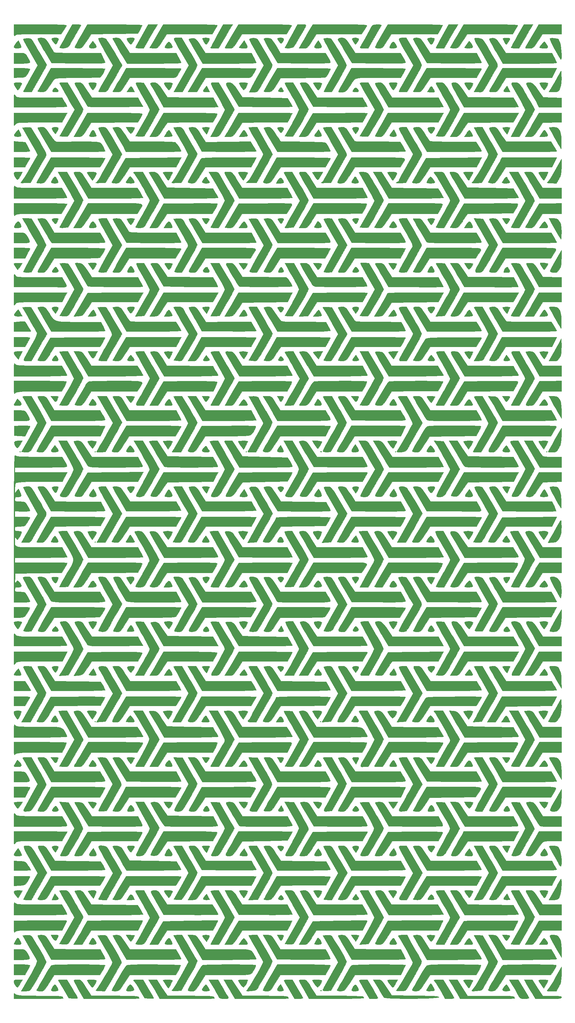
<source format=gbr>
G04 #@! TF.GenerationSoftware,KiCad,Pcbnew,9.0.2*
G04 #@! TF.CreationDate,2025-09-19T15:39:03-04:00*
G04 #@! TF.ProjectId,Trackball,54726163-6b62-4616-9c6c-2e6b69636164,rev?*
G04 #@! TF.SameCoordinates,Original*
G04 #@! TF.FileFunction,Legend,Bot*
G04 #@! TF.FilePolarity,Positive*
%FSLAX46Y46*%
G04 Gerber Fmt 4.6, Leading zero omitted, Abs format (unit mm)*
G04 Created by KiCad (PCBNEW 9.0.2) date 2025-09-19 15:39:03*
%MOMM*%
%LPD*%
G01*
G04 APERTURE LIST*
%ADD10C,0.010000*%
G04 APERTURE END LIST*
D10*
X121402105Y20868947D02*
X116089188Y20868947D01*
X114801962Y18867935D01*
X114742613Y18775701D01*
X114137736Y17855099D01*
X113704882Y17291204D01*
X113338048Y16996307D01*
X112931228Y16882699D01*
X112378421Y16862672D01*
X112079783Y16865934D01*
X111480447Y16907628D01*
X111242105Y16982622D01*
X111260089Y17034589D01*
X111472922Y17444206D01*
X111875025Y18155625D01*
X112402491Y19054727D01*
X112484231Y19192076D01*
X113145305Y20310811D01*
X113788576Y21410983D01*
X114285341Y22272631D01*
X115007804Y23542631D01*
X121402105Y23542631D01*
X121402105Y20868947D01*
G36*
X121402105Y20868947D02*
G01*
X116089188Y20868947D01*
X114801962Y18867935D01*
X114742613Y18775701D01*
X114137736Y17855099D01*
X113704882Y17291204D01*
X113338048Y16996307D01*
X112931228Y16882699D01*
X112378421Y16862672D01*
X112079783Y16865934D01*
X111480447Y16907628D01*
X111242105Y16982622D01*
X111260089Y17034589D01*
X111472922Y17444206D01*
X111875025Y18155625D01*
X112402491Y19054727D01*
X112484231Y19192076D01*
X113145305Y20310811D01*
X113788576Y21410983D01*
X114285341Y22272631D01*
X115007804Y23542631D01*
X121402105Y23542631D01*
X121402105Y20868947D01*
G37*
X119500183Y19680204D02*
X120123129Y19602419D01*
X120455455Y19485406D01*
X120463443Y19474889D01*
X120647323Y19162346D01*
X120955069Y18596316D01*
X121024120Y18430124D01*
X121173990Y17800240D01*
X121294352Y16948349D01*
X121378440Y15999804D01*
X121419492Y15079962D01*
X121410743Y14314177D01*
X121345428Y13827804D01*
X121216783Y13746199D01*
X121206392Y13756971D01*
X120926995Y14152013D01*
X120497829Y14867002D01*
X119978328Y15789983D01*
X119427922Y16809002D01*
X118906043Y17812103D01*
X118472123Y18687332D01*
X118185594Y19322734D01*
X118105888Y19606354D01*
X118271008Y19672349D01*
X118808762Y19707326D01*
X119500183Y19680204D01*
G36*
X119500183Y19680204D02*
G01*
X120123129Y19602419D01*
X120455455Y19485406D01*
X120463443Y19474889D01*
X120647323Y19162346D01*
X120955069Y18596316D01*
X121024120Y18430124D01*
X121173990Y17800240D01*
X121294352Y16948349D01*
X121378440Y15999804D01*
X121419492Y15079962D01*
X121410743Y14314177D01*
X121345428Y13827804D01*
X121216783Y13746199D01*
X121206392Y13756971D01*
X120926995Y14152013D01*
X120497829Y14867002D01*
X119978328Y15789983D01*
X119427922Y16809002D01*
X118906043Y17812103D01*
X118472123Y18687332D01*
X118185594Y19322734D01*
X118105888Y19606354D01*
X118271008Y19672349D01*
X118808762Y19707326D01*
X119500183Y19680204D01*
G37*
X121309241Y10409950D02*
X121356628Y10069914D01*
X121389685Y9350429D01*
X121402105Y8368860D01*
X121361450Y7096226D01*
X121212198Y6098248D01*
X120934210Y5384937D01*
X120815155Y5184012D01*
X120468420Y4776586D01*
X119988093Y4600126D01*
X119174509Y4561164D01*
X117882703Y4559474D01*
X118407973Y5428421D01*
X118478070Y5545403D01*
X118905144Y6276681D01*
X119465706Y7255152D01*
X120057494Y8302631D01*
X120264019Y8669576D01*
X120754569Y9528809D01*
X121119541Y10150350D01*
X121291925Y10419298D01*
X121309241Y10409950D01*
G36*
X121309241Y10409950D02*
G01*
X121356628Y10069914D01*
X121389685Y9350429D01*
X121402105Y8368860D01*
X121361450Y7096226D01*
X121212198Y6098248D01*
X120934210Y5384937D01*
X120815155Y5184012D01*
X120468420Y4776586D01*
X119988093Y4600126D01*
X119174509Y4561164D01*
X117882703Y4559474D01*
X118407973Y5428421D01*
X118478070Y5545403D01*
X118905144Y6276681D01*
X119465706Y7255152D01*
X120057494Y8302631D01*
X120264019Y8669576D01*
X120754569Y9528809D01*
X121119541Y10150350D01*
X121291925Y10419298D01*
X121309241Y10409950D01*
G37*
X112749983Y7186254D02*
X113129764Y7078805D01*
X113589097Y6746276D01*
X114141251Y6112334D01*
X114870104Y5094210D01*
X116239283Y3088947D01*
X121402105Y2935899D01*
X121402105Y281579D01*
X115091818Y281579D01*
X114512308Y1417895D01*
X114373916Y1681463D01*
X113884241Y2565321D01*
X113257345Y3654249D01*
X112594536Y4771110D01*
X112345210Y5187854D01*
X111802860Y6163434D01*
X111567931Y6785312D01*
X111644653Y7119241D01*
X112037260Y7230971D01*
X112749983Y7186254D01*
G36*
X112749983Y7186254D02*
G01*
X113129764Y7078805D01*
X113589097Y6746276D01*
X114141251Y6112334D01*
X114870104Y5094210D01*
X116239283Y3088947D01*
X121402105Y2935899D01*
X121402105Y281579D01*
X115091818Y281579D01*
X114512308Y1417895D01*
X114373916Y1681463D01*
X113884241Y2565321D01*
X113257345Y3654249D01*
X112594536Y4771110D01*
X112345210Y5187854D01*
X111802860Y6163434D01*
X111567931Y6785312D01*
X111644653Y7119241D01*
X112037260Y7230971D01*
X112749983Y7186254D01*
G37*
X121402105Y-3996316D02*
X116188421Y-4003222D01*
X114886015Y-6005032D01*
X114766990Y-6187905D01*
X114176676Y-7073842D01*
X113751931Y-7612035D01*
X113384724Y-7889152D01*
X112967020Y-7991865D01*
X112390788Y-8006842D01*
X111197966Y-8006842D01*
X111955299Y-6719998D01*
X112044840Y-6567807D01*
X112589972Y-5640252D01*
X113254926Y-4507698D01*
X113915789Y-3381172D01*
X115118947Y-1329190D01*
X121402105Y-1322632D01*
X121402105Y-3996316D01*
G36*
X121402105Y-3996316D02*
G01*
X116188421Y-4003222D01*
X114886015Y-6005032D01*
X114766990Y-6187905D01*
X114176676Y-7073842D01*
X113751931Y-7612035D01*
X113384724Y-7889152D01*
X112967020Y-7991865D01*
X112390788Y-8006842D01*
X111197966Y-8006842D01*
X111955299Y-6719998D01*
X112044840Y-6567807D01*
X112589972Y-5640252D01*
X113254926Y-4507698D01*
X113915789Y-3381172D01*
X115118947Y-1329190D01*
X121402105Y-1322632D01*
X121402105Y-3996316D01*
G37*
X119187533Y-5333391D02*
X119939220Y-5395180D01*
X120407447Y-5646194D01*
X120820606Y-6202105D01*
X120980526Y-6491457D01*
X121210736Y-7156716D01*
X121334762Y-8049192D01*
X121379955Y-9321404D01*
X121382382Y-9736172D01*
X121373669Y-10653312D01*
X121346655Y-11266483D01*
X121305362Y-11460351D01*
X121252983Y-11386564D01*
X120975698Y-10933887D01*
X120535790Y-10181909D01*
X119994779Y-9239491D01*
X119414182Y-8215493D01*
X118855518Y-7218777D01*
X118380307Y-6358203D01*
X118050067Y-5742633D01*
X117926316Y-5480928D01*
X117975614Y-5438714D01*
X118395648Y-5363108D01*
X119104862Y-5333158D01*
X119187533Y-5333391D01*
G36*
X119187533Y-5333391D02*
G01*
X119939220Y-5395180D01*
X120407447Y-5646194D01*
X120820606Y-6202105D01*
X120980526Y-6491457D01*
X121210736Y-7156716D01*
X121334762Y-8049192D01*
X121379955Y-9321404D01*
X121382382Y-9736172D01*
X121373669Y-10653312D01*
X121346655Y-11266483D01*
X121305362Y-11460351D01*
X121252983Y-11386564D01*
X120975698Y-10933887D01*
X120535790Y-10181909D01*
X119994779Y-9239491D01*
X119414182Y-8215493D01*
X118855518Y-7218777D01*
X118380307Y-6358203D01*
X118050067Y-5742633D01*
X117926316Y-5480928D01*
X117975614Y-5438714D01*
X118395648Y-5363108D01*
X119104862Y-5333158D01*
X119187533Y-5333391D01*
G37*
X121398156Y-16515021D02*
X121398217Y-16558994D01*
X121374602Y-17735651D01*
X121276366Y-18567011D01*
X121066572Y-19235607D01*
X120708278Y-19923969D01*
X120014451Y-21107895D01*
X118502489Y-21076880D01*
X117860247Y-21050673D01*
X117409293Y-20998338D01*
X117391579Y-20935205D01*
X117449320Y-20901090D01*
X117782384Y-20511422D01*
X118289451Y-19764865D01*
X118912478Y-18750466D01*
X119593419Y-17557273D01*
X121394208Y-14290000D01*
X121398156Y-16515021D01*
G36*
X121398156Y-16515021D02*
G01*
X121398217Y-16558994D01*
X121374602Y-17735651D01*
X121276366Y-18567011D01*
X121066572Y-19235607D01*
X120708278Y-19923969D01*
X120014451Y-21107895D01*
X118502489Y-21076880D01*
X117860247Y-21050673D01*
X117409293Y-20998338D01*
X117391579Y-20935205D01*
X117449320Y-20901090D01*
X117782384Y-20511422D01*
X118289451Y-19764865D01*
X118912478Y-18750466D01*
X119593419Y-17557273D01*
X121394208Y-14290000D01*
X121398156Y-16515021D01*
G37*
X112382609Y-17905225D02*
X112831872Y-17950024D01*
X113192955Y-18116886D01*
X113559211Y-18488372D01*
X114023990Y-19147047D01*
X114680644Y-20175474D01*
X116113920Y-22444737D01*
X121402105Y-22444737D01*
X121402105Y-25385790D01*
X115277481Y-25385790D01*
X113126109Y-21748272D01*
X112670506Y-20975543D01*
X111997854Y-19824831D01*
X111460232Y-18892641D01*
X111103804Y-18259294D01*
X110974737Y-18005114D01*
X111014785Y-17977477D01*
X111416740Y-17922944D01*
X112111052Y-17902843D01*
X112382609Y-17905225D01*
G36*
X112382609Y-17905225D02*
G01*
X112831872Y-17950024D01*
X113192955Y-18116886D01*
X113559211Y-18488372D01*
X114023990Y-19147047D01*
X114680644Y-20175474D01*
X116113920Y-22444737D01*
X121402105Y-22444737D01*
X121402105Y-25385790D01*
X115277481Y-25385790D01*
X113126109Y-21748272D01*
X112670506Y-20975543D01*
X111997854Y-19824831D01*
X111460232Y-18892641D01*
X111103804Y-18259294D01*
X110974737Y-18005114D01*
X111014785Y-17977477D01*
X111416740Y-17922944D01*
X112111052Y-17902843D01*
X112382609Y-17905225D01*
G37*
X121402105Y-29663684D02*
X116119549Y-29663684D01*
X114817143Y-31665494D01*
X114754187Y-31762227D01*
X114143954Y-32680356D01*
X113707369Y-33243025D01*
X113338324Y-33537482D01*
X112930710Y-33650977D01*
X112378421Y-33670757D01*
X112079864Y-33667941D01*
X111480472Y-33632387D01*
X111242105Y-33568552D01*
X111262463Y-33518901D01*
X111484819Y-33107213D01*
X111913392Y-32353702D01*
X112499709Y-31342966D01*
X113195299Y-30159604D01*
X115148494Y-26856316D01*
X118275299Y-26780989D01*
X121402105Y-26705662D01*
X121402105Y-29663684D01*
G36*
X121402105Y-29663684D02*
G01*
X116119549Y-29663684D01*
X114817143Y-31665494D01*
X114754187Y-31762227D01*
X114143954Y-32680356D01*
X113707369Y-33243025D01*
X113338324Y-33537482D01*
X112930710Y-33650977D01*
X112378421Y-33670757D01*
X112079864Y-33667941D01*
X111480472Y-33632387D01*
X111242105Y-33568552D01*
X111262463Y-33518901D01*
X111484819Y-33107213D01*
X111913392Y-32353702D01*
X112499709Y-31342966D01*
X113195299Y-30159604D01*
X115148494Y-26856316D01*
X118275299Y-26780989D01*
X121402105Y-26705662D01*
X121402105Y-29663684D01*
G37*
X119181203Y-31000814D02*
X119936353Y-31063512D01*
X120411572Y-31314981D01*
X120836608Y-31869474D01*
X120976963Y-32107327D01*
X121229821Y-32755715D01*
X121359399Y-33601033D01*
X121397601Y-34810526D01*
X121397378Y-35055078D01*
X121380983Y-35984677D01*
X121344361Y-36636716D01*
X121293943Y-36882632D01*
X121253193Y-36852907D01*
X120973758Y-36449874D01*
X120450737Y-35574755D01*
X119683538Y-34226538D01*
X118671569Y-32404211D01*
X117898380Y-31000526D01*
X119089250Y-31000526D01*
X119181203Y-31000814D01*
G36*
X119181203Y-31000814D02*
G01*
X119936353Y-31063512D01*
X120411572Y-31314981D01*
X120836608Y-31869474D01*
X120976963Y-32107327D01*
X121229821Y-32755715D01*
X121359399Y-33601033D01*
X121397601Y-34810526D01*
X121397378Y-35055078D01*
X121380983Y-35984677D01*
X121344361Y-36636716D01*
X121293943Y-36882632D01*
X121253193Y-36852907D01*
X120973758Y-36449874D01*
X120450737Y-35574755D01*
X119683538Y-34226538D01*
X118671569Y-32404211D01*
X117898380Y-31000526D01*
X119089250Y-31000526D01*
X119181203Y-31000814D01*
G37*
X121398423Y-42147875D02*
X121390726Y-42882868D01*
X121318134Y-43903030D01*
X121144750Y-44649598D01*
X120840959Y-45289454D01*
X120427529Y-45886733D01*
X119960868Y-46175480D01*
X119236748Y-46240526D01*
X119138586Y-46239576D01*
X118442907Y-46143584D01*
X118197366Y-45906316D01*
X118324354Y-45556021D01*
X118668514Y-44846647D01*
X119177232Y-43881795D01*
X119797895Y-42764737D01*
X121394742Y-39957369D01*
X121398423Y-42147875D01*
G36*
X121398423Y-42147875D02*
G01*
X121390726Y-42882868D01*
X121318134Y-43903030D01*
X121144750Y-44649598D01*
X120840959Y-45289454D01*
X120427529Y-45886733D01*
X119960868Y-46175480D01*
X119236748Y-46240526D01*
X119138586Y-46239576D01*
X118442907Y-46143584D01*
X118197366Y-45906316D01*
X118324354Y-45556021D01*
X118668514Y-44846647D01*
X119177232Y-43881795D01*
X119797895Y-42764737D01*
X121394742Y-39957369D01*
X121398423Y-42147875D01*
G37*
X113035554Y-43584436D02*
X113445860Y-43699035D01*
X113825756Y-43998728D01*
X114282187Y-44571481D01*
X114922097Y-45505263D01*
X116222659Y-47443684D01*
X121402105Y-47596732D01*
X121402105Y-50251053D01*
X115118947Y-50242991D01*
X113314210Y-47060063D01*
X113121501Y-46719305D01*
X112488716Y-45586887D01*
X111976905Y-44650281D01*
X111634384Y-43998858D01*
X111509473Y-43721988D01*
X111534222Y-43688626D01*
X111900495Y-43601695D01*
X112565504Y-43566842D01*
X113035554Y-43584436D01*
G36*
X113035554Y-43584436D02*
G01*
X113445860Y-43699035D01*
X113825756Y-43998728D01*
X114282187Y-44571481D01*
X114922097Y-45505263D01*
X116222659Y-47443684D01*
X121402105Y-47596732D01*
X121402105Y-50251053D01*
X115118947Y-50242991D01*
X113314210Y-47060063D01*
X113121501Y-46719305D01*
X112488716Y-45586887D01*
X111976905Y-44650281D01*
X111634384Y-43998858D01*
X111509473Y-43721988D01*
X111534222Y-43688626D01*
X111900495Y-43601695D01*
X112565504Y-43566842D01*
X113035554Y-43584436D01*
G37*
X121402105Y-54528947D02*
X116148068Y-54528947D01*
X114877783Y-56534211D01*
X113607498Y-58539474D01*
X111197966Y-58539474D01*
X111955299Y-57252629D01*
X112044840Y-57100439D01*
X112589972Y-56172883D01*
X113254926Y-55040329D01*
X113915789Y-53913803D01*
X115118947Y-51861822D01*
X118260526Y-51858542D01*
X121402105Y-51855263D01*
X121402105Y-54528947D01*
G36*
X121402105Y-54528947D02*
G01*
X116148068Y-54528947D01*
X114877783Y-56534211D01*
X113607498Y-58539474D01*
X111197966Y-58539474D01*
X111955299Y-57252629D01*
X112044840Y-57100439D01*
X112589972Y-56172883D01*
X113254926Y-55040329D01*
X113915789Y-53913803D01*
X115118947Y-51861822D01*
X118260526Y-51858542D01*
X121402105Y-51855263D01*
X121402105Y-54528947D01*
G37*
X119187533Y-55866023D02*
X119939220Y-55927812D01*
X120407447Y-56178826D01*
X120820606Y-56734737D01*
X120980526Y-57024089D01*
X121210736Y-57689348D01*
X121334762Y-58581824D01*
X121379955Y-59854035D01*
X121382382Y-60268804D01*
X121373669Y-61185943D01*
X121346655Y-61799115D01*
X121305362Y-61992983D01*
X121252983Y-61919196D01*
X120975698Y-61466519D01*
X120535790Y-60714541D01*
X119994779Y-59772122D01*
X119414182Y-58748124D01*
X118855518Y-57751408D01*
X118380307Y-56890835D01*
X118050067Y-56275265D01*
X117926316Y-56013560D01*
X117975614Y-55971345D01*
X118395648Y-55895739D01*
X119104862Y-55865790D01*
X119187533Y-55866023D01*
G36*
X119187533Y-55866023D02*
G01*
X119939220Y-55927812D01*
X120407447Y-56178826D01*
X120820606Y-56734737D01*
X120980526Y-57024089D01*
X121210736Y-57689348D01*
X121334762Y-58581824D01*
X121379955Y-59854035D01*
X121382382Y-60268804D01*
X121373669Y-61185943D01*
X121346655Y-61799115D01*
X121305362Y-61992983D01*
X121252983Y-61919196D01*
X120975698Y-61466519D01*
X120535790Y-60714541D01*
X119994779Y-59772122D01*
X119414182Y-58748124D01*
X118855518Y-57751408D01*
X118380307Y-56890835D01*
X118050067Y-56275265D01*
X117926316Y-56013560D01*
X117975614Y-55971345D01*
X118395648Y-55895739D01*
X119104862Y-55865790D01*
X119187533Y-55866023D01*
G37*
X121396262Y-67095263D02*
X121387649Y-67899445D01*
X121316660Y-68916780D01*
X121152720Y-69645080D01*
X120870299Y-70236842D01*
X120788287Y-70368769D01*
X120398320Y-70850900D01*
X119915511Y-71060236D01*
X119120318Y-71105790D01*
X117900145Y-71105790D01*
X118887787Y-69339721D01*
X119448806Y-68334203D01*
X120097573Y-67167164D01*
X120633923Y-66198142D01*
X121392418Y-64822632D01*
X121396262Y-67095263D01*
G36*
X121396262Y-67095263D02*
G01*
X121387649Y-67899445D01*
X121316660Y-68916780D01*
X121152720Y-69645080D01*
X120870299Y-70236842D01*
X120788287Y-70368769D01*
X120398320Y-70850900D01*
X119915511Y-71060236D01*
X119120318Y-71105790D01*
X117900145Y-71105790D01*
X118887787Y-69339721D01*
X119448806Y-68334203D01*
X120097573Y-67167164D01*
X120633923Y-66198142D01*
X121392418Y-64822632D01*
X121396262Y-67095263D01*
G37*
X112474367Y-68432161D02*
X113014438Y-68454790D01*
X113412792Y-68578961D01*
X113776211Y-68892338D01*
X114211478Y-69482586D01*
X114825374Y-70437369D01*
X116095659Y-72442632D01*
X121402105Y-72442632D01*
X121402105Y-75383684D01*
X115273050Y-75383684D01*
X113353532Y-72108421D01*
X113102697Y-71680339D01*
X112433366Y-70537168D01*
X111878939Y-69588988D01*
X111491287Y-68924556D01*
X111322280Y-68632632D01*
X111341811Y-68573385D01*
X111704377Y-68472143D01*
X112382818Y-68432105D01*
X112474367Y-68432161D01*
G36*
X112474367Y-68432161D02*
G01*
X113014438Y-68454790D01*
X113412792Y-68578961D01*
X113776211Y-68892338D01*
X114211478Y-69482586D01*
X114825374Y-70437369D01*
X116095659Y-72442632D01*
X121402105Y-72442632D01*
X121402105Y-75383684D01*
X115273050Y-75383684D01*
X113353532Y-72108421D01*
X113102697Y-71680339D01*
X112433366Y-70537168D01*
X111878939Y-69588988D01*
X111491287Y-68924556D01*
X111322280Y-68632632D01*
X111341811Y-68573385D01*
X111704377Y-68472143D01*
X112382818Y-68432105D01*
X112474367Y-68432161D01*
G37*
X121402105Y-79661579D02*
X116095659Y-79661579D01*
X114825374Y-81666842D01*
X114731734Y-81814614D01*
X114146838Y-82717203D01*
X113726694Y-83266538D01*
X113364743Y-83550326D01*
X112954428Y-83656279D01*
X112389190Y-83672105D01*
X111999152Y-83677577D01*
X111656088Y-83663487D01*
X111470842Y-83566910D01*
X111461594Y-83324366D01*
X111646522Y-82872374D01*
X112043804Y-82147452D01*
X112671617Y-81086119D01*
X113548141Y-79624896D01*
X115250414Y-76780844D01*
X118326260Y-76738261D01*
X121402105Y-76695679D01*
X121402105Y-79661579D01*
G36*
X121402105Y-79661579D02*
G01*
X116095659Y-79661579D01*
X114825374Y-81666842D01*
X114731734Y-81814614D01*
X114146838Y-82717203D01*
X113726694Y-83266538D01*
X113364743Y-83550326D01*
X112954428Y-83656279D01*
X112389190Y-83672105D01*
X111999152Y-83677577D01*
X111656088Y-83663487D01*
X111470842Y-83566910D01*
X111461594Y-83324366D01*
X111646522Y-82872374D01*
X112043804Y-82147452D01*
X112671617Y-81086119D01*
X113548141Y-79624896D01*
X115250414Y-76780844D01*
X118326260Y-76738261D01*
X121402105Y-76695679D01*
X121402105Y-79661579D01*
G37*
X119169222Y-80998597D02*
X119930613Y-81059919D01*
X120409278Y-81310965D01*
X120836608Y-81867369D01*
X121063513Y-82278518D01*
X121265655Y-82911975D01*
X121367771Y-83768290D01*
X121397601Y-85002473D01*
X121402105Y-87268630D01*
X120178365Y-85136157D01*
X119970593Y-84772781D01*
X119354250Y-83681157D01*
X118809614Y-82698292D01*
X118435036Y-82001053D01*
X117915448Y-80998421D01*
X119097784Y-80998421D01*
X119169222Y-80998597D01*
G36*
X119169222Y-80998597D02*
G01*
X119930613Y-81059919D01*
X120409278Y-81310965D01*
X120836608Y-81867369D01*
X121063513Y-82278518D01*
X121265655Y-82911975D01*
X121367771Y-83768290D01*
X121397601Y-85002473D01*
X121402105Y-87268630D01*
X120178365Y-85136157D01*
X119970593Y-84772781D01*
X119354250Y-83681157D01*
X118809614Y-82698292D01*
X118435036Y-82001053D01*
X117915448Y-80998421D01*
X119097784Y-80998421D01*
X119169222Y-80998597D01*
G37*
X121398014Y-92127377D02*
X121379950Y-93187432D01*
X121285741Y-94078213D01*
X121075689Y-94796742D01*
X120710825Y-95536324D01*
X120367780Y-96123087D01*
X119996067Y-96564379D01*
X119547192Y-96740999D01*
X118839246Y-96773158D01*
X118501116Y-96768654D01*
X117897875Y-96730488D01*
X117658947Y-96666097D01*
X117676154Y-96621164D01*
X117885401Y-96214762D01*
X118294976Y-95461223D01*
X118857710Y-94446651D01*
X119526435Y-93257149D01*
X121393922Y-89955263D01*
X121398014Y-92127377D01*
G36*
X121398014Y-92127377D02*
G01*
X121379950Y-93187432D01*
X121285741Y-94078213D01*
X121075689Y-94796742D01*
X120710825Y-95536324D01*
X120367780Y-96123087D01*
X119996067Y-96564379D01*
X119547192Y-96740999D01*
X118839246Y-96773158D01*
X118501116Y-96768654D01*
X117897875Y-96730488D01*
X117658947Y-96666097D01*
X117676154Y-96621164D01*
X117885401Y-96214762D01*
X118294976Y-95461223D01*
X118857710Y-94446651D01*
X119526435Y-93257149D01*
X121393922Y-89955263D01*
X121398014Y-92127377D01*
G37*
X114607450Y-95636842D02*
X114885563Y-96080495D01*
X115457324Y-96954917D01*
X115912824Y-97601658D01*
X116172492Y-97905380D01*
X116299179Y-97949543D01*
X116889492Y-98028509D01*
X117811522Y-98083936D01*
X118928947Y-98105906D01*
X121402105Y-98110000D01*
X121402105Y-101051053D01*
X115301794Y-101051053D01*
X113637420Y-98176842D01*
X112973741Y-97032994D01*
X112322806Y-95915457D01*
X111790840Y-95006631D01*
X111452085Y-94433684D01*
X110931124Y-93564737D01*
X113325704Y-93564737D01*
X114607450Y-95636842D01*
G36*
X114607450Y-95636842D02*
G01*
X114885563Y-96080495D01*
X115457324Y-96954917D01*
X115912824Y-97601658D01*
X116172492Y-97905380D01*
X116299179Y-97949543D01*
X116889492Y-98028509D01*
X117811522Y-98083936D01*
X118928947Y-98105906D01*
X121402105Y-98110000D01*
X121402105Y-101051053D01*
X115301794Y-101051053D01*
X113637420Y-98176842D01*
X112973741Y-97032994D01*
X112322806Y-95915457D01*
X111790840Y-95006631D01*
X111452085Y-94433684D01*
X110931124Y-93564737D01*
X113325704Y-93564737D01*
X114607450Y-95636842D01*
G37*
X121402105Y-105042215D02*
X118798391Y-105118739D01*
X116194676Y-105195263D01*
X114771404Y-107267369D01*
X114211672Y-108068840D01*
X113684998Y-108751241D01*
X113278057Y-109134258D01*
X112896152Y-109302225D01*
X112444582Y-109339474D01*
X112371071Y-109338812D01*
X111742360Y-109274381D01*
X111415773Y-109136800D01*
X111416195Y-109080370D01*
X111587242Y-108646247D01*
X111972582Y-107873698D01*
X112526862Y-106850728D01*
X113204730Y-105665341D01*
X115118947Y-102396556D01*
X118260526Y-102392225D01*
X121402105Y-102387895D01*
X121402105Y-105042215D01*
G36*
X121402105Y-105042215D02*
G01*
X118798391Y-105118739D01*
X116194676Y-105195263D01*
X114771404Y-107267369D01*
X114211672Y-108068840D01*
X113684998Y-108751241D01*
X113278057Y-109134258D01*
X112896152Y-109302225D01*
X112444582Y-109339474D01*
X112371071Y-109338812D01*
X111742360Y-109274381D01*
X111415773Y-109136800D01*
X111416195Y-109080370D01*
X111587242Y-108646247D01*
X111972582Y-107873698D01*
X112526862Y-106850728D01*
X113204730Y-105665341D01*
X115118947Y-102396556D01*
X118260526Y-102392225D01*
X121402105Y-102387895D01*
X121402105Y-105042215D01*
G37*
X119751530Y-106456021D02*
X120226925Y-106603042D01*
X120241722Y-106613485D01*
X120573240Y-106993515D01*
X120951483Y-107601579D01*
X121053004Y-107824344D01*
X121302268Y-108920199D01*
X121391400Y-110520351D01*
X121391805Y-110820190D01*
X121377111Y-111725968D01*
X121341903Y-112333915D01*
X121292050Y-112525614D01*
X121262444Y-112492599D01*
X120974141Y-112069187D01*
X120535768Y-111335760D01*
X120006988Y-110402745D01*
X119447465Y-109380569D01*
X118916863Y-108379661D01*
X118474845Y-107510447D01*
X118181074Y-106883354D01*
X118095215Y-106608810D01*
X118096461Y-106606841D01*
X118445617Y-106458572D01*
X119077534Y-106408082D01*
X119751530Y-106456021D01*
G36*
X119751530Y-106456021D02*
G01*
X120226925Y-106603042D01*
X120241722Y-106613485D01*
X120573240Y-106993515D01*
X120951483Y-107601579D01*
X121053004Y-107824344D01*
X121302268Y-108920199D01*
X121391400Y-110520351D01*
X121391805Y-110820190D01*
X121377111Y-111725968D01*
X121341903Y-112333915D01*
X121292050Y-112525614D01*
X121262444Y-112492599D01*
X120974141Y-112069187D01*
X120535768Y-111335760D01*
X120006988Y-110402745D01*
X119447465Y-109380569D01*
X118916863Y-108379661D01*
X118474845Y-107510447D01*
X118181074Y-106883354D01*
X118095215Y-106608810D01*
X118096461Y-106606841D01*
X118445617Y-106458572D01*
X119077534Y-106408082D01*
X119751530Y-106456021D01*
G37*
X121350753Y-116148980D02*
X121390088Y-116729141D01*
X121397707Y-117768930D01*
X121388323Y-118442638D01*
X121309541Y-119478500D01*
X121121524Y-120259500D01*
X120789224Y-120970000D01*
X120587337Y-121315120D01*
X120195289Y-121806371D01*
X119700596Y-122031829D01*
X118887219Y-122122388D01*
X117589298Y-122205301D01*
X118255867Y-121052914D01*
X118630853Y-120396032D01*
X119222421Y-119341773D01*
X119800100Y-118296316D01*
X120264765Y-117463529D01*
X120726322Y-116668494D01*
X121039935Y-116164719D01*
X121110123Y-116067957D01*
X121263000Y-115953552D01*
X121350753Y-116148980D01*
G36*
X121350753Y-116148980D02*
G01*
X121390088Y-116729141D01*
X121397707Y-117768930D01*
X121388323Y-118442638D01*
X121309541Y-119478500D01*
X121121524Y-120259500D01*
X120789224Y-120970000D01*
X120587337Y-121315120D01*
X120195289Y-121806371D01*
X119700596Y-122031829D01*
X118887219Y-122122388D01*
X117589298Y-122205301D01*
X118255867Y-121052914D01*
X118630853Y-120396032D01*
X119222421Y-119341773D01*
X119800100Y-118296316D01*
X120264765Y-117463529D01*
X120726322Y-116668494D01*
X121039935Y-116164719D01*
X121110123Y-116067957D01*
X121263000Y-115953552D01*
X121350753Y-116148980D01*
G37*
X112397515Y-118965706D02*
X112831129Y-119007511D01*
X113187654Y-119172424D01*
X113556298Y-119543601D01*
X114026267Y-120204197D01*
X114686769Y-121237369D01*
X116118128Y-123510000D01*
X121402105Y-123510000D01*
X121402105Y-126451053D01*
X115314118Y-126451053D01*
X113278112Y-123026966D01*
X112945010Y-122462468D01*
X112272741Y-121294277D01*
X111732499Y-120315657D01*
X111372787Y-119615778D01*
X111242105Y-119283809D01*
X111247549Y-119246164D01*
X111556484Y-119041796D01*
X112248757Y-118964737D01*
X112397515Y-118965706D01*
G36*
X112397515Y-118965706D02*
G01*
X112831129Y-119007511D01*
X113187654Y-119172424D01*
X113556298Y-119543601D01*
X114026267Y-120204197D01*
X114686769Y-121237369D01*
X116118128Y-123510000D01*
X121402105Y-123510000D01*
X121402105Y-126451053D01*
X115314118Y-126451053D01*
X113278112Y-123026966D01*
X112945010Y-122462468D01*
X112272741Y-121294277D01*
X111732499Y-120315657D01*
X111372787Y-119615778D01*
X111242105Y-119283809D01*
X111247549Y-119246164D01*
X111556484Y-119041796D01*
X112248757Y-118964737D01*
X112397515Y-118965706D01*
G37*
X121402105Y-130728947D02*
X116119549Y-130728947D01*
X114817143Y-132730757D01*
X114754187Y-132827490D01*
X114143954Y-133745619D01*
X113707369Y-134308288D01*
X113338324Y-134602746D01*
X112930710Y-134716240D01*
X112378421Y-134736020D01*
X112079726Y-134731929D01*
X111480429Y-134683616D01*
X111242105Y-134597754D01*
X111318924Y-134426553D01*
X111624234Y-133875462D01*
X112108172Y-133047036D01*
X112712631Y-132042248D01*
X113180562Y-131266662D01*
X113698815Y-130386135D01*
X114052386Y-129758461D01*
X114183158Y-129484716D01*
X114187361Y-129461108D01*
X114369015Y-129116431D01*
X114736101Y-128564432D01*
X115289044Y-127787895D01*
X121402105Y-127787895D01*
X121402105Y-130728947D01*
G36*
X121402105Y-130728947D02*
G01*
X116119549Y-130728947D01*
X114817143Y-132730757D01*
X114754187Y-132827490D01*
X114143954Y-133745619D01*
X113707369Y-134308288D01*
X113338324Y-134602746D01*
X112930710Y-134716240D01*
X112378421Y-134736020D01*
X112079726Y-134731929D01*
X111480429Y-134683616D01*
X111242105Y-134597754D01*
X111318924Y-134426553D01*
X111624234Y-133875462D01*
X112108172Y-133047036D01*
X112712631Y-132042248D01*
X113180562Y-131266662D01*
X113698815Y-130386135D01*
X114052386Y-129758461D01*
X114183158Y-129484716D01*
X114187361Y-129461108D01*
X114369015Y-129116431D01*
X114736101Y-128564432D01*
X115289044Y-127787895D01*
X121402105Y-127787895D01*
X121402105Y-130728947D01*
G37*
X119467372Y-131868934D02*
X120184708Y-132158521D01*
X120791991Y-132840592D01*
X121061989Y-133299885D01*
X121273310Y-133910958D01*
X121375498Y-134719392D01*
X121402105Y-135893048D01*
X121399814Y-136226865D01*
X121366574Y-137116113D01*
X121302025Y-137695124D01*
X121216783Y-137851696D01*
X120919428Y-137449839D01*
X120480941Y-136727743D01*
X119961859Y-135799803D01*
X119419934Y-134777647D01*
X118912915Y-133772907D01*
X118498555Y-132897211D01*
X118234604Y-132262189D01*
X118178813Y-131979472D01*
X118194246Y-131965650D01*
X118616480Y-131846723D01*
X119287467Y-131845788D01*
X119467372Y-131868934D01*
G36*
X119467372Y-131868934D02*
G01*
X120184708Y-132158521D01*
X120791991Y-132840592D01*
X121061989Y-133299885D01*
X121273310Y-133910958D01*
X121375498Y-134719392D01*
X121402105Y-135893048D01*
X121399814Y-136226865D01*
X121366574Y-137116113D01*
X121302025Y-137695124D01*
X121216783Y-137851696D01*
X120919428Y-137449839D01*
X120480941Y-136727743D01*
X119961859Y-135799803D01*
X119419934Y-134777647D01*
X118912915Y-133772907D01*
X118498555Y-132897211D01*
X118234604Y-132262189D01*
X118178813Y-131979472D01*
X118194246Y-131965650D01*
X118616480Y-131846723D01*
X119287467Y-131845788D01*
X119467372Y-131868934D01*
G37*
X121402105Y-143244839D02*
X121379263Y-144129194D01*
X121197657Y-145482993D01*
X120814406Y-146447460D01*
X120205123Y-147101169D01*
X120191950Y-147110160D01*
X119725516Y-147250220D01*
X119061928Y-147296404D01*
X118442297Y-147248242D01*
X118107735Y-147105263D01*
X118104000Y-147091776D01*
X118217384Y-146747406D01*
X118552239Y-146049882D01*
X119061015Y-145093036D01*
X119696166Y-143970695D01*
X121402105Y-141036654D01*
X121402105Y-143244839D01*
G36*
X121402105Y-143244839D02*
G01*
X121379263Y-144129194D01*
X121197657Y-145482993D01*
X120814406Y-146447460D01*
X120205123Y-147101169D01*
X120191950Y-147110160D01*
X119725516Y-147250220D01*
X119061928Y-147296404D01*
X118442297Y-147248242D01*
X118107735Y-147105263D01*
X118104000Y-147091776D01*
X118217384Y-146747406D01*
X118552239Y-146049882D01*
X119061015Y-145093036D01*
X119696166Y-143970695D01*
X121402105Y-141036654D01*
X121402105Y-143244839D01*
G37*
X112756888Y-144411640D02*
X112770324Y-144413237D01*
X113200301Y-144546998D01*
X113634876Y-144893277D01*
X114157489Y-145537924D01*
X114851579Y-146566786D01*
X116188421Y-148635151D01*
X118795263Y-148638891D01*
X121402105Y-148642632D01*
X121402105Y-151316316D01*
X115097791Y-151316316D01*
X114103015Y-149511579D01*
X113523815Y-148477791D01*
X112806803Y-147228784D01*
X112176877Y-146160428D01*
X111894037Y-145675694D01*
X111550084Y-144936861D01*
X111564587Y-144524095D01*
X111959527Y-144371115D01*
X112756888Y-144411640D01*
G36*
X112756888Y-144411640D02*
G01*
X112770324Y-144413237D01*
X113200301Y-144546998D01*
X113634876Y-144893277D01*
X114157489Y-145537924D01*
X114851579Y-146566786D01*
X116188421Y-148635151D01*
X118795263Y-148638891D01*
X121402105Y-148642632D01*
X121402105Y-151316316D01*
X115097791Y-151316316D01*
X114103015Y-149511579D01*
X113523815Y-148477791D01*
X112806803Y-147228784D01*
X112176877Y-146160428D01*
X111894037Y-145675694D01*
X111550084Y-144936861D01*
X111564587Y-144524095D01*
X111959527Y-144371115D01*
X112756888Y-144411640D01*
G37*
X121402105Y-155594211D02*
X116188421Y-155601117D01*
X114886015Y-157602927D01*
X114766990Y-157785800D01*
X114176676Y-158671737D01*
X113751931Y-159209929D01*
X113384724Y-159487047D01*
X112967020Y-159589759D01*
X112390788Y-159604737D01*
X111197966Y-159604737D01*
X111955299Y-158317893D01*
X112044840Y-158165702D01*
X112589972Y-157238146D01*
X113254926Y-156105593D01*
X113915789Y-154979067D01*
X115118947Y-152927085D01*
X118260526Y-152923806D01*
X121402105Y-152920526D01*
X121402105Y-155594211D01*
G36*
X121402105Y-155594211D02*
G01*
X116188421Y-155601117D01*
X114886015Y-157602927D01*
X114766990Y-157785800D01*
X114176676Y-158671737D01*
X113751931Y-159209929D01*
X113384724Y-159487047D01*
X112967020Y-159589759D01*
X112390788Y-159604737D01*
X111197966Y-159604737D01*
X111955299Y-158317893D01*
X112044840Y-158165702D01*
X112589972Y-157238146D01*
X113254926Y-156105593D01*
X113915789Y-154979067D01*
X115118947Y-152927085D01*
X118260526Y-152923806D01*
X121402105Y-152920526D01*
X121402105Y-155594211D01*
G37*
X119094481Y-156931053D02*
X119456031Y-156935085D01*
X120082346Y-157020819D01*
X120475149Y-157312787D01*
X120849164Y-157933684D01*
X120857645Y-157949831D01*
X121166679Y-158738264D01*
X121334744Y-159724605D01*
X121390288Y-161073945D01*
X121402105Y-163211573D01*
X119767387Y-160405523D01*
X119652446Y-160208362D01*
X118902735Y-158922226D01*
X118398773Y-158024475D01*
X118127110Y-157445667D01*
X118074298Y-157116362D01*
X118226888Y-156967118D01*
X118571432Y-156928496D01*
X119094481Y-156931053D01*
G36*
X119094481Y-156931053D02*
G01*
X119456031Y-156935085D01*
X120082346Y-157020819D01*
X120475149Y-157312787D01*
X120849164Y-157933684D01*
X120857645Y-157949831D01*
X121166679Y-158738264D01*
X121334744Y-159724605D01*
X121390288Y-161073945D01*
X121402105Y-163211573D01*
X119767387Y-160405523D01*
X119652446Y-160208362D01*
X118902735Y-158922226D01*
X118398773Y-158024475D01*
X118127110Y-157445667D01*
X118074298Y-157116362D01*
X118226888Y-156967118D01*
X118571432Y-156928496D01*
X119094481Y-156931053D01*
G37*
X121303851Y-166301238D02*
X121353794Y-166645687D01*
X121388867Y-167367562D01*
X121402105Y-168337562D01*
X121389406Y-169151871D01*
X121301504Y-170084786D01*
X121093300Y-170816139D01*
X120722413Y-171545983D01*
X120432766Y-172021868D01*
X120043075Y-172483841D01*
X119577238Y-172670807D01*
X118835055Y-172705790D01*
X118462646Y-172695666D01*
X117907868Y-172623673D01*
X117739428Y-172505263D01*
X117747830Y-172490185D01*
X117944207Y-172136112D01*
X118339615Y-171422349D01*
X118881285Y-170444168D01*
X119516450Y-169296842D01*
X119621090Y-169108194D01*
X120241462Y-168006456D01*
X120761242Y-167110810D01*
X121128616Y-166509044D01*
X121291769Y-166288947D01*
X121303851Y-166301238D01*
G36*
X121303851Y-166301238D02*
G01*
X121353794Y-166645687D01*
X121388867Y-167367562D01*
X121402105Y-168337562D01*
X121389406Y-169151871D01*
X121301504Y-170084786D01*
X121093300Y-170816139D01*
X120722413Y-171545983D01*
X120432766Y-172021868D01*
X120043075Y-172483841D01*
X119577238Y-172670807D01*
X118835055Y-172705790D01*
X118462646Y-172695666D01*
X117907868Y-172623673D01*
X117739428Y-172505263D01*
X117747830Y-172490185D01*
X117944207Y-172136112D01*
X118339615Y-171422349D01*
X118881285Y-170444168D01*
X119516450Y-169296842D01*
X119621090Y-169108194D01*
X120241462Y-168006456D01*
X120761242Y-167110810D01*
X121128616Y-166509044D01*
X121291769Y-166288947D01*
X121303851Y-166301238D01*
G37*
X112371155Y-169512666D02*
X112824764Y-169559949D01*
X113189286Y-169727642D01*
X113558572Y-170098548D01*
X114026471Y-170755473D01*
X114686834Y-171781222D01*
X116126300Y-174042632D01*
X121402105Y-174042632D01*
X121402105Y-176983684D01*
X115269755Y-176983684D01*
X113122246Y-173355991D01*
X112671701Y-172592332D01*
X111998706Y-171440866D01*
X111460690Y-170506677D01*
X111103939Y-169870441D01*
X110974737Y-169612833D01*
X111014834Y-169582874D01*
X111416811Y-169525950D01*
X112111052Y-169508590D01*
X112371155Y-169512666D01*
G36*
X112371155Y-169512666D02*
G01*
X112824764Y-169559949D01*
X113189286Y-169727642D01*
X113558572Y-170098548D01*
X114026471Y-170755473D01*
X114686834Y-171781222D01*
X116126300Y-174042632D01*
X121402105Y-174042632D01*
X121402105Y-176983684D01*
X115269755Y-176983684D01*
X113122246Y-173355991D01*
X112671701Y-172592332D01*
X111998706Y-171440866D01*
X111460690Y-170506677D01*
X111103939Y-169870441D01*
X110974737Y-169612833D01*
X111014834Y-169582874D01*
X111416811Y-169525950D01*
X112111052Y-169508590D01*
X112371155Y-169512666D01*
G37*
X121402105Y-181261579D02*
X116112988Y-181261579D01*
X114842844Y-183266842D01*
X114749755Y-183413761D01*
X114164726Y-184316679D01*
X113744512Y-184866255D01*
X113382577Y-185150206D01*
X112972386Y-185256250D01*
X112407403Y-185272105D01*
X112082840Y-185268260D01*
X111480858Y-185233828D01*
X111242105Y-185175280D01*
X111269027Y-185114483D01*
X111506637Y-184684960D01*
X111950103Y-183917319D01*
X112551226Y-182894513D01*
X113261803Y-181699491D01*
X115281501Y-178320526D01*
X121402105Y-178320526D01*
X121402105Y-181261579D01*
G36*
X121402105Y-181261579D02*
G01*
X116112988Y-181261579D01*
X114842844Y-183266842D01*
X114749755Y-183413761D01*
X114164726Y-184316679D01*
X113744512Y-184866255D01*
X113382577Y-185150206D01*
X112972386Y-185256250D01*
X112407403Y-185272105D01*
X112082840Y-185268260D01*
X111480858Y-185233828D01*
X111242105Y-185175280D01*
X111269027Y-185114483D01*
X111506637Y-184684960D01*
X111950103Y-183917319D01*
X112551226Y-182894513D01*
X113261803Y-181699491D01*
X115281501Y-178320526D01*
X121402105Y-178320526D01*
X121402105Y-181261579D01*
G37*
X119161457Y-182598539D02*
X119926893Y-182658966D01*
X120407793Y-182909734D01*
X120836608Y-183467369D01*
X121067201Y-183886437D01*
X121266999Y-184518836D01*
X121367472Y-185374779D01*
X121396170Y-186608947D01*
X121399244Y-188881579D01*
X119662780Y-185841897D01*
X119532413Y-185613403D01*
X118903974Y-184503299D01*
X118393821Y-183588064D01*
X118051440Y-182957227D01*
X117926316Y-182700318D01*
X117975196Y-182671309D01*
X118394520Y-182619104D01*
X119103217Y-182598421D01*
X119161457Y-182598539D01*
G36*
X119161457Y-182598539D02*
G01*
X119926893Y-182658966D01*
X120407793Y-182909734D01*
X120836608Y-183467369D01*
X121067201Y-183886437D01*
X121266999Y-184518836D01*
X121367472Y-185374779D01*
X121396170Y-186608947D01*
X121399244Y-188881579D01*
X119662780Y-185841897D01*
X119532413Y-185613403D01*
X118903974Y-184503299D01*
X118393821Y-183588064D01*
X118051440Y-182957227D01*
X117926316Y-182700318D01*
X117975196Y-182671309D01*
X118394520Y-182619104D01*
X119103217Y-182598421D01*
X119161457Y-182598539D01*
G37*
X121398423Y-193745770D02*
X121390726Y-194480762D01*
X121318134Y-195500925D01*
X121144750Y-196247493D01*
X120840959Y-196887349D01*
X120427529Y-197484627D01*
X119960868Y-197773375D01*
X119236748Y-197838421D01*
X119138586Y-197837471D01*
X118442907Y-197741479D01*
X118197366Y-197504211D01*
X118324354Y-197153915D01*
X118668514Y-196444541D01*
X119177232Y-195479690D01*
X119797895Y-194362632D01*
X121394742Y-191555263D01*
X121398423Y-193745770D01*
G36*
X121398423Y-193745770D02*
G01*
X121390726Y-194480762D01*
X121318134Y-195500925D01*
X121144750Y-196247493D01*
X120840959Y-196887349D01*
X120427529Y-197484627D01*
X119960868Y-197773375D01*
X119236748Y-197838421D01*
X119138586Y-197837471D01*
X118442907Y-197741479D01*
X118197366Y-197504211D01*
X118324354Y-197153915D01*
X118668514Y-196444541D01*
X119177232Y-195479690D01*
X119797895Y-194362632D01*
X121394742Y-191555263D01*
X121398423Y-193745770D01*
G37*
X113087287Y-195185972D02*
X113480952Y-195308855D01*
X113847567Y-195621595D01*
X114290070Y-196212400D01*
X114911396Y-197169480D01*
X116188421Y-199174222D01*
X118795263Y-199174743D01*
X121402105Y-199175263D01*
X121402105Y-202116316D01*
X118527895Y-202112222D01*
X117592117Y-202100530D01*
X116519729Y-202058263D01*
X115732424Y-201992690D01*
X115355002Y-201911695D01*
X115232524Y-201773289D01*
X114869897Y-201243181D01*
X114353023Y-200423543D01*
X113744346Y-199420567D01*
X113106311Y-198340441D01*
X112501361Y-197289354D01*
X111991942Y-196373496D01*
X111640498Y-195699056D01*
X111509473Y-195372223D01*
X111535401Y-195326707D01*
X111904645Y-195211066D01*
X112571922Y-195164737D01*
X113087287Y-195185972D01*
G36*
X113087287Y-195185972D02*
G01*
X113480952Y-195308855D01*
X113847567Y-195621595D01*
X114290070Y-196212400D01*
X114911396Y-197169480D01*
X116188421Y-199174222D01*
X118795263Y-199174743D01*
X121402105Y-199175263D01*
X121402105Y-202116316D01*
X118527895Y-202112222D01*
X117592117Y-202100530D01*
X116519729Y-202058263D01*
X115732424Y-201992690D01*
X115355002Y-201911695D01*
X115232524Y-201773289D01*
X114869897Y-201243181D01*
X114353023Y-200423543D01*
X113744346Y-199420567D01*
X113106311Y-198340441D01*
X112501361Y-197289354D01*
X111991942Y-196373496D01*
X111640498Y-195699056D01*
X111509473Y-195372223D01*
X111535401Y-195326707D01*
X111904645Y-195211066D01*
X112571922Y-195164737D01*
X113087287Y-195185972D01*
G37*
X121402105Y-206126842D02*
X118872646Y-206126842D01*
X118819971Y-206126828D01*
X117659294Y-206129652D01*
X116862479Y-206190327D01*
X116295477Y-206384934D01*
X115824235Y-206789555D01*
X115314704Y-207480269D01*
X114632832Y-208533158D01*
X114265283Y-209086074D01*
X113701567Y-209815655D01*
X113230068Y-210208597D01*
X112755152Y-210357833D01*
X112158507Y-210378842D01*
X111622824Y-210300247D01*
X111567853Y-210276537D01*
X111465388Y-210180141D01*
X111460091Y-209990826D01*
X111581238Y-209647428D01*
X111858106Y-209088783D01*
X112319969Y-208253728D01*
X112996105Y-207081098D01*
X113915789Y-205509729D01*
X115118947Y-203459716D01*
X121402105Y-203453158D01*
X121402105Y-206126842D01*
G36*
X121402105Y-206126842D02*
G01*
X118872646Y-206126842D01*
X118819971Y-206126828D01*
X117659294Y-206129652D01*
X116862479Y-206190327D01*
X116295477Y-206384934D01*
X115824235Y-206789555D01*
X115314704Y-207480269D01*
X114632832Y-208533158D01*
X114265283Y-209086074D01*
X113701567Y-209815655D01*
X113230068Y-210208597D01*
X112755152Y-210357833D01*
X112158507Y-210378842D01*
X111622824Y-210300247D01*
X111567853Y-210276537D01*
X111465388Y-210180141D01*
X111460091Y-209990826D01*
X111581238Y-209647428D01*
X111858106Y-209088783D01*
X112319969Y-208253728D01*
X112996105Y-207081098D01*
X113915789Y-205509729D01*
X115118947Y-203459716D01*
X121402105Y-203453158D01*
X121402105Y-206126842D01*
G37*
X119426356Y-207466596D02*
X120068331Y-207548426D01*
X120469381Y-207839135D01*
X120849164Y-208466316D01*
X121020681Y-208883449D01*
X121220268Y-209673510D01*
X121358930Y-210586470D01*
X121432986Y-211513805D01*
X121438757Y-212346987D01*
X121372562Y-212977492D01*
X121230721Y-213296793D01*
X121009556Y-213196365D01*
X120759798Y-212829062D01*
X120608503Y-212501975D01*
X120555060Y-212367166D01*
X120282684Y-211844154D01*
X119832263Y-211037524D01*
X119263158Y-210055230D01*
X118896380Y-209425894D01*
X118396690Y-208544639D01*
X118053718Y-207908255D01*
X117926316Y-207623782D01*
X117979837Y-207576531D01*
X118407533Y-207495666D01*
X119123086Y-207463684D01*
X119426356Y-207466596D01*
G36*
X119426356Y-207466596D02*
G01*
X120068331Y-207548426D01*
X120469381Y-207839135D01*
X120849164Y-208466316D01*
X121020681Y-208883449D01*
X121220268Y-209673510D01*
X121358930Y-210586470D01*
X121432986Y-211513805D01*
X121438757Y-212346987D01*
X121372562Y-212977492D01*
X121230721Y-213296793D01*
X121009556Y-213196365D01*
X120759798Y-212829062D01*
X120608503Y-212501975D01*
X120555060Y-212367166D01*
X120282684Y-211844154D01*
X119832263Y-211037524D01*
X119263158Y-210055230D01*
X118896380Y-209425894D01*
X118396690Y-208544639D01*
X118053718Y-207908255D01*
X117926316Y-207623782D01*
X117979837Y-207576531D01*
X118407533Y-207495666D01*
X119123086Y-207463684D01*
X119426356Y-207466596D01*
G37*
X121385357Y-216984087D02*
X121440388Y-217552703D01*
X121431877Y-218397651D01*
X121369281Y-219379835D01*
X121262054Y-220360157D01*
X121119653Y-221199519D01*
X120951532Y-221758824D01*
X120766287Y-222125991D01*
X120454911Y-222515813D01*
X119994234Y-222673937D01*
X119191831Y-222703684D01*
X117882703Y-222703684D01*
X118401162Y-221834737D01*
X118484482Y-221693290D01*
X118909379Y-220948803D01*
X119462410Y-219957384D01*
X120045907Y-218893684D01*
X120280597Y-218466459D01*
X120760439Y-217623778D01*
X121117264Y-217039914D01*
X121287149Y-216821579D01*
X121385357Y-216984087D01*
G36*
X121385357Y-216984087D02*
G01*
X121440388Y-217552703D01*
X121431877Y-218397651D01*
X121369281Y-219379835D01*
X121262054Y-220360157D01*
X121119653Y-221199519D01*
X120951532Y-221758824D01*
X120766287Y-222125991D01*
X120454911Y-222515813D01*
X119994234Y-222673937D01*
X119191831Y-222703684D01*
X117882703Y-222703684D01*
X118401162Y-221834737D01*
X118484482Y-221693290D01*
X118909379Y-220948803D01*
X119462410Y-219957384D01*
X120045907Y-218893684D01*
X120280597Y-218466459D01*
X120760439Y-217623778D01*
X121117264Y-217039914D01*
X121287149Y-216821579D01*
X121385357Y-216984087D01*
G37*
X112369014Y-220033453D02*
X112432499Y-220033687D01*
X112969823Y-220058123D01*
X113370511Y-220183659D01*
X113741001Y-220497481D01*
X114187732Y-221086772D01*
X114817143Y-222038717D01*
X116119549Y-224040526D01*
X121402105Y-224040526D01*
X121402105Y-226981579D01*
X115272350Y-226981579D01*
X113568056Y-224107369D01*
X112739811Y-222714673D01*
X112095781Y-221621972D01*
X111679842Y-220871397D01*
X111473352Y-220399606D01*
X111457666Y-220143258D01*
X111614143Y-220039011D01*
X111924140Y-220023523D01*
X112369014Y-220033453D01*
G36*
X112369014Y-220033453D02*
G01*
X112432499Y-220033687D01*
X112969823Y-220058123D01*
X113370511Y-220183659D01*
X113741001Y-220497481D01*
X114187732Y-221086772D01*
X114817143Y-222038717D01*
X116119549Y-224040526D01*
X121402105Y-224040526D01*
X121402105Y-226981579D01*
X115272350Y-226981579D01*
X113568056Y-224107369D01*
X112739811Y-222714673D01*
X112095781Y-221621972D01*
X111679842Y-220871397D01*
X111473352Y-220399606D01*
X111457666Y-220143258D01*
X111614143Y-220039011D01*
X111924140Y-220023523D01*
X112369014Y-220033453D01*
G37*
X121402105Y-231259474D02*
X116112988Y-231259474D01*
X114842844Y-233264737D01*
X114728042Y-233445927D01*
X114150739Y-234336022D01*
X113734907Y-234875941D01*
X113373121Y-235153220D01*
X112957959Y-235255394D01*
X112381997Y-235270000D01*
X111191293Y-235270000D01*
X111923111Y-234000000D01*
X112021587Y-233829559D01*
X112558999Y-232907378D01*
X113220064Y-231781596D01*
X113884098Y-230657895D01*
X115113267Y-228585790D01*
X121402105Y-228585790D01*
X121402105Y-231259474D01*
G36*
X121402105Y-231259474D02*
G01*
X116112988Y-231259474D01*
X114842844Y-233264737D01*
X114728042Y-233445927D01*
X114150739Y-234336022D01*
X113734907Y-234875941D01*
X113373121Y-235153220D01*
X112957959Y-235255394D01*
X112381997Y-235270000D01*
X111191293Y-235270000D01*
X111923111Y-234000000D01*
X112021587Y-233829559D01*
X112558999Y-232907378D01*
X113220064Y-231781596D01*
X113884098Y-230657895D01*
X115113267Y-228585790D01*
X121402105Y-228585790D01*
X121402105Y-231259474D01*
G37*
X119149254Y-232596365D02*
X119921048Y-232655380D01*
X120405462Y-232905702D01*
X120836608Y-233465263D01*
X121064315Y-233878161D01*
X121265984Y-234511543D01*
X121367848Y-235368049D01*
X121397601Y-236602562D01*
X121402105Y-238870914D01*
X119836871Y-236161695D01*
X119764548Y-236036550D01*
X119000449Y-234712067D01*
X118483224Y-233779637D01*
X118198913Y-233170634D01*
X118133556Y-232816428D01*
X118273194Y-232648391D01*
X118603864Y-232597897D01*
X119111609Y-232596316D01*
X119149254Y-232596365D01*
G36*
X119149254Y-232596365D02*
G01*
X119921048Y-232655380D01*
X120405462Y-232905702D01*
X120836608Y-233465263D01*
X121064315Y-233878161D01*
X121265984Y-234511543D01*
X121367848Y-235368049D01*
X121397601Y-236602562D01*
X121402105Y-238870914D01*
X119836871Y-236161695D01*
X119764548Y-236036550D01*
X119000449Y-234712067D01*
X118483224Y-233779637D01*
X118198913Y-233170634D01*
X118133556Y-232816428D01*
X118273194Y-232648391D01*
X118603864Y-232597897D01*
X119111609Y-232596316D01*
X119149254Y-232596365D01*
G37*
X121400252Y-243725272D02*
X121381407Y-244776819D01*
X121286607Y-245671863D01*
X121076124Y-246393165D01*
X120710825Y-247134219D01*
X120019546Y-248371053D01*
X118542258Y-248371053D01*
X117724338Y-248362319D01*
X117340390Y-248308689D01*
X117330221Y-248169267D01*
X117612574Y-247903158D01*
X117618186Y-247898284D01*
X117961131Y-247478035D01*
X118482160Y-246697397D01*
X119111478Y-245666185D01*
X119779289Y-244494211D01*
X121398399Y-241553158D01*
X121400252Y-243725272D01*
G36*
X121400252Y-243725272D02*
G01*
X121381407Y-244776819D01*
X121286607Y-245671863D01*
X121076124Y-246393165D01*
X120710825Y-247134219D01*
X120019546Y-248371053D01*
X118542258Y-248371053D01*
X117724338Y-248362319D01*
X117340390Y-248308689D01*
X117330221Y-248169267D01*
X117612574Y-247903158D01*
X117618186Y-247898284D01*
X117961131Y-247478035D01*
X118482160Y-246697397D01*
X119111478Y-245666185D01*
X119779289Y-244494211D01*
X121398399Y-241553158D01*
X121400252Y-243725272D01*
G37*
X114702241Y-247435263D02*
X116155221Y-249707895D01*
X118778663Y-249707895D01*
X119265008Y-249709376D01*
X120332860Y-249734156D01*
X120985939Y-249799984D01*
X121312827Y-249920400D01*
X121402105Y-250108947D01*
X121395963Y-250164227D01*
X121267137Y-250311129D01*
X120912442Y-250410748D01*
X120254706Y-250471494D01*
X119216754Y-250501775D01*
X117721413Y-250510000D01*
X114040721Y-250510000D01*
X113213934Y-249106316D01*
X112883198Y-248543081D01*
X112230038Y-247424092D01*
X111655536Y-246432632D01*
X110923925Y-245162632D01*
X113249260Y-245162632D01*
X114702241Y-247435263D01*
G36*
X114702241Y-247435263D02*
G01*
X116155221Y-249707895D01*
X118778663Y-249707895D01*
X119265008Y-249709376D01*
X120332860Y-249734156D01*
X120985939Y-249799984D01*
X121312827Y-249920400D01*
X121402105Y-250108947D01*
X121395963Y-250164227D01*
X121267137Y-250311129D01*
X120912442Y-250410748D01*
X120254706Y-250471494D01*
X119216754Y-250501775D01*
X117721413Y-250510000D01*
X114040721Y-250510000D01*
X113213934Y-249106316D01*
X112883198Y-248543081D01*
X112230038Y-247424092D01*
X111655536Y-246432632D01*
X110923925Y-245162632D01*
X113249260Y-245162632D01*
X114702241Y-247435263D01*
G37*
X102528734Y19666588D02*
X102927280Y19524112D01*
X103310179Y19192434D01*
X103776225Y18582915D01*
X104424210Y17606917D01*
X105761052Y15548045D01*
X118718172Y15521579D01*
X119379268Y14251579D01*
X119632495Y13751678D01*
X119931195Y13113780D01*
X120052814Y12781053D01*
X120045110Y12771641D01*
X119704746Y12720952D01*
X118908730Y12675864D01*
X117724262Y12638111D01*
X116218536Y12609432D01*
X114458752Y12591561D01*
X112512105Y12586235D01*
X104958947Y12591944D01*
X103020526Y15877881D01*
X102762804Y16317343D01*
X102101327Y17471113D01*
X101567905Y18439187D01*
X101211758Y19130737D01*
X101082105Y19454938D01*
X101094032Y19501302D01*
X101424068Y19663348D01*
X102084737Y19705923D01*
X102528734Y19666588D01*
G36*
X102528734Y19666588D02*
G01*
X102927280Y19524112D01*
X103310179Y19192434D01*
X103776225Y18582915D01*
X104424210Y17606917D01*
X105761052Y15548045D01*
X118718172Y15521579D01*
X119379268Y14251579D01*
X119632495Y13751678D01*
X119931195Y13113780D01*
X120052814Y12781053D01*
X120045110Y12771641D01*
X119704746Y12720952D01*
X118908730Y12675864D01*
X117724262Y12638111D01*
X116218536Y12609432D01*
X114458752Y12591561D01*
X112512105Y12586235D01*
X104958947Y12591944D01*
X103020526Y15877881D01*
X102762804Y16317343D01*
X102101327Y17471113D01*
X101567905Y18439187D01*
X101211758Y19130737D01*
X101082105Y19454938D01*
X101094032Y19501302D01*
X101424068Y19663348D01*
X102084737Y19705923D01*
X102528734Y19666588D01*
G37*
X118719413Y8570000D02*
X116250759Y8554466D01*
X116104178Y8553613D01*
X114824126Y8549628D01*
X113225986Y8548997D01*
X111499190Y8551632D01*
X109833173Y8557445D01*
X105884241Y8575958D01*
X104619489Y6582047D01*
X104582050Y6523035D01*
X103978752Y5590916D01*
X103547042Y5018843D01*
X103180618Y4717907D01*
X102773178Y4599198D01*
X102218421Y4573804D01*
X101919336Y4575894D01*
X101320308Y4626971D01*
X101082105Y4725197D01*
X101094113Y4764212D01*
X101295500Y5162276D01*
X101707034Y5904395D01*
X102279011Y6902195D01*
X102961731Y8067302D01*
X104841356Y11243684D01*
X120074271Y11243684D01*
X118719413Y8570000D01*
G36*
X118719413Y8570000D02*
G01*
X116250759Y8554466D01*
X116104178Y8553613D01*
X114824126Y8549628D01*
X113225986Y8548997D01*
X111499190Y8551632D01*
X109833173Y8557445D01*
X105884241Y8575958D01*
X104619489Y6582047D01*
X104582050Y6523035D01*
X103978752Y5590916D01*
X103547042Y5018843D01*
X103180618Y4717907D01*
X102773178Y4599198D01*
X102218421Y4573804D01*
X101919336Y4575894D01*
X101320308Y4626971D01*
X101082105Y4725197D01*
X101094113Y4764212D01*
X101295500Y5162276D01*
X101707034Y5904395D01*
X102279011Y6902195D01*
X102961731Y8067302D01*
X104841356Y11243684D01*
X120074271Y11243684D01*
X118719413Y8570000D01*
G37*
X102635105Y-5353676D02*
X103026274Y-5475439D01*
X103388217Y-5787472D01*
X103823050Y-6378793D01*
X104432891Y-7338421D01*
X104692241Y-7748878D01*
X105234210Y-8567879D01*
X105646495Y-9137666D01*
X105855568Y-9354067D01*
X105977215Y-9356125D01*
X106563614Y-9360538D01*
X107562242Y-9365832D01*
X108896202Y-9371653D01*
X110488601Y-9377648D01*
X112262543Y-9383464D01*
X118496666Y-9402480D01*
X119275884Y-10643082D01*
X119584298Y-11149873D01*
X119925455Y-11762909D01*
X120060183Y-12084211D01*
X120050574Y-12094457D01*
X119700310Y-12145211D01*
X118895366Y-12190712D01*
X117702844Y-12229189D01*
X116189847Y-12258867D01*
X114423477Y-12277974D01*
X112470836Y-12284737D01*
X104876409Y-12284737D01*
X102979257Y-9100872D01*
X102768236Y-8744922D01*
X102106066Y-7602483D01*
X101570760Y-6640209D01*
X101212659Y-5950332D01*
X101082105Y-5625083D01*
X101104970Y-5564104D01*
X101466886Y-5399096D01*
X102132585Y-5333158D01*
X102635105Y-5353676D01*
G36*
X102635105Y-5353676D02*
G01*
X103026274Y-5475439D01*
X103388217Y-5787472D01*
X103823050Y-6378793D01*
X104432891Y-7338421D01*
X104692241Y-7748878D01*
X105234210Y-8567879D01*
X105646495Y-9137666D01*
X105855568Y-9354067D01*
X105977215Y-9356125D01*
X106563614Y-9360538D01*
X107562242Y-9365832D01*
X108896202Y-9371653D01*
X110488601Y-9377648D01*
X112262543Y-9383464D01*
X118496666Y-9402480D01*
X119275884Y-10643082D01*
X119584298Y-11149873D01*
X119925455Y-11762909D01*
X120060183Y-12084211D01*
X120050574Y-12094457D01*
X119700310Y-12145211D01*
X118895366Y-12190712D01*
X117702844Y-12229189D01*
X116189847Y-12258867D01*
X114423477Y-12277974D01*
X112470836Y-12284737D01*
X104876409Y-12284737D01*
X102979257Y-9100872D01*
X102768236Y-8744922D01*
X102106066Y-7602483D01*
X101570760Y-6640209D01*
X101212659Y-5950332D01*
X101082105Y-5625083D01*
X101104970Y-5564104D01*
X101466886Y-5399096D01*
X102132585Y-5333158D01*
X102635105Y-5353676D01*
G37*
X119396842Y-15225790D02*
X118719413Y-16562632D01*
X112240233Y-16570841D01*
X105761052Y-16579051D01*
X104329832Y-18843473D01*
X104084205Y-19231257D01*
X103497954Y-20128261D01*
X103072759Y-20681396D01*
X102717937Y-20973693D01*
X102342804Y-21088183D01*
X101856674Y-21107895D01*
X101641347Y-21102251D01*
X101051540Y-21012073D01*
X100814737Y-20846843D01*
X100941912Y-20533376D01*
X101293900Y-19860538D01*
X101816406Y-18929197D01*
X102455114Y-17838949D01*
X103078166Y-16785576D01*
X103674565Y-15756518D01*
X104127184Y-14952783D01*
X104369610Y-14490526D01*
X104643728Y-13888947D01*
X120074271Y-13888947D01*
X119396842Y-15225790D01*
G36*
X119396842Y-15225790D02*
G01*
X118719413Y-16562632D01*
X112240233Y-16570841D01*
X105761052Y-16579051D01*
X104329832Y-18843473D01*
X104084205Y-19231257D01*
X103497954Y-20128261D01*
X103072759Y-20681396D01*
X102717937Y-20973693D01*
X102342804Y-21088183D01*
X101856674Y-21107895D01*
X101641347Y-21102251D01*
X101051540Y-21012073D01*
X100814737Y-20846843D01*
X100941912Y-20533376D01*
X101293900Y-19860538D01*
X101816406Y-18929197D01*
X102455114Y-17838949D01*
X103078166Y-16785576D01*
X103674565Y-15756518D01*
X104127184Y-14952783D01*
X104369610Y-14490526D01*
X104643728Y-13888947D01*
X120074271Y-13888947D01*
X119396842Y-15225790D01*
G37*
X102163628Y-31000527D02*
X102690193Y-31021730D01*
X103083644Y-31144191D01*
X103447335Y-31456442D01*
X103884622Y-32047013D01*
X104498861Y-33004433D01*
X105761052Y-35008340D01*
X112177895Y-35010785D01*
X118594737Y-35013229D01*
X119322333Y-36282141D01*
X119609598Y-36798347D01*
X119929881Y-37424867D01*
X120057597Y-37751579D01*
X120048549Y-37761604D01*
X119701097Y-37812410D01*
X118898696Y-37857962D01*
X117708469Y-37896485D01*
X116197536Y-37926201D01*
X114433018Y-37945333D01*
X112482037Y-37952105D01*
X104898811Y-37952105D01*
X102990458Y-34637287D01*
X102724047Y-34172955D01*
X102077394Y-33031541D01*
X101556321Y-32091122D01*
X101208625Y-31438756D01*
X101082105Y-31161498D01*
X101110624Y-31124744D01*
X101486533Y-31036018D01*
X102159387Y-31000526D01*
X102163628Y-31000527D01*
G36*
X102163628Y-31000527D02*
G01*
X102690193Y-31021730D01*
X103083644Y-31144191D01*
X103447335Y-31456442D01*
X103884622Y-32047013D01*
X104498861Y-33004433D01*
X105761052Y-35008340D01*
X112177895Y-35010785D01*
X118594737Y-35013229D01*
X119322333Y-36282141D01*
X119609598Y-36798347D01*
X119929881Y-37424867D01*
X120057597Y-37751579D01*
X120048549Y-37761604D01*
X119701097Y-37812410D01*
X118898696Y-37857962D01*
X117708469Y-37896485D01*
X116197536Y-37926201D01*
X114433018Y-37945333D01*
X112482037Y-37952105D01*
X104898811Y-37952105D01*
X102990458Y-34637287D01*
X102724047Y-34172955D01*
X102077394Y-33031541D01*
X101556321Y-32091122D01*
X101208625Y-31438756D01*
X101082105Y-31161498D01*
X101110624Y-31124744D01*
X101486533Y-31036018D01*
X102159387Y-31000526D01*
X102163628Y-31000527D01*
G37*
X116626992Y-39289463D02*
X117946676Y-39311301D01*
X118881233Y-39365713D01*
X119479617Y-39466339D01*
X119790782Y-39626823D01*
X119863681Y-39860806D01*
X119747268Y-40181931D01*
X119490497Y-40603841D01*
X119142320Y-41140177D01*
X118454344Y-42230000D01*
X105682716Y-42230000D01*
X104432891Y-44235263D01*
X103839475Y-45170113D01*
X103400582Y-45771947D01*
X103037880Y-46091614D01*
X102649253Y-46218135D01*
X102132585Y-46240526D01*
X101913154Y-46234172D01*
X101319380Y-46133597D01*
X101082105Y-45948602D01*
X101093851Y-45896419D01*
X101296376Y-45454642D01*
X101711680Y-44675294D01*
X102289421Y-43650607D01*
X102979257Y-42472812D01*
X104876409Y-39288947D01*
X112499441Y-39288947D01*
X112636433Y-39288934D01*
X114873229Y-39286554D01*
X116626992Y-39289463D01*
G36*
X116626992Y-39289463D02*
G01*
X117946676Y-39311301D01*
X118881233Y-39365713D01*
X119479617Y-39466339D01*
X119790782Y-39626823D01*
X119863681Y-39860806D01*
X119747268Y-40181931D01*
X119490497Y-40603841D01*
X119142320Y-41140177D01*
X118454344Y-42230000D01*
X105682716Y-42230000D01*
X104432891Y-44235263D01*
X103839475Y-45170113D01*
X103400582Y-45771947D01*
X103037880Y-46091614D01*
X102649253Y-46218135D01*
X102132585Y-46240526D01*
X101913154Y-46234172D01*
X101319380Y-46133597D01*
X101082105Y-45948602D01*
X101093851Y-45896419D01*
X101296376Y-45454642D01*
X101711680Y-44675294D01*
X102289421Y-43650607D01*
X102979257Y-42472812D01*
X104876409Y-39288947D01*
X112499441Y-39288947D01*
X112636433Y-39288934D01*
X114873229Y-39286554D01*
X116626992Y-39289463D01*
G37*
X102621810Y-55884672D02*
X103017289Y-56002668D01*
X103379620Y-56309399D01*
X103812133Y-56894451D01*
X104418156Y-57847413D01*
X104648502Y-58209248D01*
X105236023Y-59065740D01*
X105727615Y-59693114D01*
X106035358Y-59975665D01*
X106159949Y-59997448D01*
X106767747Y-60037197D01*
X107787675Y-60071042D01*
X109138319Y-60097178D01*
X110738266Y-60113801D01*
X112506102Y-60119106D01*
X118594737Y-60115918D01*
X119324951Y-61266117D01*
X119584066Y-61686827D01*
X119924685Y-62293026D01*
X120060214Y-62616842D01*
X120050330Y-62627226D01*
X119698735Y-62677948D01*
X118892606Y-62723417D01*
X117699016Y-62761865D01*
X116185040Y-62791520D01*
X114417751Y-62810611D01*
X112464222Y-62817369D01*
X104863181Y-62817369D01*
X102972643Y-59622545D01*
X102759257Y-59260153D01*
X102100505Y-58116830D01*
X101568062Y-57155537D01*
X101211928Y-56468203D01*
X101082105Y-56146756D01*
X101106096Y-56087101D01*
X101469974Y-55929146D01*
X102132585Y-55865790D01*
X102621810Y-55884672D01*
G36*
X102621810Y-55884672D02*
G01*
X103017289Y-56002668D01*
X103379620Y-56309399D01*
X103812133Y-56894451D01*
X104418156Y-57847413D01*
X104648502Y-58209248D01*
X105236023Y-59065740D01*
X105727615Y-59693114D01*
X106035358Y-59975665D01*
X106159949Y-59997448D01*
X106767747Y-60037197D01*
X107787675Y-60071042D01*
X109138319Y-60097178D01*
X110738266Y-60113801D01*
X112506102Y-60119106D01*
X118594737Y-60115918D01*
X119324951Y-61266117D01*
X119584066Y-61686827D01*
X119924685Y-62293026D01*
X120060214Y-62616842D01*
X120050330Y-62627226D01*
X119698735Y-62677948D01*
X118892606Y-62723417D01*
X117699016Y-62761865D01*
X116185040Y-62791520D01*
X114417751Y-62810611D01*
X112464222Y-62817369D01*
X104863181Y-62817369D01*
X102972643Y-59622545D01*
X102759257Y-59260153D01*
X102100505Y-58116830D01*
X101568062Y-57155537D01*
X101211928Y-56468203D01*
X101082105Y-56146756D01*
X101106096Y-56087101D01*
X101469974Y-55929146D01*
X102132585Y-55865790D01*
X102621810Y-55884672D01*
G37*
X118719413Y-67095263D02*
X112240233Y-67104935D01*
X105761052Y-67114606D01*
X104493549Y-69110198D01*
X103882507Y-70054725D01*
X103440915Y-70647272D01*
X103074790Y-70960985D01*
X102680416Y-71084334D01*
X102154076Y-71105790D01*
X101912852Y-71101802D01*
X101319564Y-71047744D01*
X101082105Y-70950643D01*
X101092398Y-70915924D01*
X101283252Y-70524926D01*
X101678156Y-69784454D01*
X102228792Y-68783878D01*
X102886842Y-67612569D01*
X104691579Y-64429641D01*
X120074271Y-64421579D01*
X118719413Y-67095263D01*
G36*
X118719413Y-67095263D02*
G01*
X112240233Y-67104935D01*
X105761052Y-67114606D01*
X104493549Y-69110198D01*
X103882507Y-70054725D01*
X103440915Y-70647272D01*
X103074790Y-70960985D01*
X102680416Y-71084334D01*
X102154076Y-71105790D01*
X101912852Y-71101802D01*
X101319564Y-71047744D01*
X101082105Y-70950643D01*
X101092398Y-70915924D01*
X101283252Y-70524926D01*
X101678156Y-69784454D01*
X102228792Y-68783878D01*
X102886842Y-67612569D01*
X104691579Y-64429641D01*
X120074271Y-64421579D01*
X118719413Y-67095263D01*
G37*
X102059811Y-81050359D02*
X102068239Y-81050907D01*
X102684986Y-81107604D01*
X103123295Y-81243690D01*
X103497485Y-81553389D01*
X103921871Y-82130927D01*
X104510771Y-83070526D01*
X105704178Y-85008947D01*
X112149457Y-85010036D01*
X118594737Y-85011124D01*
X119322333Y-86280036D01*
X119609598Y-86796241D01*
X119929881Y-87422762D01*
X120057597Y-87749474D01*
X120047581Y-87759992D01*
X119695382Y-87810682D01*
X118888758Y-87856121D01*
X117694726Y-87894540D01*
X116180302Y-87924172D01*
X114412504Y-87943248D01*
X112458348Y-87950000D01*
X104851434Y-87950000D01*
X103850275Y-86145263D01*
X103272319Y-85121446D01*
X102512143Y-83808661D01*
X101825686Y-82654569D01*
X100802257Y-80968613D01*
X102059811Y-81050359D01*
G36*
X102059811Y-81050359D02*
G01*
X102068239Y-81050907D01*
X102684986Y-81107604D01*
X103123295Y-81243690D01*
X103497485Y-81553389D01*
X103921871Y-82130927D01*
X104510771Y-83070526D01*
X105704178Y-85008947D01*
X112149457Y-85010036D01*
X118594737Y-85011124D01*
X119322333Y-86280036D01*
X119609598Y-86796241D01*
X119929881Y-87422762D01*
X120057597Y-87749474D01*
X120047581Y-87759992D01*
X119695382Y-87810682D01*
X118888758Y-87856121D01*
X117694726Y-87894540D01*
X116180302Y-87924172D01*
X114412504Y-87943248D01*
X112458348Y-87950000D01*
X104851434Y-87950000D01*
X103850275Y-86145263D01*
X103272319Y-85121446D01*
X102512143Y-83808661D01*
X101825686Y-82654569D01*
X100802257Y-80968613D01*
X102059811Y-81050359D01*
G37*
X112499799Y-89286908D02*
X114424310Y-89294035D01*
X116164439Y-89311810D01*
X117650117Y-89338655D01*
X118811275Y-89372991D01*
X119577842Y-89413239D01*
X119879748Y-89457819D01*
X119932743Y-89515741D01*
X119968204Y-89650664D01*
X119871086Y-89906693D01*
X119591136Y-90394627D01*
X119078099Y-91225263D01*
X118454344Y-92227895D01*
X105761052Y-92235475D01*
X104290526Y-94500526D01*
X104051699Y-94867582D01*
X103446303Y-95770105D01*
X103007926Y-96329219D01*
X102645696Y-96627248D01*
X102268740Y-96746522D01*
X101786185Y-96769368D01*
X101647453Y-96769254D01*
X101219913Y-96740737D01*
X100968865Y-96621603D01*
X100911025Y-96350698D01*
X101063112Y-95866873D01*
X101441841Y-95108977D01*
X102063929Y-94015857D01*
X102946093Y-92526364D01*
X104876409Y-89286842D01*
X112292590Y-89286842D01*
X112499799Y-89286908D01*
G36*
X112499799Y-89286908D02*
G01*
X114424310Y-89294035D01*
X116164439Y-89311810D01*
X117650117Y-89338655D01*
X118811275Y-89372991D01*
X119577842Y-89413239D01*
X119879748Y-89457819D01*
X119932743Y-89515741D01*
X119968204Y-89650664D01*
X119871086Y-89906693D01*
X119591136Y-90394627D01*
X119078099Y-91225263D01*
X118454344Y-92227895D01*
X105761052Y-92235475D01*
X104290526Y-94500526D01*
X104051699Y-94867582D01*
X103446303Y-95770105D01*
X103007926Y-96329219D01*
X102645696Y-96627248D01*
X102268740Y-96746522D01*
X101786185Y-96769368D01*
X101647453Y-96769254D01*
X101219913Y-96740737D01*
X100968865Y-96621603D01*
X100911025Y-96350698D01*
X101063112Y-95866873D01*
X101441841Y-95108977D01*
X102063929Y-94015857D01*
X102946093Y-92526364D01*
X104876409Y-89286842D01*
X112292590Y-89286842D01*
X112499799Y-89286908D01*
G37*
X102176369Y-106398585D02*
X102648344Y-106429766D01*
X103022117Y-106574244D01*
X103393169Y-106917010D01*
X103856982Y-107543054D01*
X104509035Y-108537369D01*
X105887996Y-110676316D01*
X118718172Y-110676316D01*
X119364834Y-111946316D01*
X119609247Y-112449375D01*
X119864784Y-113057527D01*
X119930458Y-113350000D01*
X119921457Y-113355215D01*
X119570659Y-113386120D01*
X118763837Y-113408939D01*
X117569533Y-113423141D01*
X116056288Y-113428196D01*
X114292645Y-113423572D01*
X112347144Y-113408739D01*
X104844870Y-113333793D01*
X102963488Y-110176393D01*
X102767533Y-109845852D01*
X102106111Y-108703202D01*
X101570976Y-107737242D01*
X101212762Y-107041301D01*
X101082105Y-106708707D01*
X101091762Y-106662192D01*
X101418944Y-106471594D01*
X102106089Y-106398421D01*
X102176369Y-106398585D01*
G36*
X102176369Y-106398585D02*
G01*
X102648344Y-106429766D01*
X103022117Y-106574244D01*
X103393169Y-106917010D01*
X103856982Y-107543054D01*
X104509035Y-108537369D01*
X105887996Y-110676316D01*
X118718172Y-110676316D01*
X119364834Y-111946316D01*
X119609247Y-112449375D01*
X119864784Y-113057527D01*
X119930458Y-113350000D01*
X119921457Y-113355215D01*
X119570659Y-113386120D01*
X118763837Y-113408939D01*
X117569533Y-113423141D01*
X116056288Y-113428196D01*
X114292645Y-113423572D01*
X112347144Y-113408739D01*
X104844870Y-113333793D01*
X102963488Y-110176393D01*
X102767533Y-109845852D01*
X102106111Y-108703202D01*
X101570976Y-107737242D01*
X101212762Y-107041301D01*
X101082105Y-106708707D01*
X101091762Y-106662192D01*
X101418944Y-106471594D01*
X102106089Y-106398421D01*
X102176369Y-106398585D01*
G37*
X118719413Y-117627895D02*
X105898229Y-117627895D01*
X104385822Y-119900526D01*
X104132399Y-120280434D01*
X103514772Y-121178315D01*
X103067927Y-121735341D01*
X102701065Y-122032698D01*
X102323381Y-122151574D01*
X101844076Y-122173158D01*
X101640257Y-122169038D01*
X101051477Y-122097547D01*
X100814737Y-121965302D01*
X100835627Y-121899389D01*
X101059055Y-121448577D01*
X101488368Y-120660454D01*
X102075189Y-119622618D01*
X102771142Y-118422671D01*
X104727547Y-115087895D01*
X120078437Y-114945989D01*
X118719413Y-117627895D01*
G36*
X118719413Y-117627895D02*
G01*
X105898229Y-117627895D01*
X104385822Y-119900526D01*
X104132399Y-120280434D01*
X103514772Y-121178315D01*
X103067927Y-121735341D01*
X102701065Y-122032698D01*
X102323381Y-122151574D01*
X101844076Y-122173158D01*
X101640257Y-122169038D01*
X101051477Y-122097547D01*
X100814737Y-121965302D01*
X100835627Y-121899389D01*
X101059055Y-121448577D01*
X101488368Y-120660454D01*
X102075189Y-119622618D01*
X102771142Y-118422671D01*
X104727547Y-115087895D01*
X120078437Y-114945989D01*
X118719413Y-117627895D01*
G37*
X102528734Y-131931307D02*
X102927280Y-132073783D01*
X103310179Y-132405461D01*
X103776225Y-133014979D01*
X104424210Y-133990977D01*
X105761052Y-136049849D01*
X112177895Y-136064171D01*
X118594737Y-136078493D01*
X119322333Y-137347404D01*
X119609598Y-137863610D01*
X119929881Y-138490130D01*
X120057597Y-138816842D01*
X120049707Y-138826231D01*
X119708293Y-138876925D01*
X118911265Y-138922019D01*
X117725879Y-138959776D01*
X116219388Y-138988460D01*
X114459045Y-139006333D01*
X112512105Y-139011660D01*
X104958947Y-139005951D01*
X103020526Y-135720014D01*
X102762804Y-135280552D01*
X102101327Y-134126781D01*
X101567905Y-133158708D01*
X101211758Y-132467158D01*
X101082105Y-132142957D01*
X101094032Y-132096593D01*
X101424068Y-131934547D01*
X102084737Y-131891971D01*
X102528734Y-131931307D01*
G36*
X102528734Y-131931307D02*
G01*
X102927280Y-132073783D01*
X103310179Y-132405461D01*
X103776225Y-133014979D01*
X104424210Y-133990977D01*
X105761052Y-136049849D01*
X112177895Y-136064171D01*
X118594737Y-136078493D01*
X119322333Y-137347404D01*
X119609598Y-137863610D01*
X119929881Y-138490130D01*
X120057597Y-138816842D01*
X120049707Y-138826231D01*
X119708293Y-138876925D01*
X118911265Y-138922019D01*
X117725879Y-138959776D01*
X116219388Y-138988460D01*
X114459045Y-139006333D01*
X112512105Y-139011660D01*
X104958947Y-139005951D01*
X103020526Y-135720014D01*
X102762804Y-135280552D01*
X102101327Y-134126781D01*
X101567905Y-133158708D01*
X101211758Y-132467158D01*
X101082105Y-132142957D01*
X101094032Y-132096593D01*
X101424068Y-131934547D01*
X102084737Y-131891971D01*
X102528734Y-131931307D01*
G37*
X119346969Y-141757895D02*
X118594737Y-143161579D01*
X112135799Y-143233118D01*
X105676861Y-143304658D01*
X104429963Y-145305224D01*
X103840916Y-146233302D01*
X103401596Y-146836211D01*
X103038671Y-147156509D01*
X102649785Y-147283324D01*
X102132585Y-147305790D01*
X101909513Y-147299286D01*
X101318973Y-147200673D01*
X101082105Y-147021108D01*
X101093739Y-146969735D01*
X101294592Y-146529761D01*
X101706530Y-145750869D01*
X102279611Y-144725306D01*
X102963894Y-143545318D01*
X104845682Y-140354211D01*
X120099202Y-140354211D01*
X119346969Y-141757895D01*
G36*
X119346969Y-141757895D02*
G01*
X118594737Y-143161579D01*
X112135799Y-143233118D01*
X105676861Y-143304658D01*
X104429963Y-145305224D01*
X103840916Y-146233302D01*
X103401596Y-146836211D01*
X103038671Y-147156509D01*
X102649785Y-147283324D01*
X102132585Y-147305790D01*
X101909513Y-147299286D01*
X101318973Y-147200673D01*
X101082105Y-147021108D01*
X101093739Y-146969735D01*
X101294592Y-146529761D01*
X101706530Y-145750869D01*
X102279611Y-144725306D01*
X102963894Y-143545318D01*
X104845682Y-140354211D01*
X120099202Y-140354211D01*
X119346969Y-141757895D01*
G37*
X102156329Y-156931182D02*
X102627126Y-156962159D01*
X103000982Y-157106583D01*
X103373075Y-157449401D01*
X103838582Y-158075558D01*
X104492681Y-159070000D01*
X105875261Y-161208947D01*
X118674123Y-161208947D01*
X119359260Y-162345263D01*
X119591700Y-162741630D01*
X119920987Y-163353885D01*
X120054830Y-163682105D01*
X120044815Y-163692696D01*
X119692645Y-163743369D01*
X118886092Y-163788791D01*
X117692126Y-163827195D01*
X116177719Y-163856815D01*
X114409844Y-163875883D01*
X112455472Y-163882632D01*
X104845682Y-163882632D01*
X102963894Y-160691524D01*
X102754727Y-160335062D01*
X102097868Y-159190785D01*
X101566850Y-158227974D01*
X101211615Y-157538875D01*
X101082105Y-157215734D01*
X101100265Y-157162121D01*
X101447247Y-156997395D01*
X102096103Y-156931053D01*
X102156329Y-156931182D01*
G36*
X102156329Y-156931182D02*
G01*
X102627126Y-156962159D01*
X103000982Y-157106583D01*
X103373075Y-157449401D01*
X103838582Y-158075558D01*
X104492681Y-159070000D01*
X105875261Y-161208947D01*
X118674123Y-161208947D01*
X119359260Y-162345263D01*
X119591700Y-162741630D01*
X119920987Y-163353885D01*
X120054830Y-163682105D01*
X120044815Y-163692696D01*
X119692645Y-163743369D01*
X118886092Y-163788791D01*
X117692126Y-163827195D01*
X116177719Y-163856815D01*
X114409844Y-163875883D01*
X112455472Y-163882632D01*
X104845682Y-163882632D01*
X102963894Y-160691524D01*
X102754727Y-160335062D01*
X102097868Y-159190785D01*
X101566850Y-158227974D01*
X101211615Y-157538875D01*
X101082105Y-157215734D01*
X101100265Y-157162121D01*
X101447247Y-156997395D01*
X102096103Y-156931053D01*
X102156329Y-156931182D01*
G37*
X119399248Y-166818936D02*
X118724225Y-168151029D01*
X112252920Y-168222620D01*
X105781614Y-168294211D01*
X104325476Y-170500000D01*
X102869338Y-172705790D01*
X100517059Y-172705790D01*
X101209712Y-171569474D01*
X101435817Y-171192447D01*
X101977635Y-170267886D01*
X102629857Y-169137383D01*
X103296972Y-167965840D01*
X104691579Y-165498522D01*
X120074271Y-165486842D01*
X119399248Y-166818936D01*
G36*
X119399248Y-166818936D02*
G01*
X118724225Y-168151029D01*
X112252920Y-168222620D01*
X105781614Y-168294211D01*
X104325476Y-170500000D01*
X102869338Y-172705790D01*
X100517059Y-172705790D01*
X101209712Y-171569474D01*
X101435817Y-171192447D01*
X101977635Y-170267886D01*
X102629857Y-169137383D01*
X103296972Y-167965840D01*
X104691579Y-165498522D01*
X120074271Y-165486842D01*
X119399248Y-166818936D01*
G37*
X102643977Y-182619133D02*
X103039649Y-182740983D01*
X103408452Y-183052122D01*
X103853673Y-183640691D01*
X104478601Y-184594833D01*
X105761052Y-186591245D01*
X112177895Y-186601185D01*
X118594737Y-186611124D01*
X119322333Y-187880036D01*
X119609598Y-188396241D01*
X119929881Y-189022762D01*
X120057597Y-189349474D01*
X120047581Y-189359992D01*
X119695382Y-189410682D01*
X118888758Y-189456121D01*
X117694726Y-189494540D01*
X116180302Y-189524172D01*
X114412504Y-189543248D01*
X112458348Y-189550000D01*
X104851434Y-189550000D01*
X103842479Y-187745263D01*
X103250520Y-186700181D01*
X102554724Y-185495892D01*
X101957815Y-184485729D01*
X101545981Y-183775986D01*
X101210739Y-183140850D01*
X101082105Y-182814676D01*
X101107103Y-182767965D01*
X101473886Y-182646936D01*
X102139128Y-182598421D01*
X102643977Y-182619133D01*
G36*
X102643977Y-182619133D02*
G01*
X103039649Y-182740983D01*
X103408452Y-183052122D01*
X103853673Y-183640691D01*
X104478601Y-184594833D01*
X105761052Y-186591245D01*
X112177895Y-186601185D01*
X118594737Y-186611124D01*
X119322333Y-187880036D01*
X119609598Y-188396241D01*
X119929881Y-189022762D01*
X120057597Y-189349474D01*
X120047581Y-189359992D01*
X119695382Y-189410682D01*
X118888758Y-189456121D01*
X117694726Y-189494540D01*
X116180302Y-189524172D01*
X114412504Y-189543248D01*
X112458348Y-189550000D01*
X104851434Y-189550000D01*
X103842479Y-187745263D01*
X103250520Y-186700181D01*
X102554724Y-185495892D01*
X101957815Y-184485729D01*
X101545981Y-183775986D01*
X101210739Y-183140850D01*
X101082105Y-182814676D01*
X101107103Y-182767965D01*
X101473886Y-182646936D01*
X102139128Y-182598421D01*
X102643977Y-182619133D01*
G37*
X116629383Y-190887390D02*
X117948251Y-190909300D01*
X118882168Y-190963797D01*
X119480074Y-191064504D01*
X119790909Y-191225047D01*
X119863611Y-191459051D01*
X119747121Y-191780139D01*
X119490377Y-192201938D01*
X119142320Y-192738071D01*
X118454344Y-193827895D01*
X105682716Y-193827895D01*
X104432891Y-195833158D01*
X103839475Y-196768008D01*
X103400582Y-197369841D01*
X103037880Y-197689509D01*
X102649253Y-197816030D01*
X102132585Y-197838421D01*
X101909546Y-197832004D01*
X101318984Y-197734680D01*
X101082105Y-197557455D01*
X101094160Y-197505371D01*
X101296672Y-197065244D01*
X101710590Y-196286631D01*
X102285915Y-195261462D01*
X102972643Y-194081665D01*
X104863181Y-190886842D01*
X112492827Y-190886842D01*
X112641040Y-190886827D01*
X114876626Y-190884440D01*
X116629383Y-190887390D01*
G36*
X116629383Y-190887390D02*
G01*
X117948251Y-190909300D01*
X118882168Y-190963797D01*
X119480074Y-191064504D01*
X119790909Y-191225047D01*
X119863611Y-191459051D01*
X119747121Y-191780139D01*
X119490377Y-192201938D01*
X119142320Y-192738071D01*
X118454344Y-193827895D01*
X105682716Y-193827895D01*
X104432891Y-195833158D01*
X103839475Y-196768008D01*
X103400582Y-197369841D01*
X103037880Y-197689509D01*
X102649253Y-197816030D01*
X102132585Y-197838421D01*
X101909546Y-197832004D01*
X101318984Y-197734680D01*
X101082105Y-197557455D01*
X101094160Y-197505371D01*
X101296672Y-197065244D01*
X101710590Y-196286631D01*
X102285915Y-195261462D01*
X102972643Y-194081665D01*
X104863181Y-190886842D01*
X112492827Y-190886842D01*
X112641040Y-190886827D01*
X114876626Y-190884440D01*
X116629383Y-190887390D01*
G37*
X102156329Y-207463813D02*
X102627126Y-207494790D01*
X103000982Y-207639215D01*
X103373075Y-207982032D01*
X103838582Y-208608189D01*
X104492681Y-209602632D01*
X105875261Y-211741579D01*
X118688356Y-211741579D01*
X119350065Y-212877895D01*
X119571249Y-213266529D01*
X119898224Y-213883753D01*
X120038519Y-214214737D01*
X120029224Y-214225403D01*
X119680619Y-214276058D01*
X118877499Y-214321463D01*
X117686644Y-214359851D01*
X116174834Y-214389458D01*
X114408850Y-214408518D01*
X112455472Y-214415263D01*
X104845682Y-214415263D01*
X102963894Y-211224155D01*
X102754727Y-210867694D01*
X102097868Y-209723417D01*
X101566850Y-208760606D01*
X101211615Y-208071507D01*
X101082105Y-207748366D01*
X101100265Y-207694752D01*
X101447247Y-207530027D01*
X102096103Y-207463684D01*
X102156329Y-207463813D01*
G36*
X102156329Y-207463813D02*
G01*
X102627126Y-207494790D01*
X103000982Y-207639215D01*
X103373075Y-207982032D01*
X103838582Y-208608189D01*
X104492681Y-209602632D01*
X105875261Y-211741579D01*
X118688356Y-211741579D01*
X119350065Y-212877895D01*
X119571249Y-213266529D01*
X119898224Y-213883753D01*
X120038519Y-214214737D01*
X120029224Y-214225403D01*
X119680619Y-214276058D01*
X118877499Y-214321463D01*
X117686644Y-214359851D01*
X116174834Y-214389458D01*
X114408850Y-214408518D01*
X112455472Y-214415263D01*
X104845682Y-214415263D01*
X102963894Y-211224155D01*
X102754727Y-210867694D01*
X102097868Y-209723417D01*
X101566850Y-208760606D01*
X101211615Y-208071507D01*
X101082105Y-207748366D01*
X101100265Y-207694752D01*
X101447247Y-207530027D01*
X102096103Y-207463684D01*
X102156329Y-207463813D01*
G37*
X118719413Y-218693158D02*
X105911032Y-218693158D01*
X104557895Y-220698421D01*
X103908753Y-221642637D01*
X103441788Y-222236035D01*
X103061048Y-222553258D01*
X102662829Y-222680432D01*
X102143431Y-222703684D01*
X101911625Y-222699791D01*
X101319403Y-222643872D01*
X101082105Y-222542715D01*
X101091975Y-222508533D01*
X101281929Y-222118107D01*
X101676746Y-221378421D01*
X102227894Y-220379101D01*
X102886842Y-219209773D01*
X104691579Y-216037800D01*
X120074271Y-216019474D01*
X118719413Y-218693158D01*
G36*
X118719413Y-218693158D02*
G01*
X105911032Y-218693158D01*
X104557895Y-220698421D01*
X103908753Y-221642637D01*
X103441788Y-222236035D01*
X103061048Y-222553258D01*
X102662829Y-222680432D01*
X102143431Y-222703684D01*
X101911625Y-222699791D01*
X101319403Y-222643872D01*
X101082105Y-222542715D01*
X101091975Y-222508533D01*
X101281929Y-222118107D01*
X101676746Y-221378421D01*
X102227894Y-220379101D01*
X102886842Y-219209773D01*
X104691579Y-216037800D01*
X120074271Y-216019474D01*
X118719413Y-218693158D01*
G37*
X102077509Y-232596363D02*
X102613688Y-232619289D01*
X103013452Y-232743935D01*
X103383240Y-233057294D01*
X103829491Y-233646360D01*
X104458646Y-234598126D01*
X105761052Y-236599936D01*
X112177895Y-236604477D01*
X118594737Y-236609019D01*
X119322333Y-237877931D01*
X119609598Y-238394136D01*
X119929881Y-239020656D01*
X120057597Y-239347369D01*
X120048129Y-239357611D01*
X119698589Y-239408365D01*
X118894331Y-239453868D01*
X117702430Y-239492345D01*
X116189961Y-239522024D01*
X114424001Y-239541132D01*
X112471623Y-239547895D01*
X104877984Y-239547895D01*
X102870215Y-236072105D01*
X100862447Y-232596316D01*
X102009344Y-232596316D01*
X102077509Y-232596363D01*
G36*
X102077509Y-232596363D02*
G01*
X102613688Y-232619289D01*
X103013452Y-232743935D01*
X103383240Y-233057294D01*
X103829491Y-233646360D01*
X104458646Y-234598126D01*
X105761052Y-236599936D01*
X112177895Y-236604477D01*
X118594737Y-236609019D01*
X119322333Y-237877931D01*
X119609598Y-238394136D01*
X119929881Y-239020656D01*
X120057597Y-239347369D01*
X120048129Y-239357611D01*
X119698589Y-239408365D01*
X118894331Y-239453868D01*
X117702430Y-239492345D01*
X116189961Y-239522024D01*
X114424001Y-239541132D01*
X112471623Y-239547895D01*
X104877984Y-239547895D01*
X102870215Y-236072105D01*
X100862447Y-232596316D01*
X102009344Y-232596316D01*
X102077509Y-232596363D01*
G37*
X114674111Y-240894784D02*
X116276361Y-240907135D01*
X117682456Y-240928987D01*
X118807777Y-240960542D01*
X119567702Y-241002004D01*
X119877610Y-241053576D01*
X119903548Y-241374009D01*
X119593868Y-242069690D01*
X118939675Y-243090526D01*
X118424640Y-243825790D01*
X112092846Y-243828418D01*
X105761052Y-243831047D01*
X104298785Y-246101050D01*
X104080042Y-246439909D01*
X103471693Y-247354949D01*
X103031890Y-247923148D01*
X102670821Y-248226941D01*
X102298671Y-248348764D01*
X101825627Y-248371053D01*
X101720153Y-248369762D01*
X101059531Y-248272574D01*
X100814737Y-248046147D01*
X100909204Y-247783228D01*
X101234564Y-247139067D01*
X101733343Y-246233129D01*
X102344280Y-245168791D01*
X103006114Y-244049432D01*
X103657586Y-242978431D01*
X104237434Y-242059166D01*
X104684399Y-241395015D01*
X104937220Y-241089357D01*
X105074205Y-241057334D01*
X105680149Y-241008852D01*
X106682284Y-240968453D01*
X107995990Y-240936338D01*
X109536647Y-240912711D01*
X111219634Y-240897775D01*
X112960328Y-240891732D01*
X114674111Y-240894784D01*
G36*
X114674111Y-240894784D02*
G01*
X116276361Y-240907135D01*
X117682456Y-240928987D01*
X118807777Y-240960542D01*
X119567702Y-241002004D01*
X119877610Y-241053576D01*
X119903548Y-241374009D01*
X119593868Y-242069690D01*
X118939675Y-243090526D01*
X118424640Y-243825790D01*
X112092846Y-243828418D01*
X105761052Y-243831047D01*
X104298785Y-246101050D01*
X104080042Y-246439909D01*
X103471693Y-247354949D01*
X103031890Y-247923148D01*
X102670821Y-248226941D01*
X102298671Y-248348764D01*
X101825627Y-248371053D01*
X101720153Y-248369762D01*
X101059531Y-248272574D01*
X100814737Y-248046147D01*
X100909204Y-247783228D01*
X101234564Y-247139067D01*
X101733343Y-246233129D01*
X102344280Y-245168791D01*
X103006114Y-244049432D01*
X103657586Y-242978431D01*
X104237434Y-242059166D01*
X104684399Y-241395015D01*
X104937220Y-241089357D01*
X105074205Y-241057334D01*
X105680149Y-241008852D01*
X106682284Y-240968453D01*
X107995990Y-240936338D01*
X109536647Y-240912711D01*
X111219634Y-240897775D01*
X112960328Y-240891732D01*
X114674111Y-240894784D01*
G37*
X116636245Y18729797D02*
X116900418Y18508254D01*
X117238651Y17994737D01*
X117514946Y17447379D01*
X117576090Y17050576D01*
X117247015Y16889058D01*
X116455789Y16858421D01*
X116096855Y16865028D01*
X115491796Y16916718D01*
X115252631Y17002932D01*
X115283257Y17110573D01*
X115545225Y17543213D01*
X115955073Y18079935D01*
X116366003Y18536833D01*
X116631215Y18730000D01*
X116636245Y18729797D01*
G36*
X116636245Y18729797D02*
G01*
X116900418Y18508254D01*
X117238651Y17994737D01*
X117514946Y17447379D01*
X117576090Y17050576D01*
X117247015Y16889058D01*
X116455789Y16858421D01*
X116096855Y16865028D01*
X115491796Y16916718D01*
X115252631Y17002932D01*
X115283257Y17110573D01*
X115545225Y17543213D01*
X115955073Y18079935D01*
X116366003Y18536833D01*
X116631215Y18730000D01*
X116636245Y18729797D01*
G37*
X116782612Y7223393D02*
X117416239Y7122573D01*
X117658947Y6940200D01*
X117652319Y6871714D01*
X117478102Y6395499D01*
X117156697Y5806535D01*
X116808431Y5305785D01*
X116553633Y5094210D01*
X116429804Y5178072D01*
X116098303Y5581294D01*
X115710046Y6153554D01*
X115387375Y6709602D01*
X115252631Y7064190D01*
X115307670Y7114611D01*
X115738034Y7199574D01*
X116455789Y7233158D01*
X116782612Y7223393D01*
G36*
X116782612Y7223393D02*
G01*
X117416239Y7122573D01*
X117658947Y6940200D01*
X117652319Y6871714D01*
X117478102Y6395499D01*
X117156697Y5806535D01*
X116808431Y5305785D01*
X116553633Y5094210D01*
X116429804Y5178072D01*
X116098303Y5581294D01*
X115710046Y6153554D01*
X115387375Y6709602D01*
X115252631Y7064190D01*
X115307670Y7114611D01*
X115738034Y7199574D01*
X116455789Y7233158D01*
X116782612Y7223393D01*
G37*
X116602967Y-6139560D02*
X116837431Y-6366152D01*
X117188853Y-6870526D01*
X117503755Y-7417600D01*
X117581896Y-7810104D01*
X117252839Y-7973944D01*
X116453331Y-8006842D01*
X115247715Y-8006842D01*
X115851752Y-7074362D01*
X115999549Y-6852273D01*
X116377005Y-6343389D01*
X116594388Y-6138573D01*
X116602967Y-6139560D01*
G36*
X116602967Y-6139560D02*
G01*
X116837431Y-6366152D01*
X117188853Y-6870526D01*
X117503755Y-7417600D01*
X117581896Y-7810104D01*
X117252839Y-7973944D01*
X116453331Y-8006842D01*
X115247715Y-8006842D01*
X115851752Y-7074362D01*
X115999549Y-6852273D01*
X116377005Y-6343389D01*
X116594388Y-6138573D01*
X116602967Y-6139560D01*
G37*
X116803132Y-17909192D02*
X117418325Y-17961450D01*
X117658947Y-18043809D01*
X117658945Y-18044335D01*
X117545877Y-18372726D01*
X117272900Y-18945216D01*
X116936562Y-19579657D01*
X116633411Y-20093898D01*
X116459994Y-20305790D01*
X116456183Y-20305483D01*
X116233297Y-20089644D01*
X115859769Y-19590030D01*
X115450594Y-18978265D01*
X115120761Y-18425973D01*
X114985263Y-18104777D01*
X115075361Y-18030870D01*
X115559381Y-17936417D01*
X116322105Y-17899474D01*
X116803132Y-17909192D01*
G36*
X116803132Y-17909192D02*
G01*
X117418325Y-17961450D01*
X117658947Y-18043809D01*
X117658945Y-18044335D01*
X117545877Y-18372726D01*
X117272900Y-18945216D01*
X116936562Y-19579657D01*
X116633411Y-20093898D01*
X116459994Y-20305790D01*
X116456183Y-20305483D01*
X116233297Y-20089644D01*
X115859769Y-19590030D01*
X115450594Y-18978265D01*
X115120761Y-18425973D01*
X114985263Y-18104777D01*
X115075361Y-18030870D01*
X115559381Y-17936417D01*
X116322105Y-17899474D01*
X116803132Y-17909192D01*
G37*
X116861045Y-31995405D02*
X117229982Y-32521350D01*
X117520268Y-33099240D01*
X117571088Y-33487679D01*
X117231468Y-33644830D01*
X116429533Y-33674211D01*
X115200119Y-33674211D01*
X115747405Y-32809832D01*
X116086055Y-32313930D01*
X116507586Y-31920846D01*
X116861045Y-31995405D01*
G36*
X116861045Y-31995405D02*
G01*
X117229982Y-32521350D01*
X117520268Y-33099240D01*
X117571088Y-33487679D01*
X117231468Y-33644830D01*
X116429533Y-33674211D01*
X115200119Y-33674211D01*
X115747405Y-32809832D01*
X116086055Y-32313930D01*
X116507586Y-31920846D01*
X116861045Y-31995405D01*
G37*
X116569487Y-43519112D02*
X116827588Y-43547469D01*
X117421657Y-43650069D01*
X117658947Y-43754199D01*
X117650539Y-43809848D01*
X117464091Y-44219606D01*
X117131918Y-44762173D01*
X116785941Y-45235721D01*
X116558083Y-45438421D01*
X116426031Y-45360537D01*
X116093945Y-44964706D01*
X115728335Y-44404741D01*
X115451213Y-43874949D01*
X115384591Y-43569633D01*
X115435066Y-43537183D01*
X115867783Y-43488270D01*
X116569487Y-43519112D01*
G36*
X116569487Y-43519112D02*
G01*
X116827588Y-43547469D01*
X117421657Y-43650069D01*
X117658947Y-43754199D01*
X117650539Y-43809848D01*
X117464091Y-44219606D01*
X117131918Y-44762173D01*
X116785941Y-45235721D01*
X116558083Y-45438421D01*
X116426031Y-45360537D01*
X116093945Y-44964706D01*
X115728335Y-44404741D01*
X115451213Y-43874949D01*
X115384591Y-43569633D01*
X115435066Y-43537183D01*
X115867783Y-43488270D01*
X116569487Y-43519112D01*
G37*
X116602967Y-56672192D02*
X116837431Y-56898784D01*
X117188853Y-57403158D01*
X117503755Y-57950232D01*
X117581896Y-58342735D01*
X117252839Y-58506576D01*
X116453331Y-58539474D01*
X115247715Y-58539474D01*
X115851752Y-57606994D01*
X115999549Y-57384905D01*
X116377005Y-56876021D01*
X116594388Y-56671204D01*
X116602967Y-56672192D01*
G36*
X116602967Y-56672192D02*
G01*
X116837431Y-56898784D01*
X117188853Y-57403158D01*
X117503755Y-57950232D01*
X117581896Y-58342735D01*
X117252839Y-58506576D01*
X116453331Y-58539474D01*
X115247715Y-58539474D01*
X115851752Y-57606994D01*
X115999549Y-57384905D01*
X116377005Y-56876021D01*
X116594388Y-56671204D01*
X116602967Y-56672192D01*
G37*
X116814656Y-68437801D02*
X117419762Y-68482372D01*
X117658947Y-68556719D01*
X117613181Y-68739934D01*
X117394475Y-69248899D01*
X117085895Y-69853059D01*
X116789362Y-70357608D01*
X116606796Y-70567743D01*
X116454588Y-70438907D01*
X116111862Y-70000885D01*
X115715903Y-69423216D01*
X115388797Y-68886050D01*
X115252631Y-68569539D01*
X115307632Y-68528542D01*
X115737985Y-68459425D01*
X116455789Y-68432105D01*
X116814656Y-68437801D01*
G36*
X116814656Y-68437801D02*
G01*
X117419762Y-68482372D01*
X117658947Y-68556719D01*
X117613181Y-68739934D01*
X117394475Y-69248899D01*
X117085895Y-69853059D01*
X116789362Y-70357608D01*
X116606796Y-70567743D01*
X116454588Y-70438907D01*
X116111862Y-70000885D01*
X115715903Y-69423216D01*
X115388797Y-68886050D01*
X115252631Y-68569539D01*
X115307632Y-68528542D01*
X115737985Y-68459425D01*
X116455789Y-68432105D01*
X116814656Y-68437801D01*
G37*
X116861045Y-81993300D02*
X117229982Y-82519245D01*
X117520268Y-83097134D01*
X117571088Y-83485573D01*
X117231468Y-83642725D01*
X116429533Y-83672105D01*
X115200119Y-83672105D01*
X115747405Y-82807727D01*
X116086055Y-82311825D01*
X116507586Y-81918741D01*
X116861045Y-81993300D01*
G36*
X116861045Y-81993300D02*
G01*
X117229982Y-82519245D01*
X117520268Y-83097134D01*
X117571088Y-83485573D01*
X117231468Y-83642725D01*
X116429533Y-83672105D01*
X115200119Y-83672105D01*
X115747405Y-82807727D01*
X116086055Y-82311825D01*
X116507586Y-81918741D01*
X116861045Y-81993300D01*
G37*
X116803411Y-93578260D02*
X117417849Y-93650864D01*
X117657577Y-93765263D01*
X117633486Y-93859337D01*
X117413098Y-94326476D01*
X117037520Y-94987816D01*
X116418833Y-96009841D01*
X115702048Y-94926706D01*
X115464253Y-94559440D01*
X115120403Y-93989595D01*
X114985263Y-93704154D01*
X115075270Y-93653990D01*
X115559279Y-93589831D01*
X116322105Y-93564737D01*
X116803411Y-93578260D01*
G36*
X116803411Y-93578260D02*
G01*
X117417849Y-93650864D01*
X117657577Y-93765263D01*
X117633486Y-93859337D01*
X117413098Y-94326476D01*
X117037520Y-94987816D01*
X116418833Y-96009841D01*
X115702048Y-94926706D01*
X115464253Y-94559440D01*
X115120403Y-93989595D01*
X114985263Y-93704154D01*
X115075270Y-93653990D01*
X115559279Y-93589831D01*
X116322105Y-93564737D01*
X116803411Y-93578260D01*
G37*
X116634603Y-107212639D02*
X116871268Y-107500558D01*
X117192287Y-108069474D01*
X117246279Y-108179251D01*
X117520959Y-108785811D01*
X117641848Y-109138947D01*
X117516402Y-109236346D01*
X117036659Y-109316076D01*
X116392041Y-109335276D01*
X115792263Y-109290270D01*
X115447037Y-109177388D01*
X115454779Y-108977773D01*
X115667031Y-108485682D01*
X116003473Y-107900997D01*
X116353825Y-107411216D01*
X116607808Y-107203836D01*
X116634603Y-107212639D01*
G36*
X116634603Y-107212639D02*
G01*
X116871268Y-107500558D01*
X117192287Y-108069474D01*
X117246279Y-108179251D01*
X117520959Y-108785811D01*
X117641848Y-109138947D01*
X117516402Y-109236346D01*
X117036659Y-109316076D01*
X116392041Y-109335276D01*
X115792263Y-109290270D01*
X115447037Y-109177388D01*
X115454779Y-108977773D01*
X115667031Y-108485682D01*
X116003473Y-107900997D01*
X116353825Y-107411216D01*
X116607808Y-107203836D01*
X116634603Y-107212639D01*
G37*
X116723354Y-118975330D02*
X117409417Y-119076462D01*
X117658947Y-119267389D01*
X117593792Y-119501345D01*
X117338712Y-120039228D01*
X116990067Y-120654636D01*
X116655742Y-121160825D01*
X116443622Y-121371053D01*
X116438210Y-121370374D01*
X116218796Y-121147903D01*
X115849926Y-120644780D01*
X115445469Y-120032860D01*
X115119292Y-119483995D01*
X114985263Y-119170040D01*
X115075361Y-119096133D01*
X115559381Y-119001680D01*
X116322105Y-118964737D01*
X116723354Y-118975330D01*
G36*
X116723354Y-118975330D02*
G01*
X117409417Y-119076462D01*
X117658947Y-119267389D01*
X117593792Y-119501345D01*
X117338712Y-120039228D01*
X116990067Y-120654636D01*
X116655742Y-121160825D01*
X116443622Y-121371053D01*
X116438210Y-121370374D01*
X116218796Y-121147903D01*
X115849926Y-120644780D01*
X115445469Y-120032860D01*
X115119292Y-119483995D01*
X114985263Y-119170040D01*
X115075361Y-119096133D01*
X115559381Y-119001680D01*
X116322105Y-118964737D01*
X116723354Y-118975330D01*
G37*
X116636245Y-132868098D02*
X116900418Y-133089641D01*
X117238651Y-133603158D01*
X117514946Y-134150515D01*
X117576090Y-134547319D01*
X117247015Y-134708836D01*
X116455789Y-134739474D01*
X116096855Y-134732867D01*
X115491796Y-134681177D01*
X115252631Y-134594963D01*
X115283257Y-134487321D01*
X115545225Y-134054682D01*
X115955073Y-133517960D01*
X116366003Y-133061062D01*
X116631215Y-132867895D01*
X116636245Y-132868098D01*
G36*
X116636245Y-132868098D02*
G01*
X116900418Y-133089641D01*
X117238651Y-133603158D01*
X117514946Y-134150515D01*
X117576090Y-134547319D01*
X117247015Y-134708836D01*
X116455789Y-134739474D01*
X116096855Y-134732867D01*
X115491796Y-134681177D01*
X115252631Y-134594963D01*
X115283257Y-134487321D01*
X115545225Y-134054682D01*
X115955073Y-133517960D01*
X116366003Y-133061062D01*
X116631215Y-132867895D01*
X116636245Y-132868098D01*
G37*
X116782612Y-144374501D02*
X117416239Y-144475322D01*
X117658947Y-144657695D01*
X117652319Y-144726181D01*
X117478102Y-145202396D01*
X117156697Y-145791359D01*
X116808431Y-146292109D01*
X116553633Y-146503684D01*
X116429804Y-146419823D01*
X116098303Y-146016601D01*
X115710046Y-145444341D01*
X115387375Y-144888292D01*
X115252631Y-144533705D01*
X115307670Y-144483284D01*
X115738034Y-144398320D01*
X116455789Y-144364737D01*
X116782612Y-144374501D01*
G36*
X116782612Y-144374501D02*
G01*
X117416239Y-144475322D01*
X117658947Y-144657695D01*
X117652319Y-144726181D01*
X117478102Y-145202396D01*
X117156697Y-145791359D01*
X116808431Y-146292109D01*
X116553633Y-146503684D01*
X116429804Y-146419823D01*
X116098303Y-146016601D01*
X115710046Y-145444341D01*
X115387375Y-144888292D01*
X115252631Y-144533705D01*
X115307670Y-144483284D01*
X115738034Y-144398320D01*
X116455789Y-144364737D01*
X116782612Y-144374501D01*
G37*
X116596858Y-157737751D02*
X116823960Y-157963298D01*
X117166608Y-158468899D01*
X117478575Y-159020479D01*
X117561973Y-159414479D01*
X117242019Y-159574525D01*
X116453331Y-159604737D01*
X115247715Y-159604737D01*
X115851752Y-158672257D01*
X115999660Y-158449812D01*
X116375236Y-157941349D01*
X116589473Y-157736945D01*
X116596858Y-157737751D01*
G36*
X116596858Y-157737751D02*
G01*
X116823960Y-157963298D01*
X117166608Y-158468899D01*
X117478575Y-159020479D01*
X117561973Y-159414479D01*
X117242019Y-159574525D01*
X116453331Y-159604737D01*
X115247715Y-159604737D01*
X115851752Y-158672257D01*
X115999660Y-158449812D01*
X116375236Y-157941349D01*
X116589473Y-157736945D01*
X116596858Y-157737751D01*
G37*
X116803574Y-169514374D02*
X117418458Y-169605647D01*
X117658947Y-169749454D01*
X117573742Y-170018726D01*
X117306928Y-170566718D01*
X116959233Y-171186509D01*
X116635112Y-171693649D01*
X116439019Y-171903684D01*
X116433184Y-171902875D01*
X116214736Y-171678535D01*
X115847168Y-171174426D01*
X115444033Y-170562467D01*
X115118881Y-170014576D01*
X114985263Y-169702671D01*
X115075361Y-169628765D01*
X115559381Y-169534311D01*
X116322105Y-169497369D01*
X116803574Y-169514374D01*
G36*
X116803574Y-169514374D02*
G01*
X117418458Y-169605647D01*
X117658947Y-169749454D01*
X117573742Y-170018726D01*
X117306928Y-170566718D01*
X116959233Y-171186509D01*
X116635112Y-171693649D01*
X116439019Y-171903684D01*
X116433184Y-171902875D01*
X116214736Y-171678535D01*
X115847168Y-171174426D01*
X115444033Y-170562467D01*
X115118881Y-170014576D01*
X114985263Y-169702671D01*
X115075361Y-169628765D01*
X115559381Y-169534311D01*
X116322105Y-169497369D01*
X116803574Y-169514374D01*
G37*
X116861045Y-183593300D02*
X117229982Y-184119245D01*
X117520268Y-184697134D01*
X117571088Y-185085573D01*
X117231468Y-185242725D01*
X116429533Y-185272105D01*
X115200119Y-185272105D01*
X115747405Y-184407727D01*
X116086055Y-183911825D01*
X116507586Y-183518741D01*
X116861045Y-183593300D01*
G36*
X116861045Y-183593300D02*
G01*
X117229982Y-184119245D01*
X117520268Y-184697134D01*
X117571088Y-185085573D01*
X117231468Y-185242725D01*
X116429533Y-185272105D01*
X115200119Y-185272105D01*
X115747405Y-184407727D01*
X116086055Y-183911825D01*
X116507586Y-183518741D01*
X116861045Y-183593300D01*
G37*
X116812306Y-195172073D02*
X117419480Y-195224814D01*
X117658947Y-195311699D01*
X117655307Y-195363298D01*
X117489241Y-195824411D01*
X117167075Y-196375985D01*
X116815219Y-196825881D01*
X116560082Y-196981957D01*
X116510585Y-196956679D01*
X116167634Y-196612787D01*
X115747405Y-196029115D01*
X115200119Y-195164737D01*
X116429533Y-195164737D01*
X116812306Y-195172073D01*
G36*
X116812306Y-195172073D02*
G01*
X117419480Y-195224814D01*
X117658947Y-195311699D01*
X117655307Y-195363298D01*
X117489241Y-195824411D01*
X117167075Y-196375985D01*
X116815219Y-196825881D01*
X116560082Y-196981957D01*
X116510585Y-196956679D01*
X116167634Y-196612787D01*
X115747405Y-196029115D01*
X115200119Y-195164737D01*
X116429533Y-195164737D01*
X116812306Y-195172073D01*
G37*
X116596751Y-208270359D02*
X116823372Y-208495761D01*
X117165136Y-209001531D01*
X117282435Y-209204292D01*
X117523979Y-209834833D01*
X117353937Y-210191773D01*
X116746795Y-210357833D01*
X116072006Y-210401293D01*
X115562218Y-210273071D01*
X115498415Y-209890181D01*
X115847851Y-209210840D01*
X115999398Y-208983008D01*
X116375410Y-208474034D01*
X116589473Y-208269577D01*
X116596751Y-208270359D01*
G36*
X116596751Y-208270359D02*
G01*
X116823372Y-208495761D01*
X117165136Y-209001531D01*
X117282435Y-209204292D01*
X117523979Y-209834833D01*
X117353937Y-210191773D01*
X116746795Y-210357833D01*
X116072006Y-210401293D01*
X115562218Y-210273071D01*
X115498415Y-209890181D01*
X115847851Y-209210840D01*
X115999398Y-208983008D01*
X116375410Y-208474034D01*
X116589473Y-208269577D01*
X116596751Y-208270359D01*
G37*
X116782612Y-220039764D02*
X117416239Y-220140585D01*
X117658947Y-220322958D01*
X117648024Y-220407812D01*
X117468152Y-220877571D01*
X117156139Y-221461233D01*
X116827729Y-221957641D01*
X116598669Y-222165638D01*
X116446962Y-222033993D01*
X116106616Y-221593890D01*
X115713146Y-221015901D01*
X115388001Y-220480319D01*
X115252631Y-220167434D01*
X115307632Y-220126437D01*
X115737985Y-220057320D01*
X116455789Y-220030000D01*
X116782612Y-220039764D01*
G36*
X116782612Y-220039764D02*
G01*
X117416239Y-220140585D01*
X117658947Y-220322958D01*
X117648024Y-220407812D01*
X117468152Y-220877571D01*
X117156139Y-221461233D01*
X116827729Y-221957641D01*
X116598669Y-222165638D01*
X116446962Y-222033993D01*
X116106616Y-221593890D01*
X115713146Y-221015901D01*
X115388001Y-220480319D01*
X115252631Y-220167434D01*
X115307632Y-220126437D01*
X115737985Y-220057320D01*
X116455789Y-220030000D01*
X116782612Y-220039764D01*
G37*
X116805126Y-233618565D02*
X117188026Y-234132322D01*
X117510971Y-234696033D01*
X117577836Y-235078769D01*
X117238647Y-235238159D01*
X116429533Y-235270000D01*
X115200119Y-235270000D01*
X115747405Y-234405622D01*
X116096570Y-233888504D01*
X116477183Y-233530487D01*
X116805126Y-233618565D01*
G36*
X116805126Y-233618565D02*
G01*
X117188026Y-234132322D01*
X117510971Y-234696033D01*
X117577836Y-235078769D01*
X117238647Y-235238159D01*
X116429533Y-235270000D01*
X115200119Y-235270000D01*
X115747405Y-234405622D01*
X116096570Y-233888504D01*
X116477183Y-233530487D01*
X116805126Y-233618565D01*
G37*
X116803411Y-245176155D02*
X117417849Y-245248759D01*
X117657577Y-245363158D01*
X117633637Y-245456842D01*
X117413536Y-245923601D01*
X117038190Y-246584601D01*
X116420173Y-247605517D01*
X115702718Y-246570230D01*
X115480753Y-246240762D01*
X115125443Y-245661275D01*
X114985263Y-245348787D01*
X115075331Y-245281784D01*
X115559347Y-245196132D01*
X116322105Y-245162632D01*
X116803411Y-245176155D01*
G36*
X116803411Y-245176155D02*
G01*
X117417849Y-245248759D01*
X117657577Y-245363158D01*
X117633637Y-245456842D01*
X117413536Y-245923601D01*
X117038190Y-246584601D01*
X116420173Y-247605517D01*
X115702718Y-246570230D01*
X115480753Y-246240762D01*
X115125443Y-245661275D01*
X114985263Y-245348787D01*
X115075331Y-245281784D01*
X115559347Y-245196132D01*
X116322105Y-245162632D01*
X116803411Y-245176155D01*
G37*
X117391579Y-96639474D02*
X117257895Y-96773158D01*
X117124210Y-96639474D01*
X117257895Y-96505790D01*
X117391579Y-96639474D01*
G36*
X117391579Y-96639474D02*
G01*
X117257895Y-96773158D01*
X117124210Y-96639474D01*
X117257895Y-96505790D01*
X117391579Y-96639474D01*
G37*
X108653350Y7222668D02*
X109195997Y7100832D01*
X109636288Y6748056D01*
X110159787Y6048669D01*
X110478686Y5575745D01*
X110835809Y5014044D01*
X110974737Y4746729D01*
X111046419Y4593001D01*
X111346003Y4060733D01*
X111825130Y3247841D01*
X112425252Y2254902D01*
X112869024Y1519739D01*
X113393503Y623646D01*
X113755765Y-29718D01*
X113895779Y-334638D01*
X113845873Y-476045D01*
X113573312Y-1022247D01*
X113103090Y-1893118D01*
X112480179Y-3006022D01*
X111749550Y-4278322D01*
X109583312Y-8006842D01*
X107194123Y-8006842D01*
X108323535Y-5934737D01*
X108412695Y-5771419D01*
X109084085Y-4553927D01*
X109774466Y-3319081D01*
X110347526Y-2310939D01*
X110787998Y-1510794D01*
X111116535Y-841213D01*
X111242105Y-482396D01*
X111228875Y-426187D01*
X111027440Y22569D01*
X110620901Y812246D01*
X110057709Y1850732D01*
X109386312Y3045911D01*
X108800515Y4071669D01*
X108111321Y5291313D01*
X107654570Y6149155D01*
X107413179Y6708677D01*
X107370069Y7033358D01*
X107508157Y7186678D01*
X107810362Y7232118D01*
X108259602Y7233158D01*
X108653350Y7222668D01*
G36*
X108653350Y7222668D02*
G01*
X109195997Y7100832D01*
X109636288Y6748056D01*
X110159787Y6048669D01*
X110478686Y5575745D01*
X110835809Y5014044D01*
X110974737Y4746729D01*
X111046419Y4593001D01*
X111346003Y4060733D01*
X111825130Y3247841D01*
X112425252Y2254902D01*
X112869024Y1519739D01*
X113393503Y623646D01*
X113755765Y-29718D01*
X113895779Y-334638D01*
X113845873Y-476045D01*
X113573312Y-1022247D01*
X113103090Y-1893118D01*
X112480179Y-3006022D01*
X111749550Y-4278322D01*
X109583312Y-8006842D01*
X107194123Y-8006842D01*
X108323535Y-5934737D01*
X108412695Y-5771419D01*
X109084085Y-4553927D01*
X109774466Y-3319081D01*
X110347526Y-2310939D01*
X110787998Y-1510794D01*
X111116535Y-841213D01*
X111242105Y-482396D01*
X111228875Y-426187D01*
X111027440Y22569D01*
X110620901Y812246D01*
X110057709Y1850732D01*
X109386312Y3045911D01*
X108800515Y4071669D01*
X108111321Y5291313D01*
X107654570Y6149155D01*
X107413179Y6708677D01*
X107370069Y7033358D01*
X107508157Y7186678D01*
X107810362Y7232118D01*
X108259602Y7233158D01*
X108653350Y7222668D01*
G37*
X110845916Y-20640000D02*
X111405877Y-21606570D01*
X112111475Y-22809513D01*
X112731802Y-23851487D01*
X113177068Y-24580707D01*
X113454370Y-25051243D01*
X113766004Y-25689549D01*
X113856252Y-26053828D01*
X113795948Y-26188897D01*
X113508675Y-26736984D01*
X113029470Y-27612141D01*
X112405552Y-28728573D01*
X111684136Y-30000490D01*
X109586168Y-33674211D01*
X108408873Y-33674211D01*
X108073212Y-33666951D01*
X107470395Y-33604858D01*
X107231579Y-33499957D01*
X107267886Y-33395345D01*
X107512278Y-32903535D01*
X107936246Y-32121528D01*
X108480090Y-31161154D01*
X108626578Y-30906974D01*
X109621417Y-29165186D01*
X110360421Y-27837605D01*
X110863558Y-26886660D01*
X111150796Y-26274779D01*
X111242105Y-25964392D01*
X111171517Y-25773986D01*
X110872633Y-25174095D01*
X110380405Y-24256020D01*
X109739245Y-23102114D01*
X108993562Y-21794730D01*
X106745019Y-17899474D01*
X109268096Y-17899474D01*
X110845916Y-20640000D01*
G36*
X110845916Y-20640000D02*
G01*
X111405877Y-21606570D01*
X112111475Y-22809513D01*
X112731802Y-23851487D01*
X113177068Y-24580707D01*
X113454370Y-25051243D01*
X113766004Y-25689549D01*
X113856252Y-26053828D01*
X113795948Y-26188897D01*
X113508675Y-26736984D01*
X113029470Y-27612141D01*
X112405552Y-28728573D01*
X111684136Y-30000490D01*
X109586168Y-33674211D01*
X108408873Y-33674211D01*
X108073212Y-33666951D01*
X107470395Y-33604858D01*
X107231579Y-33499957D01*
X107267886Y-33395345D01*
X107512278Y-32903535D01*
X107936246Y-32121528D01*
X108480090Y-31161154D01*
X108626578Y-30906974D01*
X109621417Y-29165186D01*
X110360421Y-27837605D01*
X110863558Y-26886660D01*
X111150796Y-26274779D01*
X111242105Y-25964392D01*
X111171517Y-25773986D01*
X110872633Y-25174095D01*
X110380405Y-24256020D01*
X109739245Y-23102114D01*
X108993562Y-21794730D01*
X106745019Y-17899474D01*
X109268096Y-17899474D01*
X110845916Y-20640000D01*
G37*
X108601272Y-43567601D02*
X109327775Y-43630665D01*
X109763887Y-43867260D01*
X110118225Y-44378747D01*
X110388172Y-44846095D01*
X110890041Y-45695930D01*
X111527258Y-46763426D01*
X112224203Y-47921378D01*
X112859177Y-48987999D01*
X113392089Y-49914469D01*
X113755957Y-50583036D01*
X113895256Y-50894896D01*
X113847766Y-51036611D01*
X113577500Y-51585193D01*
X113107879Y-52457397D01*
X112484294Y-53569700D01*
X111752133Y-54838580D01*
X109588476Y-58539474D01*
X108410028Y-58539474D01*
X108073499Y-58534054D01*
X107470463Y-58487842D01*
X107231579Y-58409806D01*
X107297013Y-58246756D01*
X107571281Y-57728531D01*
X107986696Y-57006122D01*
X108428653Y-56256552D01*
X109354654Y-54657354D01*
X110131566Y-53274811D01*
X110726822Y-52168750D01*
X111107857Y-51398999D01*
X111242105Y-51025387D01*
X111213113Y-50923025D01*
X110974555Y-50408450D01*
X110534202Y-49563776D01*
X109939236Y-48478065D01*
X109236842Y-47240377D01*
X108882873Y-46624975D01*
X108230142Y-45481198D01*
X107706367Y-44551336D01*
X107358021Y-43918253D01*
X107231579Y-43664816D01*
X107289522Y-43634989D01*
X107725023Y-43586133D01*
X108447172Y-43566842D01*
X108601272Y-43567601D01*
G36*
X108601272Y-43567601D02*
G01*
X109327775Y-43630665D01*
X109763887Y-43867260D01*
X110118225Y-44378747D01*
X110388172Y-44846095D01*
X110890041Y-45695930D01*
X111527258Y-46763426D01*
X112224203Y-47921378D01*
X112859177Y-48987999D01*
X113392089Y-49914469D01*
X113755957Y-50583036D01*
X113895256Y-50894896D01*
X113847766Y-51036611D01*
X113577500Y-51585193D01*
X113107879Y-52457397D01*
X112484294Y-53569700D01*
X111752133Y-54838580D01*
X109588476Y-58539474D01*
X108410028Y-58539474D01*
X108073499Y-58534054D01*
X107470463Y-58487842D01*
X107231579Y-58409806D01*
X107297013Y-58246756D01*
X107571281Y-57728531D01*
X107986696Y-57006122D01*
X108428653Y-56256552D01*
X109354654Y-54657354D01*
X110131566Y-53274811D01*
X110726822Y-52168750D01*
X111107857Y-51398999D01*
X111242105Y-51025387D01*
X111213113Y-50923025D01*
X110974555Y-50408450D01*
X110534202Y-49563776D01*
X109939236Y-48478065D01*
X109236842Y-47240377D01*
X108882873Y-46624975D01*
X108230142Y-45481198D01*
X107706367Y-44551336D01*
X107358021Y-43918253D01*
X107231579Y-43664816D01*
X107289522Y-43634989D01*
X107725023Y-43586133D01*
X108447172Y-43566842D01*
X108601272Y-43567601D01*
G37*
X108372898Y-68432105D02*
X109571429Y-68432105D01*
X110994391Y-70905263D01*
X111387143Y-71583986D01*
X112080822Y-72766811D01*
X112709650Y-73821057D01*
X113173877Y-74578602D01*
X113452894Y-75050072D01*
X113765584Y-75687788D01*
X113856252Y-76051723D01*
X113795948Y-76186792D01*
X113508675Y-76734879D01*
X113029470Y-77610035D01*
X112405552Y-78726468D01*
X111684136Y-79998384D01*
X109586168Y-83672105D01*
X108408873Y-83672105D01*
X108073477Y-83667959D01*
X107470477Y-83632443D01*
X107231579Y-83572428D01*
X107268595Y-83487326D01*
X107515406Y-83015054D01*
X107955618Y-82204066D01*
X108544221Y-81136905D01*
X109236207Y-79896112D01*
X109607411Y-79228943D01*
X110253714Y-78041477D01*
X110771902Y-77055114D01*
X111116359Y-76357646D01*
X111241470Y-76036863D01*
X111225720Y-75972809D01*
X111016567Y-75511827D01*
X110602105Y-74712528D01*
X110030711Y-73666317D01*
X109350762Y-72464594D01*
X108751672Y-71424455D01*
X108076876Y-70242777D01*
X107635096Y-69420217D01*
X107410660Y-68892146D01*
X107387895Y-68593931D01*
X107551129Y-68460940D01*
X107884688Y-68428542D01*
X108372898Y-68432105D01*
G36*
X108372898Y-68432105D02*
G01*
X109571429Y-68432105D01*
X110994391Y-70905263D01*
X111387143Y-71583986D01*
X112080822Y-72766811D01*
X112709650Y-73821057D01*
X113173877Y-74578602D01*
X113452894Y-75050072D01*
X113765584Y-75687788D01*
X113856252Y-76051723D01*
X113795948Y-76186792D01*
X113508675Y-76734879D01*
X113029470Y-77610035D01*
X112405552Y-78726468D01*
X111684136Y-79998384D01*
X109586168Y-83672105D01*
X108408873Y-83672105D01*
X108073477Y-83667959D01*
X107470477Y-83632443D01*
X107231579Y-83572428D01*
X107268595Y-83487326D01*
X107515406Y-83015054D01*
X107955618Y-82204066D01*
X108544221Y-81136905D01*
X109236207Y-79896112D01*
X109607411Y-79228943D01*
X110253714Y-78041477D01*
X110771902Y-77055114D01*
X111116359Y-76357646D01*
X111241470Y-76036863D01*
X111225720Y-75972809D01*
X111016567Y-75511827D01*
X110602105Y-74712528D01*
X110030711Y-73666317D01*
X109350762Y-72464594D01*
X108751672Y-71424455D01*
X108076876Y-70242777D01*
X107635096Y-69420217D01*
X107410660Y-68892146D01*
X107387895Y-68593931D01*
X107551129Y-68460940D01*
X107884688Y-68428542D01*
X108372898Y-68432105D01*
G37*
X111569107Y-97374737D02*
X112122786Y-98300438D01*
X112818964Y-99486185D01*
X113376120Y-100461320D01*
X113747685Y-101143931D01*
X113887093Y-101452105D01*
X113834808Y-101609750D01*
X113556133Y-102175974D01*
X113077389Y-103062413D01*
X112443989Y-104185741D01*
X111701346Y-105462632D01*
X111216046Y-106282915D01*
X110509252Y-107454090D01*
X109983876Y-108266918D01*
X109584881Y-108789267D01*
X109257231Y-109089004D01*
X108945889Y-109233995D01*
X108595817Y-109292107D01*
X108535861Y-109297347D01*
X107874619Y-109285398D01*
X107483542Y-109158423D01*
X107478079Y-109056790D01*
X107650994Y-108553991D01*
X108031757Y-107719149D01*
X108580019Y-106637938D01*
X109255435Y-105396029D01*
X109609708Y-104759716D01*
X110255085Y-103574222D01*
X110772853Y-102587794D01*
X111117148Y-101888857D01*
X111242105Y-101565835D01*
X111237391Y-101530331D01*
X111066350Y-101104587D01*
X110698810Y-100380786D01*
X110202290Y-99493491D01*
X109598636Y-98448295D01*
X108948737Y-97307179D01*
X108425158Y-96372105D01*
X108118266Y-95825342D01*
X107657744Y-95037026D01*
X107326025Y-94507877D01*
X107108657Y-94163157D01*
X107016101Y-93782129D01*
X107332403Y-93606942D01*
X108118808Y-93564737D01*
X109273406Y-93564737D01*
X111569107Y-97374737D01*
G36*
X111569107Y-97374737D02*
G01*
X112122786Y-98300438D01*
X112818964Y-99486185D01*
X113376120Y-100461320D01*
X113747685Y-101143931D01*
X113887093Y-101452105D01*
X113834808Y-101609750D01*
X113556133Y-102175974D01*
X113077389Y-103062413D01*
X112443989Y-104185741D01*
X111701346Y-105462632D01*
X111216046Y-106282915D01*
X110509252Y-107454090D01*
X109983876Y-108266918D01*
X109584881Y-108789267D01*
X109257231Y-109089004D01*
X108945889Y-109233995D01*
X108595817Y-109292107D01*
X108535861Y-109297347D01*
X107874619Y-109285398D01*
X107483542Y-109158423D01*
X107478079Y-109056790D01*
X107650994Y-108553991D01*
X108031757Y-107719149D01*
X108580019Y-106637938D01*
X109255435Y-105396029D01*
X109609708Y-104759716D01*
X110255085Y-103574222D01*
X110772853Y-102587794D01*
X111117148Y-101888857D01*
X111242105Y-101565835D01*
X111237391Y-101530331D01*
X111066350Y-101104587D01*
X110698810Y-100380786D01*
X110202290Y-99493491D01*
X109598636Y-98448295D01*
X108948737Y-97307179D01*
X108425158Y-96372105D01*
X108118266Y-95825342D01*
X107657744Y-95037026D01*
X107326025Y-94507877D01*
X107108657Y-94163157D01*
X107016101Y-93782129D01*
X107332403Y-93606942D01*
X108118808Y-93564737D01*
X109273406Y-93564737D01*
X111569107Y-97374737D01*
G37*
X111588317Y-122908421D02*
X112201978Y-123953249D01*
X112884932Y-125128383D01*
X113427678Y-126076559D01*
X113785898Y-126720196D01*
X113915272Y-126981713D01*
X113852255Y-127122347D01*
X113564500Y-127662283D01*
X113084043Y-128529283D01*
X112455237Y-129643577D01*
X111722438Y-130925397D01*
X109529086Y-134739474D01*
X108380332Y-134739474D01*
X108070460Y-134733603D01*
X107470061Y-134677632D01*
X107231579Y-134581629D01*
X107269285Y-134484513D01*
X107518737Y-133992094D01*
X107963077Y-133164457D01*
X108556958Y-132085474D01*
X109255033Y-130839020D01*
X110049615Y-129393079D01*
X110702072Y-128093592D01*
X111056295Y-127214068D01*
X111116754Y-126744677D01*
X111070436Y-126630695D01*
X110787009Y-126067042D01*
X110305399Y-125179000D01*
X109678603Y-124063091D01*
X108959615Y-122815839D01*
X108635091Y-122256870D01*
X107975528Y-121101266D01*
X107445439Y-120145514D01*
X107092456Y-119476386D01*
X106964210Y-119180658D01*
X107007036Y-119122349D01*
X107414447Y-119009542D01*
X108113044Y-118964737D01*
X109261878Y-118964737D01*
X111588317Y-122908421D01*
G36*
X111588317Y-122908421D02*
G01*
X112201978Y-123953249D01*
X112884932Y-125128383D01*
X113427678Y-126076559D01*
X113785898Y-126720196D01*
X113915272Y-126981713D01*
X113852255Y-127122347D01*
X113564500Y-127662283D01*
X113084043Y-128529283D01*
X112455237Y-129643577D01*
X111722438Y-130925397D01*
X109529086Y-134739474D01*
X108380332Y-134739474D01*
X108070460Y-134733603D01*
X107470061Y-134677632D01*
X107231579Y-134581629D01*
X107269285Y-134484513D01*
X107518737Y-133992094D01*
X107963077Y-133164457D01*
X108556958Y-132085474D01*
X109255033Y-130839020D01*
X110049615Y-129393079D01*
X110702072Y-128093592D01*
X111056295Y-127214068D01*
X111116754Y-126744677D01*
X111070436Y-126630695D01*
X110787009Y-126067042D01*
X110305399Y-125179000D01*
X109678603Y-124063091D01*
X108959615Y-122815839D01*
X108635091Y-122256870D01*
X107975528Y-121101266D01*
X107445439Y-120145514D01*
X107092456Y-119476386D01*
X106964210Y-119180658D01*
X107007036Y-119122349D01*
X107414447Y-119009542D01*
X108113044Y-118964737D01*
X109261878Y-118964737D01*
X111588317Y-122908421D01*
G37*
X108838249Y-144419689D02*
X109689936Y-144840728D01*
X110247945Y-145701579D01*
X110249501Y-145705491D01*
X110451080Y-146088696D01*
X110873691Y-146819500D01*
X111456371Y-147794427D01*
X112138159Y-148910000D01*
X112174839Y-148969444D01*
X112837036Y-150058992D01*
X113381202Y-150984075D01*
X113751923Y-151648544D01*
X113893784Y-151956248D01*
X113845858Y-152098549D01*
X113574651Y-152647107D01*
X113103841Y-153519049D01*
X112478812Y-154631088D01*
X111744945Y-155899933D01*
X109574102Y-159604737D01*
X108393433Y-159604737D01*
X108329718Y-159605075D01*
X107897620Y-159617752D01*
X107597680Y-159603253D01*
X107447206Y-159498183D01*
X107463503Y-159239148D01*
X107663878Y-158762753D01*
X108065637Y-158005605D01*
X108686085Y-156904309D01*
X109542530Y-155395471D01*
X109637449Y-155227125D01*
X110264097Y-154091075D01*
X110773928Y-153125078D01*
X111116684Y-152426772D01*
X111242105Y-152093794D01*
X111193002Y-151931123D01*
X110924910Y-151364248D01*
X110475751Y-150524597D01*
X109905263Y-149526876D01*
X109535656Y-148894444D01*
X109037339Y-148024802D01*
X108695410Y-147405716D01*
X108568421Y-147141660D01*
X108534946Y-147053125D01*
X108295038Y-146616891D01*
X107900000Y-145968947D01*
X107804321Y-145816233D01*
X107377910Y-145051881D01*
X107298771Y-144612658D01*
X107586230Y-144412348D01*
X108259614Y-144364737D01*
X108838249Y-144419689D01*
G36*
X108838249Y-144419689D02*
G01*
X109689936Y-144840728D01*
X110247945Y-145701579D01*
X110249501Y-145705491D01*
X110451080Y-146088696D01*
X110873691Y-146819500D01*
X111456371Y-147794427D01*
X112138159Y-148910000D01*
X112174839Y-148969444D01*
X112837036Y-150058992D01*
X113381202Y-150984075D01*
X113751923Y-151648544D01*
X113893784Y-151956248D01*
X113845858Y-152098549D01*
X113574651Y-152647107D01*
X113103841Y-153519049D01*
X112478812Y-154631088D01*
X111744945Y-155899933D01*
X109574102Y-159604737D01*
X108393433Y-159604737D01*
X108329718Y-159605075D01*
X107897620Y-159617752D01*
X107597680Y-159603253D01*
X107447206Y-159498183D01*
X107463503Y-159239148D01*
X107663878Y-158762753D01*
X108065637Y-158005605D01*
X108686085Y-156904309D01*
X109542530Y-155395471D01*
X109637449Y-155227125D01*
X110264097Y-154091075D01*
X110773928Y-153125078D01*
X111116684Y-152426772D01*
X111242105Y-152093794D01*
X111193002Y-151931123D01*
X110924910Y-151364248D01*
X110475751Y-150524597D01*
X109905263Y-149526876D01*
X109535656Y-148894444D01*
X109037339Y-148024802D01*
X108695410Y-147405716D01*
X108568421Y-147141660D01*
X108534946Y-147053125D01*
X108295038Y-146616891D01*
X107900000Y-145968947D01*
X107804321Y-145816233D01*
X107377910Y-145051881D01*
X107298771Y-144612658D01*
X107586230Y-144412348D01*
X108259614Y-144364737D01*
X108838249Y-144419689D01*
G37*
X111569756Y-173441053D02*
X112176940Y-174481092D01*
X112855326Y-175678668D01*
X113387909Y-176660605D01*
X113731170Y-177346188D01*
X113841589Y-177654700D01*
X113784124Y-177789530D01*
X113501341Y-178336880D01*
X113025841Y-179211245D01*
X112404486Y-180326967D01*
X111684136Y-181598384D01*
X109586168Y-185272105D01*
X108386593Y-185272105D01*
X108023014Y-185261619D01*
X107458649Y-185183945D01*
X107276140Y-185055420D01*
X107318543Y-184969562D01*
X107577793Y-184483610D01*
X108026987Y-183658709D01*
X108618245Y-182582535D01*
X109303684Y-181342765D01*
X109630206Y-180750374D01*
X110266854Y-179573041D01*
X110778190Y-178596987D01*
X111118509Y-177910423D01*
X111242105Y-177601560D01*
X111167989Y-177410200D01*
X110866153Y-176811548D01*
X110372602Y-175893849D01*
X109731312Y-174738487D01*
X108986259Y-173426847D01*
X106730413Y-169497369D01*
X109238439Y-169497369D01*
X111569756Y-173441053D01*
G36*
X111569756Y-173441053D02*
G01*
X112176940Y-174481092D01*
X112855326Y-175678668D01*
X113387909Y-176660605D01*
X113731170Y-177346188D01*
X113841589Y-177654700D01*
X113784124Y-177789530D01*
X113501341Y-178336880D01*
X113025841Y-179211245D01*
X112404486Y-180326967D01*
X111684136Y-181598384D01*
X109586168Y-185272105D01*
X108386593Y-185272105D01*
X108023014Y-185261619D01*
X107458649Y-185183945D01*
X107276140Y-185055420D01*
X107318543Y-184969562D01*
X107577793Y-184483610D01*
X108026987Y-183658709D01*
X108618245Y-182582535D01*
X109303684Y-181342765D01*
X109630206Y-180750374D01*
X110266854Y-179573041D01*
X110778190Y-178596987D01*
X111118509Y-177910423D01*
X111242105Y-177601560D01*
X111167989Y-177410200D01*
X110866153Y-176811548D01*
X110372602Y-175893849D01*
X109731312Y-174738487D01*
X108986259Y-173426847D01*
X106730413Y-169497369D01*
X109238439Y-169497369D01*
X111569756Y-173441053D01*
G37*
X108433877Y-195215805D02*
X109691253Y-195298421D01*
X111807142Y-198906163D01*
X112226951Y-199633507D01*
X112881311Y-200820593D01*
X113389123Y-201812108D01*
X113706680Y-202520912D01*
X113790272Y-202859865D01*
X113782648Y-202878171D01*
X113575029Y-203275149D01*
X113156787Y-204020769D01*
X112584581Y-205015338D01*
X111915073Y-206159166D01*
X111816658Y-206326224D01*
X111174594Y-207429225D01*
X110652258Y-208348716D01*
X110301116Y-208992823D01*
X110172631Y-209269673D01*
X110069703Y-209483898D01*
X109730140Y-209915789D01*
X109693748Y-209952925D01*
X109161476Y-210243398D01*
X108453196Y-210396524D01*
X107790805Y-210386477D01*
X107396203Y-210187431D01*
X107405024Y-210088831D01*
X107603172Y-209589731D01*
X108005386Y-208757636D01*
X108569165Y-207678421D01*
X109252003Y-206437960D01*
X109605583Y-205806104D01*
X110252548Y-204625261D01*
X110771630Y-203644644D01*
X111116818Y-202952155D01*
X111242105Y-202635697D01*
X111219612Y-202555238D01*
X110995788Y-202072654D01*
X110570311Y-201254305D01*
X109990502Y-200189718D01*
X109303684Y-198968424D01*
X109008304Y-198450136D01*
X108349102Y-197288662D01*
X107806705Y-196326315D01*
X107430751Y-195651399D01*
X107270882Y-195352219D01*
X107313048Y-195283228D01*
X107721809Y-195208792D01*
X108433877Y-195215805D01*
G36*
X108433877Y-195215805D02*
G01*
X109691253Y-195298421D01*
X111807142Y-198906163D01*
X112226951Y-199633507D01*
X112881311Y-200820593D01*
X113389123Y-201812108D01*
X113706680Y-202520912D01*
X113790272Y-202859865D01*
X113782648Y-202878171D01*
X113575029Y-203275149D01*
X113156787Y-204020769D01*
X112584581Y-205015338D01*
X111915073Y-206159166D01*
X111816658Y-206326224D01*
X111174594Y-207429225D01*
X110652258Y-208348716D01*
X110301116Y-208992823D01*
X110172631Y-209269673D01*
X110069703Y-209483898D01*
X109730140Y-209915789D01*
X109693748Y-209952925D01*
X109161476Y-210243398D01*
X108453196Y-210396524D01*
X107790805Y-210386477D01*
X107396203Y-210187431D01*
X107405024Y-210088831D01*
X107603172Y-209589731D01*
X108005386Y-208757636D01*
X108569165Y-207678421D01*
X109252003Y-206437960D01*
X109605583Y-205806104D01*
X110252548Y-204625261D01*
X110771630Y-203644644D01*
X111116818Y-202952155D01*
X111242105Y-202635697D01*
X111219612Y-202555238D01*
X110995788Y-202072654D01*
X110570311Y-201254305D01*
X109990502Y-200189718D01*
X109303684Y-198968424D01*
X109008304Y-198450136D01*
X108349102Y-197288662D01*
X107806705Y-196326315D01*
X107430751Y-195651399D01*
X107270882Y-195352219D01*
X107313048Y-195283228D01*
X107721809Y-195208792D01*
X108433877Y-195215805D01*
G37*
X111707240Y-223706316D02*
X112177990Y-224506853D01*
X112854865Y-225669161D01*
X113397845Y-226615619D01*
X113760479Y-227264964D01*
X113896311Y-227535927D01*
X113841873Y-227674985D01*
X113566618Y-228215545D01*
X113098157Y-229083759D01*
X112480364Y-230198742D01*
X111757114Y-231479611D01*
X109598439Y-235270000D01*
X108415009Y-235270000D01*
X108074000Y-235264749D01*
X107470530Y-235220762D01*
X107231579Y-235146670D01*
X107246635Y-235104739D01*
X107452196Y-234703586D01*
X107861066Y-233955741D01*
X108425290Y-232948075D01*
X109096917Y-231767460D01*
X109299649Y-231412262D01*
X109969989Y-230217986D01*
X110533715Y-229184047D01*
X110936686Y-228411042D01*
X111124761Y-227999569D01*
X111087304Y-227604946D01*
X110773538Y-226790551D01*
X110166477Y-225567392D01*
X109259423Y-223920828D01*
X108874855Y-223241476D01*
X108224448Y-222077585D01*
X107703310Y-221125381D01*
X107357126Y-220468867D01*
X107231579Y-220192048D01*
X107275232Y-220147955D01*
X107684414Y-220063523D01*
X108384613Y-220030000D01*
X109537647Y-220030000D01*
X111707240Y-223706316D01*
G36*
X111707240Y-223706316D02*
G01*
X112177990Y-224506853D01*
X112854865Y-225669161D01*
X113397845Y-226615619D01*
X113760479Y-227264964D01*
X113896311Y-227535927D01*
X113841873Y-227674985D01*
X113566618Y-228215545D01*
X113098157Y-229083759D01*
X112480364Y-230198742D01*
X111757114Y-231479611D01*
X109598439Y-235270000D01*
X108415009Y-235270000D01*
X108074000Y-235264749D01*
X107470530Y-235220762D01*
X107231579Y-235146670D01*
X107246635Y-235104739D01*
X107452196Y-234703586D01*
X107861066Y-233955741D01*
X108425290Y-232948075D01*
X109096917Y-231767460D01*
X109299649Y-231412262D01*
X109969989Y-230217986D01*
X110533715Y-229184047D01*
X110936686Y-228411042D01*
X111124761Y-227999569D01*
X111087304Y-227604946D01*
X110773538Y-226790551D01*
X110166477Y-225567392D01*
X109259423Y-223920828D01*
X108874855Y-223241476D01*
X108224448Y-222077585D01*
X107703310Y-221125381D01*
X107357126Y-220468867D01*
X107231579Y-220192048D01*
X107275232Y-220147955D01*
X107684414Y-220063523D01*
X108384613Y-220030000D01*
X109537647Y-220030000D01*
X111707240Y-223706316D01*
G37*
X112717831Y22406316D02*
X112578980Y22176276D01*
X112058461Y21292667D01*
X111423293Y20193666D01*
X110780670Y19064210D01*
X109537040Y16858421D01*
X108384309Y16858421D01*
X108070870Y16864293D01*
X107470114Y16919409D01*
X107231579Y17013742D01*
X107241732Y17048299D01*
X107431291Y17439494D01*
X107823844Y18180851D01*
X108371319Y19182820D01*
X109025643Y20355848D01*
X110819707Y23542631D01*
X113411361Y23542631D01*
X112717831Y22406316D01*
G36*
X112717831Y22406316D02*
G01*
X112578980Y22176276D01*
X112058461Y21292667D01*
X111423293Y20193666D01*
X110780670Y19064210D01*
X109537040Y16858421D01*
X108384309Y16858421D01*
X108070870Y16864293D01*
X107470114Y16919409D01*
X107231579Y17013742D01*
X107241732Y17048299D01*
X107431291Y17439494D01*
X107823844Y18180851D01*
X108371319Y19182820D01*
X109025643Y20355848D01*
X110819707Y23542631D01*
X113411361Y23542631D01*
X112717831Y22406316D01*
G37*
X110754089Y-247635790D02*
X111255840Y-248464893D01*
X111784659Y-249363364D01*
X112148868Y-250012345D01*
X112289676Y-250309474D01*
X112224063Y-250376273D01*
X111776488Y-250472277D01*
X111041120Y-250510000D01*
X110354661Y-250491384D01*
X109872009Y-250354804D01*
X109516022Y-249980493D01*
X109102699Y-249248728D01*
X108807520Y-248704082D01*
X108191580Y-247610366D01*
X107585295Y-246575044D01*
X106735854Y-245162632D01*
X109240404Y-245162632D01*
X110754089Y-247635790D01*
G36*
X110754089Y-247635790D02*
G01*
X111255840Y-248464893D01*
X111784659Y-249363364D01*
X112148868Y-250012345D01*
X112289676Y-250309474D01*
X112224063Y-250376273D01*
X111776488Y-250472277D01*
X111041120Y-250510000D01*
X110354661Y-250491384D01*
X109872009Y-250354804D01*
X109516022Y-249980493D01*
X109102699Y-249248728D01*
X108807520Y-248704082D01*
X108191580Y-247610366D01*
X107585295Y-246575044D01*
X106735854Y-245162632D01*
X109240404Y-245162632D01*
X110754089Y-247635790D01*
G37*
X91634783Y7186254D02*
X92033825Y7072698D01*
X92486498Y6739988D01*
X93028754Y6108610D01*
X93745709Y5094210D01*
X95098786Y3088947D01*
X107900000Y2945685D01*
X108627597Y1680474D01*
X108920920Y1165871D01*
X109236987Y596830D01*
X109362860Y348421D01*
X109349238Y344384D01*
X108981126Y328086D01*
X108160330Y314108D01*
X106953517Y302946D01*
X105427359Y295097D01*
X103648525Y291055D01*
X101683684Y291316D01*
X93996842Y301053D01*
X92071931Y3646997D01*
X91600663Y4471355D01*
X90968116Y5625506D01*
X90600925Y6417526D01*
X90491542Y6908514D01*
X90632421Y7159566D01*
X91016017Y7231781D01*
X91634783Y7186254D01*
G36*
X91634783Y7186254D02*
G01*
X92033825Y7072698D01*
X92486498Y6739988D01*
X93028754Y6108610D01*
X93745709Y5094210D01*
X95098786Y3088947D01*
X107900000Y2945685D01*
X108627597Y1680474D01*
X108920920Y1165871D01*
X109236987Y596830D01*
X109362860Y348421D01*
X109349238Y344384D01*
X108981126Y328086D01*
X108160330Y314108D01*
X106953517Y302946D01*
X105427359Y295097D01*
X103648525Y291055D01*
X101683684Y291316D01*
X93996842Y301053D01*
X92071931Y3646997D01*
X91600663Y4471355D01*
X90968116Y5625506D01*
X90600925Y6417526D01*
X90491542Y6908514D01*
X90632421Y7159566D01*
X91016017Y7231781D01*
X91634783Y7186254D01*
G37*
X107900000Y-3988612D02*
X95066316Y-4003222D01*
X93763910Y-6005032D01*
X93645111Y-6187558D01*
X93054716Y-7073625D01*
X92629926Y-7611915D01*
X92262717Y-7889100D01*
X91845065Y-7991852D01*
X91268945Y-8006842D01*
X90076387Y-8006842D01*
X90611503Y-7137895D01*
X90961236Y-6557184D01*
X91502423Y-5637301D01*
X92064673Y-4664737D01*
X92545390Y-3826859D01*
X93086429Y-2888245D01*
X93489785Y-2193269D01*
X93996842Y-1326013D01*
X101683606Y-1324322D01*
X109370370Y-1322632D01*
X107900000Y-3988612D01*
G36*
X107900000Y-3988612D02*
G01*
X95066316Y-4003222D01*
X93763910Y-6005032D01*
X93645111Y-6187558D01*
X93054716Y-7073625D01*
X92629926Y-7611915D01*
X92262717Y-7889100D01*
X91845065Y-7991852D01*
X91268945Y-8006842D01*
X90076387Y-8006842D01*
X90611503Y-7137895D01*
X90961236Y-6557184D01*
X91502423Y-5637301D01*
X92064673Y-4664737D01*
X92545390Y-3826859D01*
X93086429Y-2888245D01*
X93489785Y-2193269D01*
X93996842Y-1326013D01*
X101683606Y-1324322D01*
X109370370Y-1322632D01*
X107900000Y-3988612D01*
G37*
X90522201Y-17911054D02*
X90959073Y-17950058D01*
X91059096Y-17957583D01*
X91575792Y-18026013D01*
X91979655Y-18194341D01*
X92371400Y-18549907D01*
X92851739Y-19180048D01*
X93521387Y-20172105D01*
X94941044Y-22311053D01*
X101403210Y-22444737D01*
X107865375Y-22578421D01*
X108596935Y-23781579D01*
X108870854Y-24244080D01*
X109208735Y-24859945D01*
X109349510Y-25185263D01*
X109340580Y-25195584D01*
X108993803Y-25246320D01*
X108192218Y-25291804D01*
X107002741Y-25330265D01*
X105492285Y-25359931D01*
X103727767Y-25379030D01*
X101776099Y-25385790D01*
X94181672Y-25385790D01*
X92319968Y-22244211D01*
X92144629Y-21948547D01*
X91278310Y-20490071D01*
X90655186Y-19425457D01*
X90256249Y-18694725D01*
X90062490Y-18237897D01*
X90054902Y-17994994D01*
X90214474Y-17906040D01*
X90522201Y-17911054D01*
G36*
X90522201Y-17911054D02*
G01*
X90959073Y-17950058D01*
X91059096Y-17957583D01*
X91575792Y-18026013D01*
X91979655Y-18194341D01*
X92371400Y-18549907D01*
X92851739Y-19180048D01*
X93521387Y-20172105D01*
X94941044Y-22311053D01*
X101403210Y-22444737D01*
X107865375Y-22578421D01*
X108596935Y-23781579D01*
X108870854Y-24244080D01*
X109208735Y-24859945D01*
X109349510Y-25185263D01*
X109340580Y-25195584D01*
X108993803Y-25246320D01*
X108192218Y-25291804D01*
X107002741Y-25330265D01*
X105492285Y-25359931D01*
X103727767Y-25379030D01*
X101776099Y-25385790D01*
X94181672Y-25385790D01*
X92319968Y-22244211D01*
X92144629Y-21948547D01*
X91278310Y-20490071D01*
X90655186Y-19425457D01*
X90256249Y-18694725D01*
X90062490Y-18237897D01*
X90054902Y-17994994D01*
X90214474Y-17906040D01*
X90522201Y-17911054D01*
G37*
X106676222Y-26772859D02*
X107874607Y-26787845D01*
X108683447Y-26811277D01*
X109030170Y-26842611D01*
X109144746Y-26986512D01*
X109039453Y-27441762D01*
X108614368Y-28250707D01*
X107862913Y-29530000D01*
X101425457Y-29601533D01*
X94988002Y-29673065D01*
X93700084Y-31673638D01*
X93626732Y-31787542D01*
X93026535Y-32699808D01*
X92596706Y-33257208D01*
X92230911Y-33547143D01*
X91822815Y-33657010D01*
X91266083Y-33674211D01*
X90958798Y-33670329D01*
X90358506Y-33632884D01*
X90120000Y-33568552D01*
X90140373Y-33518877D01*
X90362795Y-33107162D01*
X90791461Y-32353651D01*
X91377894Y-31342935D01*
X92073616Y-30159604D01*
X94027232Y-26856316D01*
X101360874Y-26785062D01*
X101469490Y-26784021D01*
X103401093Y-26770402D01*
X105160860Y-26766863D01*
X106676222Y-26772859D01*
G36*
X106676222Y-26772859D02*
G01*
X107874607Y-26787845D01*
X108683447Y-26811277D01*
X109030170Y-26842611D01*
X109144746Y-26986512D01*
X109039453Y-27441762D01*
X108614368Y-28250707D01*
X107862913Y-29530000D01*
X101425457Y-29601533D01*
X94988002Y-29673065D01*
X93700084Y-31673638D01*
X93626732Y-31787542D01*
X93026535Y-32699808D01*
X92596706Y-33257208D01*
X92230911Y-33547143D01*
X91822815Y-33657010D01*
X91266083Y-33674211D01*
X90958798Y-33670329D01*
X90358506Y-33632884D01*
X90120000Y-33568552D01*
X90140373Y-33518877D01*
X90362795Y-33107162D01*
X90791461Y-32353651D01*
X91377894Y-31342935D01*
X92073616Y-30159604D01*
X94027232Y-26856316D01*
X101360874Y-26785062D01*
X101469490Y-26784021D01*
X103401093Y-26770402D01*
X105160860Y-26766863D01*
X106676222Y-26772859D01*
G37*
X91372798Y-43566854D02*
X91942797Y-43586297D01*
X92358667Y-43702235D01*
X92732314Y-44002293D01*
X93175646Y-44574094D01*
X93800570Y-45505263D01*
X95080918Y-47443684D01*
X101514902Y-47515184D01*
X107948885Y-47586683D01*
X108639760Y-48842987D01*
X108902905Y-49345744D01*
X109173826Y-49948287D01*
X109242658Y-50242014D01*
X109232960Y-50247736D01*
X108878297Y-50280900D01*
X108067929Y-50305747D01*
X106870426Y-50321667D01*
X105354359Y-50328048D01*
X103588300Y-50324281D01*
X101640818Y-50309753D01*
X94126954Y-50234768D01*
X93504751Y-49240279D01*
X93318907Y-48939286D01*
X92806112Y-48092441D01*
X92169769Y-47027936D01*
X91506119Y-45906316D01*
X90129690Y-43566842D01*
X91324956Y-43566842D01*
X91372798Y-43566854D01*
G36*
X91372798Y-43566854D02*
G01*
X91942797Y-43586297D01*
X92358667Y-43702235D01*
X92732314Y-44002293D01*
X93175646Y-44574094D01*
X93800570Y-45505263D01*
X95080918Y-47443684D01*
X101514902Y-47515184D01*
X107948885Y-47586683D01*
X108639760Y-48842987D01*
X108902905Y-49345744D01*
X109173826Y-49948287D01*
X109242658Y-50242014D01*
X109232960Y-50247736D01*
X108878297Y-50280900D01*
X108067929Y-50305747D01*
X106870426Y-50321667D01*
X105354359Y-50328048D01*
X103588300Y-50324281D01*
X101640818Y-50309753D01*
X94126954Y-50234768D01*
X93504751Y-49240279D01*
X93318907Y-48939286D01*
X92806112Y-48092441D01*
X92169769Y-47027936D01*
X91506119Y-45906316D01*
X90129690Y-43566842D01*
X91324956Y-43566842D01*
X91372798Y-43566854D01*
G37*
X107900000Y-54521243D02*
X101483158Y-54528549D01*
X95066316Y-54535854D01*
X93763910Y-56537664D01*
X93637495Y-56731892D01*
X93049811Y-57613574D01*
X92626551Y-58148566D01*
X92259383Y-58423475D01*
X91839976Y-58524909D01*
X91260002Y-58539474D01*
X90748581Y-58535720D01*
X90304877Y-58482258D01*
X90237312Y-58307095D01*
X90448280Y-57937895D01*
X90690881Y-57541390D01*
X91151527Y-56759825D01*
X91743757Y-55738163D01*
X92397928Y-54595790D01*
X93957796Y-51855263D01*
X109370370Y-51855263D01*
X107900000Y-54521243D01*
G36*
X107900000Y-54521243D02*
G01*
X101483158Y-54528549D01*
X95066316Y-54535854D01*
X93763910Y-56537664D01*
X93637495Y-56731892D01*
X93049811Y-57613574D01*
X92626551Y-58148566D01*
X92259383Y-58423475D01*
X91839976Y-58524909D01*
X91260002Y-58539474D01*
X90748581Y-58535720D01*
X90304877Y-58482258D01*
X90237312Y-58307095D01*
X90448280Y-57937895D01*
X90690881Y-57541390D01*
X91151527Y-56759825D01*
X91743757Y-55738163D01*
X92397928Y-54595790D01*
X93957796Y-51855263D01*
X109370370Y-51855263D01*
X107900000Y-54521243D01*
G37*
X91256676Y-68432105D02*
X91330364Y-68432153D01*
X91868900Y-68454774D01*
X92268474Y-68578803D01*
X92635752Y-68891573D01*
X93077400Y-69480420D01*
X93700084Y-70432678D01*
X94988002Y-72433250D01*
X107865104Y-72576316D01*
X108596799Y-73779474D01*
X108870790Y-74242012D01*
X109208717Y-74857852D01*
X109349510Y-75183158D01*
X109340261Y-75193644D01*
X108991886Y-75244341D01*
X108188880Y-75289788D01*
X106998121Y-75328214D01*
X105486490Y-75357851D01*
X103720867Y-75376931D01*
X101768131Y-75383684D01*
X94165736Y-75383684D01*
X92450124Y-72509474D01*
X91646095Y-71165992D01*
X90990891Y-70061040D01*
X90566411Y-69299675D01*
X90354135Y-68818623D01*
X90335543Y-68554613D01*
X90492116Y-68444372D01*
X90805334Y-68424626D01*
X91256676Y-68432105D01*
G36*
X91256676Y-68432105D02*
G01*
X91330364Y-68432153D01*
X91868900Y-68454774D01*
X92268474Y-68578803D01*
X92635752Y-68891573D01*
X93077400Y-69480420D01*
X93700084Y-70432678D01*
X94988002Y-72433250D01*
X107865104Y-72576316D01*
X108596799Y-73779474D01*
X108870790Y-74242012D01*
X109208717Y-74857852D01*
X109349510Y-75183158D01*
X109340261Y-75193644D01*
X108991886Y-75244341D01*
X108188880Y-75289788D01*
X106998121Y-75328214D01*
X105486490Y-75357851D01*
X103720867Y-75376931D01*
X101768131Y-75383684D01*
X94165736Y-75383684D01*
X92450124Y-72509474D01*
X91646095Y-71165992D01*
X90990891Y-70061040D01*
X90566411Y-69299675D01*
X90354135Y-68818623D01*
X90335543Y-68554613D01*
X90492116Y-68444372D01*
X90805334Y-68424626D01*
X91256676Y-68432105D01*
G37*
X106676333Y-76770714D02*
X107874512Y-76785691D01*
X108683348Y-76809137D01*
X109030170Y-76840505D01*
X109144746Y-76984407D01*
X109039453Y-77439657D01*
X108614368Y-78248601D01*
X107862913Y-79527895D01*
X94964739Y-79671013D01*
X93717853Y-81671559D01*
X93624358Y-81821527D01*
X93049519Y-82723215D01*
X92636136Y-83270812D01*
X92277285Y-83552623D01*
X91866043Y-83656952D01*
X91295484Y-83672105D01*
X90961669Y-83667206D01*
X90358859Y-83624976D01*
X90120000Y-83553553D01*
X90140343Y-83502616D01*
X90364537Y-83088517D01*
X90797214Y-82334331D01*
X91389362Y-81324785D01*
X92091970Y-80144606D01*
X94063940Y-76854211D01*
X101379228Y-76782957D01*
X101472462Y-76782059D01*
X103402636Y-76768351D01*
X105161484Y-76764752D01*
X106676333Y-76770714D01*
G36*
X106676333Y-76770714D02*
G01*
X107874512Y-76785691D01*
X108683348Y-76809137D01*
X109030170Y-76840505D01*
X109144746Y-76984407D01*
X109039453Y-77439657D01*
X108614368Y-78248601D01*
X107862913Y-79527895D01*
X94964739Y-79671013D01*
X93717853Y-81671559D01*
X93624358Y-81821527D01*
X93049519Y-82723215D01*
X92636136Y-83270812D01*
X92277285Y-83552623D01*
X91866043Y-83656952D01*
X91295484Y-83672105D01*
X90961669Y-83667206D01*
X90358859Y-83624976D01*
X90120000Y-83553553D01*
X90140343Y-83502616D01*
X90364537Y-83088517D01*
X90797214Y-82334331D01*
X91389362Y-81324785D01*
X92091970Y-80144606D01*
X94063940Y-76854211D01*
X101379228Y-76782957D01*
X101472462Y-76782059D01*
X103402636Y-76768351D01*
X105161484Y-76764752D01*
X106676333Y-76770714D01*
G37*
X93616515Y-95770526D02*
X95066316Y-97976316D01*
X107900000Y-98125132D01*
X108619076Y-99387566D01*
X108900699Y-99895688D01*
X109222417Y-100522986D01*
X109354339Y-100850526D01*
X109162829Y-100899783D01*
X108513168Y-100947119D01*
X107482511Y-100984967D01*
X106152781Y-101013347D01*
X104605902Y-101032283D01*
X102923796Y-101041797D01*
X101188389Y-101041911D01*
X99481603Y-101032646D01*
X97885363Y-101014026D01*
X96481592Y-100986073D01*
X95352213Y-100948808D01*
X94579151Y-100902253D01*
X94244329Y-100846432D01*
X94034378Y-100592770D01*
X93609627Y-99959571D01*
X93045106Y-99053706D01*
X92405611Y-97976316D01*
X91860670Y-97039007D01*
X91215032Y-95932976D01*
X90678961Y-95019485D01*
X90331581Y-94433684D01*
X89809018Y-93564737D01*
X92166715Y-93564737D01*
X93616515Y-95770526D01*
G36*
X93616515Y-95770526D02*
G01*
X95066316Y-97976316D01*
X107900000Y-98125132D01*
X108619076Y-99387566D01*
X108900699Y-99895688D01*
X109222417Y-100522986D01*
X109354339Y-100850526D01*
X109162829Y-100899783D01*
X108513168Y-100947119D01*
X107482511Y-100984967D01*
X106152781Y-101013347D01*
X104605902Y-101032283D01*
X102923796Y-101041797D01*
X101188389Y-101041911D01*
X99481603Y-101032646D01*
X97885363Y-101014026D01*
X96481592Y-100986073D01*
X95352213Y-100948808D01*
X94579151Y-100902253D01*
X94244329Y-100846432D01*
X94034378Y-100592770D01*
X93609627Y-99959571D01*
X93045106Y-99053706D01*
X92405611Y-97976316D01*
X91860670Y-97039007D01*
X91215032Y-95932976D01*
X90678961Y-95019485D01*
X90331581Y-94433684D01*
X89809018Y-93564737D01*
X92166715Y-93564737D01*
X93616515Y-95770526D01*
G37*
X108653140Y-103720097D02*
X107933637Y-105052299D01*
X101499976Y-105123781D01*
X95066316Y-105195263D01*
X93713050Y-107200526D01*
X93132389Y-108046242D01*
X92641527Y-108683225D01*
X92252013Y-109031175D01*
X91862983Y-109176545D01*
X91373577Y-109205790D01*
X91217501Y-109203479D01*
X90603546Y-109141160D01*
X90320526Y-109020382D01*
X90325945Y-108975158D01*
X90506097Y-108561808D01*
X90897424Y-107805687D01*
X91452842Y-106795511D01*
X92125263Y-105619998D01*
X93996842Y-102405021D01*
X109372642Y-102387895D01*
X108653140Y-103720097D01*
G36*
X108653140Y-103720097D02*
G01*
X107933637Y-105052299D01*
X101499976Y-105123781D01*
X95066316Y-105195263D01*
X93713050Y-107200526D01*
X93132389Y-108046242D01*
X92641527Y-108683225D01*
X92252013Y-109031175D01*
X91862983Y-109176545D01*
X91373577Y-109205790D01*
X91217501Y-109203479D01*
X90603546Y-109141160D01*
X90320526Y-109020382D01*
X90325945Y-108975158D01*
X90506097Y-108561808D01*
X90897424Y-107805687D01*
X91452842Y-106795511D01*
X92125263Y-105619998D01*
X93996842Y-102405021D01*
X109372642Y-102387895D01*
X108653140Y-103720097D01*
G37*
X91122631Y-119015439D02*
X91601453Y-119085562D01*
X91999127Y-119263284D01*
X92401817Y-119634348D01*
X92902908Y-120285087D01*
X93595789Y-121301837D01*
X95066316Y-123505252D01*
X101415825Y-123507626D01*
X107765333Y-123510000D01*
X108562850Y-124780000D01*
X108888606Y-125315586D01*
X109230680Y-125930216D01*
X109365446Y-126250526D01*
X109356045Y-126260666D01*
X109006804Y-126311445D01*
X108202769Y-126356971D01*
X107011067Y-126395470D01*
X105498822Y-126425166D01*
X103733159Y-126444285D01*
X101781202Y-126451053D01*
X94191877Y-126451053D01*
X93043626Y-124512632D01*
X92998131Y-124435847D01*
X92308299Y-123274694D01*
X91595708Y-122079860D01*
X91007687Y-121098412D01*
X90537753Y-120288420D01*
X90207013Y-119575620D01*
X90191625Y-119173337D01*
X90495521Y-119010351D01*
X91122631Y-119015439D01*
G36*
X91122631Y-119015439D02*
G01*
X91601453Y-119085562D01*
X91999127Y-119263284D01*
X92401817Y-119634348D01*
X92902908Y-120285087D01*
X93595789Y-121301837D01*
X95066316Y-123505252D01*
X101415825Y-123507626D01*
X107765333Y-123510000D01*
X108562850Y-124780000D01*
X108888606Y-125315586D01*
X109230680Y-125930216D01*
X109365446Y-126250526D01*
X109356045Y-126260666D01*
X109006804Y-126311445D01*
X108202769Y-126356971D01*
X107011067Y-126395470D01*
X105498822Y-126425166D01*
X103733159Y-126444285D01*
X101781202Y-126451053D01*
X94191877Y-126451053D01*
X93043626Y-124512632D01*
X92998131Y-124435847D01*
X92308299Y-123274694D01*
X91595708Y-122079860D01*
X91007687Y-121098412D01*
X90537753Y-120288420D01*
X90207013Y-119575620D01*
X90191625Y-119173337D01*
X90495521Y-119010351D01*
X91122631Y-119015439D01*
G37*
X106676190Y-127838134D02*
X107874634Y-127853122D01*
X108683474Y-127876550D01*
X109030170Y-127907874D01*
X109144746Y-128051775D01*
X109039453Y-128507025D01*
X108614368Y-129315970D01*
X107862913Y-130595263D01*
X94991309Y-130738321D01*
X93691970Y-132735444D01*
X93634385Y-132823929D01*
X93023296Y-133743634D01*
X92586303Y-134307336D01*
X92217047Y-134602395D01*
X91809171Y-134716170D01*
X91256316Y-134736020D01*
X90955529Y-134729731D01*
X90364158Y-134660551D01*
X90137113Y-134538947D01*
X90153645Y-134490459D01*
X90370397Y-134070986D01*
X90798348Y-133312096D01*
X91386925Y-132302273D01*
X92085554Y-131130000D01*
X94016881Y-127921579D01*
X101355699Y-127850325D01*
X101468655Y-127849244D01*
X103400659Y-127835650D01*
X105160685Y-127832128D01*
X106676190Y-127838134D01*
G36*
X106676190Y-127838134D02*
G01*
X107874634Y-127853122D01*
X108683474Y-127876550D01*
X109030170Y-127907874D01*
X109144746Y-128051775D01*
X109039453Y-128507025D01*
X108614368Y-129315970D01*
X107862913Y-130595263D01*
X94991309Y-130738321D01*
X93691970Y-132735444D01*
X93634385Y-132823929D01*
X93023296Y-133743634D01*
X92586303Y-134307336D01*
X92217047Y-134602395D01*
X91809171Y-134716170D01*
X91256316Y-134736020D01*
X90955529Y-134729731D01*
X90364158Y-134660551D01*
X90137113Y-134538947D01*
X90153645Y-134490459D01*
X90370397Y-134070986D01*
X90798348Y-133312096D01*
X91386925Y-132302273D01*
X92085554Y-131130000D01*
X94016881Y-127921579D01*
X101355699Y-127850325D01*
X101468655Y-127849244D01*
X103400659Y-127835650D01*
X105160685Y-127832128D01*
X106676190Y-127838134D01*
G37*
X91634783Y-144411640D02*
X91644187Y-144412746D01*
X92075336Y-144545488D01*
X92510878Y-144890750D01*
X93034396Y-145534341D01*
X93729473Y-146562068D01*
X95066316Y-148625714D01*
X107900000Y-148650328D01*
X108619076Y-149916480D01*
X108908533Y-150429386D01*
X109224831Y-151000249D01*
X109354339Y-151249474D01*
X109341147Y-151253523D01*
X108974889Y-151269818D01*
X108155874Y-151283793D01*
X106950675Y-151294952D01*
X105425863Y-151302800D01*
X103648009Y-151306840D01*
X101683684Y-151306579D01*
X93996842Y-151296841D01*
X92071931Y-147950898D01*
X91600663Y-147126540D01*
X90968116Y-145972389D01*
X90600925Y-145180369D01*
X90491542Y-144689381D01*
X90632421Y-144438328D01*
X91016017Y-144366114D01*
X91634783Y-144411640D01*
G36*
X91634783Y-144411640D02*
G01*
X91644187Y-144412746D01*
X92075336Y-144545488D01*
X92510878Y-144890750D01*
X93034396Y-145534341D01*
X93729473Y-146562068D01*
X95066316Y-148625714D01*
X107900000Y-148650328D01*
X108619076Y-149916480D01*
X108908533Y-150429386D01*
X109224831Y-151000249D01*
X109354339Y-151249474D01*
X109341147Y-151253523D01*
X108974889Y-151269818D01*
X108155874Y-151283793D01*
X106950675Y-151294952D01*
X105425863Y-151302800D01*
X103648009Y-151306840D01*
X101683684Y-151306579D01*
X93996842Y-151296841D01*
X92071931Y-147950898D01*
X91600663Y-147126540D01*
X90968116Y-145972389D01*
X90600925Y-145180369D01*
X90491542Y-144689381D01*
X90632421Y-144438328D01*
X91016017Y-144366114D01*
X91634783Y-144411640D01*
G37*
X107900000Y-155586506D02*
X101483158Y-155593812D01*
X95066316Y-155601117D01*
X93763910Y-157602927D01*
X93650875Y-157776595D01*
X93058431Y-158665978D01*
X92632476Y-159206764D01*
X92265215Y-159485673D01*
X91848854Y-159589424D01*
X91275597Y-159604737D01*
X90089691Y-159604737D01*
X90780667Y-158468421D01*
X90921667Y-158234559D01*
X91444425Y-157351454D01*
X92084457Y-156254679D01*
X92734242Y-155128080D01*
X93996842Y-152924055D01*
X101683606Y-152922291D01*
X109370370Y-152920526D01*
X107900000Y-155586506D01*
G36*
X107900000Y-155586506D02*
G01*
X101483158Y-155593812D01*
X95066316Y-155601117D01*
X93763910Y-157602927D01*
X93650875Y-157776595D01*
X93058431Y-158665978D01*
X92632476Y-159206764D01*
X92265215Y-159485673D01*
X91848854Y-159589424D01*
X91275597Y-159604737D01*
X90089691Y-159604737D01*
X90780667Y-158468421D01*
X90921667Y-158234559D01*
X91444425Y-157351454D01*
X92084457Y-156254679D01*
X92734242Y-155128080D01*
X93996842Y-152924055D01*
X101683606Y-152922291D01*
X109370370Y-152920526D01*
X107900000Y-155586506D01*
G37*
X90966713Y-169548095D02*
X91068725Y-169555751D01*
X91585532Y-169624255D01*
X91990023Y-169792793D01*
X92383038Y-170148503D01*
X92865420Y-170778526D01*
X93538010Y-171770000D01*
X94964824Y-173908947D01*
X101415100Y-174042632D01*
X107865375Y-174176316D01*
X108596935Y-175379474D01*
X108870854Y-175841974D01*
X109208735Y-176457839D01*
X109349510Y-176783158D01*
X109339947Y-176793805D01*
X108990020Y-176844464D01*
X108185632Y-176889873D01*
X106993628Y-176928266D01*
X105480855Y-176957877D01*
X103714159Y-176976938D01*
X101760385Y-176983684D01*
X94150245Y-176983684D01*
X92442425Y-174106578D01*
X91757450Y-172944012D01*
X91110408Y-171829617D01*
X90593235Y-170922073D01*
X90278418Y-170347305D01*
X89822232Y-169465137D01*
X90966713Y-169548095D01*
G36*
X90966713Y-169548095D02*
G01*
X91068725Y-169555751D01*
X91585532Y-169624255D01*
X91990023Y-169792793D01*
X92383038Y-170148503D01*
X92865420Y-170778526D01*
X93538010Y-171770000D01*
X94964824Y-173908947D01*
X101415100Y-174042632D01*
X107865375Y-174176316D01*
X108596935Y-175379474D01*
X108870854Y-175841974D01*
X109208735Y-176457839D01*
X109349510Y-176783158D01*
X109339947Y-176793805D01*
X108990020Y-176844464D01*
X108185632Y-176889873D01*
X106993628Y-176928266D01*
X105480855Y-176957877D01*
X103714159Y-176976938D01*
X101760385Y-176983684D01*
X94150245Y-176983684D01*
X92442425Y-174106578D01*
X91757450Y-172944012D01*
X91110408Y-171829617D01*
X90593235Y-170922073D01*
X90278418Y-170347305D01*
X89822232Y-169465137D01*
X90966713Y-169548095D01*
G37*
X106676222Y-178370754D02*
X107874607Y-178385740D01*
X108683447Y-178409172D01*
X109030170Y-178440505D01*
X109144746Y-178584407D01*
X109039453Y-179039657D01*
X108614368Y-179848601D01*
X107862913Y-181127895D01*
X101425457Y-181199428D01*
X94988002Y-181270960D01*
X93700084Y-183271533D01*
X93626732Y-183385437D01*
X93026535Y-184297703D01*
X92596706Y-184855103D01*
X92230911Y-185145037D01*
X91822815Y-185254905D01*
X91266083Y-185272105D01*
X90958798Y-185268224D01*
X90358506Y-185230779D01*
X90120000Y-185166447D01*
X90140373Y-185116772D01*
X90362795Y-184705057D01*
X90791461Y-183951546D01*
X91377894Y-182940829D01*
X92073616Y-181757499D01*
X94027232Y-178454211D01*
X101360874Y-178382957D01*
X101469490Y-178381916D01*
X103401093Y-178368297D01*
X105160860Y-178364758D01*
X106676222Y-178370754D01*
G36*
X106676222Y-178370754D02*
G01*
X107874607Y-178385740D01*
X108683447Y-178409172D01*
X109030170Y-178440505D01*
X109144746Y-178584407D01*
X109039453Y-179039657D01*
X108614368Y-179848601D01*
X107862913Y-181127895D01*
X101425457Y-181199428D01*
X94988002Y-181270960D01*
X93700084Y-183271533D01*
X93626732Y-183385437D01*
X93026535Y-184297703D01*
X92596706Y-184855103D01*
X92230911Y-185145037D01*
X91822815Y-185254905D01*
X91266083Y-185272105D01*
X90958798Y-185268224D01*
X90358506Y-185230779D01*
X90120000Y-185166447D01*
X90140373Y-185116772D01*
X90362795Y-184705057D01*
X90791461Y-183951546D01*
X91377894Y-182940829D01*
X92073616Y-181757499D01*
X94027232Y-178454211D01*
X101360874Y-178382957D01*
X101469490Y-178381916D01*
X103401093Y-178368297D01*
X105160860Y-178364758D01*
X106676222Y-178370754D01*
G37*
X91429170Y-195164801D02*
X91972130Y-195187696D01*
X92372064Y-195312265D01*
X92736530Y-195625853D01*
X93173087Y-196215809D01*
X93789290Y-197169480D01*
X95066316Y-199174222D01*
X101483158Y-199178591D01*
X107900000Y-199182959D01*
X108603633Y-200449111D01*
X108871160Y-200964045D01*
X109135485Y-201589481D01*
X109189432Y-201915790D01*
X109183137Y-201921472D01*
X108843290Y-201973297D01*
X108045473Y-202019849D01*
X106859138Y-202059278D01*
X105353734Y-202089732D01*
X103598714Y-202109361D01*
X101663528Y-202116316D01*
X94255457Y-202116316D01*
X93416613Y-200712632D01*
X93319318Y-200549688D01*
X92733596Y-199565651D01*
X92034724Y-198387954D01*
X91353436Y-197236842D01*
X90129105Y-195164737D01*
X91320685Y-195164737D01*
X91429170Y-195164801D01*
G36*
X91429170Y-195164801D02*
G01*
X91972130Y-195187696D01*
X92372064Y-195312265D01*
X92736530Y-195625853D01*
X93173087Y-196215809D01*
X93789290Y-197169480D01*
X95066316Y-199174222D01*
X101483158Y-199178591D01*
X107900000Y-199182959D01*
X108603633Y-200449111D01*
X108871160Y-200964045D01*
X109135485Y-201589481D01*
X109189432Y-201915790D01*
X109183137Y-201921472D01*
X108843290Y-201973297D01*
X108045473Y-202019849D01*
X106859138Y-202059278D01*
X105353734Y-202089732D01*
X103598714Y-202109361D01*
X101663528Y-202116316D01*
X94255457Y-202116316D01*
X93416613Y-200712632D01*
X93319318Y-200549688D01*
X92733596Y-199565651D01*
X92034724Y-198387954D01*
X91353436Y-197236842D01*
X90129105Y-195164737D01*
X91320685Y-195164737D01*
X91429170Y-195164801D01*
G37*
X108653140Y-204785360D02*
X107933637Y-206117562D01*
X101499976Y-206189044D01*
X95066316Y-206260526D01*
X93715213Y-208265790D01*
X93422890Y-208695348D01*
X92821848Y-209519685D01*
X92361505Y-210011160D01*
X91944988Y-210260234D01*
X91475425Y-210357371D01*
X91421572Y-210362168D01*
X90765732Y-210350952D01*
X90381134Y-210223686D01*
X90420043Y-209945633D01*
X90691712Y-209302891D01*
X91153846Y-208398138D01*
X91759466Y-207330000D01*
X92333589Y-206355120D01*
X92930883Y-205327774D01*
X93391296Y-204521266D01*
X93646198Y-204054737D01*
X93948991Y-203453158D01*
X109372642Y-203453158D01*
X108653140Y-204785360D01*
G36*
X108653140Y-204785360D02*
G01*
X107933637Y-206117562D01*
X101499976Y-206189044D01*
X95066316Y-206260526D01*
X93715213Y-208265790D01*
X93422890Y-208695348D01*
X92821848Y-209519685D01*
X92361505Y-210011160D01*
X91944988Y-210260234D01*
X91475425Y-210357371D01*
X91421572Y-210362168D01*
X90765732Y-210350952D01*
X90381134Y-210223686D01*
X90420043Y-209945633D01*
X90691712Y-209302891D01*
X91153846Y-208398138D01*
X91759466Y-207330000D01*
X92333589Y-206355120D01*
X92930883Y-205327774D01*
X93391296Y-204521266D01*
X93646198Y-204054737D01*
X93948991Y-203453158D01*
X109372642Y-203453158D01*
X108653140Y-204785360D01*
G37*
X91306680Y-220033635D02*
X91844527Y-220057633D01*
X92245621Y-220182312D01*
X92616321Y-220495031D01*
X93062985Y-221083151D01*
X93691970Y-222034030D01*
X94991309Y-224031153D01*
X101428206Y-224102682D01*
X107865104Y-224174211D01*
X108596799Y-225377369D01*
X108870790Y-225839906D01*
X109208717Y-226455747D01*
X109349510Y-226781053D01*
X109340133Y-226791605D01*
X108991123Y-226842286D01*
X108187551Y-226887717D01*
X106996283Y-226926130D01*
X105484184Y-226955756D01*
X103718122Y-226974829D01*
X101764961Y-226981579D01*
X94159396Y-226981579D01*
X92139698Y-223602614D01*
X91811013Y-223051433D01*
X91143496Y-221923282D01*
X90607021Y-221004497D01*
X90249789Y-220378028D01*
X90120000Y-220126825D01*
X90160041Y-220101509D01*
X90561992Y-220051655D01*
X91256316Y-220033453D01*
X91306680Y-220033635D01*
G36*
X91306680Y-220033635D02*
G01*
X91844527Y-220057633D01*
X92245621Y-220182312D01*
X92616321Y-220495031D01*
X93062985Y-221083151D01*
X93691970Y-222034030D01*
X94991309Y-224031153D01*
X101428206Y-224102682D01*
X107865104Y-224174211D01*
X108596799Y-225377369D01*
X108870790Y-225839906D01*
X109208717Y-226455747D01*
X109349510Y-226781053D01*
X109340133Y-226791605D01*
X108991123Y-226842286D01*
X108187551Y-226887717D01*
X106996283Y-226926130D01*
X105484184Y-226955756D01*
X103718122Y-226974829D01*
X101764961Y-226981579D01*
X94159396Y-226981579D01*
X92139698Y-223602614D01*
X91811013Y-223051433D01*
X91143496Y-221923282D01*
X90607021Y-221004497D01*
X90249789Y-220378028D01*
X90120000Y-220126825D01*
X90160041Y-220101509D01*
X90561992Y-220051655D01*
X91256316Y-220033453D01*
X91306680Y-220033635D01*
G37*
X107519169Y-228565940D02*
X108525401Y-228571504D01*
X109140973Y-228580840D01*
X109145588Y-228713759D01*
X108959635Y-229200328D01*
X108606236Y-229920383D01*
X107900000Y-231254976D01*
X101435309Y-231257225D01*
X94970619Y-231259474D01*
X93720793Y-233264737D01*
X93616442Y-233432115D01*
X93044455Y-234328805D01*
X92632588Y-234872794D01*
X92273933Y-235152227D01*
X91861579Y-235255247D01*
X91288618Y-235270000D01*
X90106268Y-235270000D01*
X90527807Y-234454833D01*
X90724030Y-234098490D01*
X91136748Y-233381503D01*
X91677976Y-232458244D01*
X92281367Y-231440060D01*
X92880573Y-230438299D01*
X93409247Y-229564310D01*
X93801041Y-228929441D01*
X93989608Y-228645038D01*
X94014060Y-228641337D01*
X94416018Y-228628289D01*
X95247474Y-228615538D01*
X96426413Y-228603432D01*
X97870818Y-228592318D01*
X99498674Y-228582545D01*
X101227965Y-228574459D01*
X102976676Y-228568408D01*
X104662791Y-228564739D01*
X106204294Y-228563801D01*
X107519169Y-228565940D01*
G36*
X107519169Y-228565940D02*
G01*
X108525401Y-228571504D01*
X109140973Y-228580840D01*
X109145588Y-228713759D01*
X108959635Y-229200328D01*
X108606236Y-229920383D01*
X107900000Y-231254976D01*
X101435309Y-231257225D01*
X94970619Y-231259474D01*
X93720793Y-233264737D01*
X93616442Y-233432115D01*
X93044455Y-234328805D01*
X92632588Y-234872794D01*
X92273933Y-235152227D01*
X91861579Y-235255247D01*
X91288618Y-235270000D01*
X90106268Y-235270000D01*
X90527807Y-234454833D01*
X90724030Y-234098490D01*
X91136748Y-233381503D01*
X91677976Y-232458244D01*
X92281367Y-231440060D01*
X92880573Y-230438299D01*
X93409247Y-229564310D01*
X93801041Y-228929441D01*
X93989608Y-228645038D01*
X94014060Y-228641337D01*
X94416018Y-228628289D01*
X95247474Y-228615538D01*
X96426413Y-228603432D01*
X97870818Y-228592318D01*
X99498674Y-228582545D01*
X101227965Y-228574459D01*
X102976676Y-228568408D01*
X104662791Y-228564739D01*
X106204294Y-228563801D01*
X107519169Y-228565940D01*
G37*
X101897285Y23542411D02*
X103819072Y23534252D01*
X105542138Y23515477D01*
X106999282Y23487656D01*
X108123301Y23452356D01*
X108846993Y23411147D01*
X109103158Y23365596D01*
X109060351Y23230868D01*
X108814652Y22728741D01*
X108423466Y22028753D01*
X107743774Y20868947D01*
X94937108Y20868947D01*
X93664870Y18868752D01*
X93609058Y18781028D01*
X93009490Y17857969D01*
X92580329Y17292851D01*
X92215678Y16997509D01*
X91809639Y16883776D01*
X91256316Y16863489D01*
X90957528Y16867613D01*
X90358295Y16919625D01*
X90120000Y17013001D01*
X90133311Y17053518D01*
X90339686Y17452229D01*
X90757178Y18193708D01*
X91335904Y19190489D01*
X92025983Y20355106D01*
X93931966Y23542631D01*
X101517562Y23542631D01*
X101897285Y23542411D01*
G36*
X101897285Y23542411D02*
G01*
X103819072Y23534252D01*
X105542138Y23515477D01*
X106999282Y23487656D01*
X108123301Y23452356D01*
X108846993Y23411147D01*
X109103158Y23365596D01*
X109060351Y23230868D01*
X108814652Y22728741D01*
X108423466Y22028753D01*
X107743774Y20868947D01*
X94937108Y20868947D01*
X93664870Y18868752D01*
X93609058Y18781028D01*
X93009490Y17857969D01*
X92580329Y17292851D01*
X92215678Y16997509D01*
X91809639Y16883776D01*
X91256316Y16863489D01*
X90957528Y16867613D01*
X90358295Y16919625D01*
X90120000Y17013001D01*
X90133311Y17053518D01*
X90339686Y17452229D01*
X90757178Y18193708D01*
X91335904Y19190489D01*
X92025983Y20355106D01*
X93931966Y23542631D01*
X101517562Y23542631D01*
X101897285Y23542411D01*
G37*
X90962538Y-245165261D02*
X92125263Y-245167889D01*
X95049797Y-249707895D01*
X101519460Y-249707895D01*
X101830980Y-249708005D01*
X103915431Y-249716636D01*
X105520529Y-249740793D01*
X106695104Y-249782948D01*
X107487985Y-249845571D01*
X107948000Y-249931133D01*
X108123979Y-250042105D01*
X108176392Y-250173075D01*
X108279944Y-250443158D01*
X108266531Y-250447300D01*
X107899382Y-250464046D01*
X107079648Y-250479046D01*
X105873803Y-250491720D01*
X104348318Y-250501490D01*
X102569665Y-250507776D01*
X100604316Y-250510000D01*
X92907580Y-250510000D01*
X91945873Y-248838947D01*
X91419133Y-247926851D01*
X90839279Y-246928820D01*
X90391989Y-246165263D01*
X89799812Y-245162632D01*
X90962538Y-245165261D01*
G36*
X90962538Y-245165261D02*
G01*
X92125263Y-245167889D01*
X95049797Y-249707895D01*
X101519460Y-249707895D01*
X101830980Y-249708005D01*
X103915431Y-249716636D01*
X105520529Y-249740793D01*
X106695104Y-249782948D01*
X107487985Y-249845571D01*
X107948000Y-249931133D01*
X108123979Y-250042105D01*
X108176392Y-250173075D01*
X108279944Y-250443158D01*
X108266531Y-250447300D01*
X107899382Y-250464046D01*
X107079648Y-250479046D01*
X105873803Y-250491720D01*
X104348318Y-250501490D01*
X102569665Y-250507776D01*
X100604316Y-250510000D01*
X92907580Y-250510000D01*
X91945873Y-248838947D01*
X91419133Y-247926851D01*
X90839279Y-246928820D01*
X90391989Y-246165263D01*
X89799812Y-245162632D01*
X90962538Y-245165261D01*
G37*
X106864866Y19664747D02*
X106868058Y19360810D01*
X106556292Y18716722D01*
X106402577Y18435930D01*
X106041081Y18002546D01*
X105714986Y18079462D01*
X105344653Y18663158D01*
X105060664Y19228274D01*
X104888964Y19567267D01*
X104900119Y19608595D01*
X105232391Y19705295D01*
X105883016Y19751035D01*
X106466088Y19752396D01*
X106864866Y19664747D01*
G36*
X106864866Y19664747D02*
G01*
X106868058Y19360810D01*
X106556292Y18716722D01*
X106402577Y18435930D01*
X106041081Y18002546D01*
X105714986Y18079462D01*
X105344653Y18663158D01*
X105060664Y19228274D01*
X104888964Y19567267D01*
X104900119Y19608595D01*
X105232391Y19705295D01*
X105883016Y19751035D01*
X106466088Y19752396D01*
X106864866Y19664747D01*
G37*
X106520487Y5473133D02*
X106553167Y5412635D01*
X106832832Y4881202D01*
X106953505Y4626316D01*
X106946774Y4617512D01*
X106644101Y4576252D01*
X106028421Y4559474D01*
X105650224Y4568829D01*
X105197579Y4683115D01*
X105193426Y4999341D01*
X105601347Y5606817D01*
X106098173Y6253108D01*
X106520487Y5473133D01*
G36*
X106520487Y5473133D02*
G01*
X106553167Y5412635D01*
X106832832Y4881202D01*
X106953505Y4626316D01*
X106946774Y4617512D01*
X106644101Y4576252D01*
X106028421Y4559474D01*
X105650224Y4568829D01*
X105197579Y4683115D01*
X105193426Y4999341D01*
X105601347Y5606817D01*
X106098173Y6253108D01*
X106520487Y5473133D01*
G37*
X106133705Y-5336881D02*
X106726775Y-5388051D01*
X106964210Y-5480120D01*
X106961184Y-5503272D01*
X106818461Y-5871381D01*
X106528055Y-6470513D01*
X106091900Y-7313944D01*
X105459909Y-6524077D01*
X105358206Y-6394377D01*
X104980219Y-5854980D01*
X104826591Y-5533684D01*
X104853499Y-5488787D01*
X105225214Y-5377649D01*
X105894737Y-5333158D01*
X106133705Y-5336881D01*
G36*
X106133705Y-5336881D02*
G01*
X106726775Y-5388051D01*
X106964210Y-5480120D01*
X106961184Y-5503272D01*
X106818461Y-5871381D01*
X106528055Y-6470513D01*
X106091900Y-7313944D01*
X105459909Y-6524077D01*
X105358206Y-6394377D01*
X104980219Y-5854980D01*
X104826591Y-5533684D01*
X104853499Y-5488787D01*
X105225214Y-5377649D01*
X105894737Y-5333158D01*
X106133705Y-5336881D01*
G37*
X106068744Y-19398927D02*
X106213744Y-19679081D01*
X106564297Y-20201032D01*
X106817037Y-20568229D01*
X106894658Y-20912372D01*
X106559389Y-21070096D01*
X105751645Y-21107895D01*
X105470045Y-21106248D01*
X104888236Y-21064180D01*
X104703416Y-20926055D01*
X104811341Y-20640000D01*
X104986816Y-20352439D01*
X105465934Y-19701907D01*
X105854218Y-19356788D01*
X106068744Y-19398927D01*
G36*
X106068744Y-19398927D02*
G01*
X106213744Y-19679081D01*
X106564297Y-20201032D01*
X106817037Y-20568229D01*
X106894658Y-20912372D01*
X106559389Y-21070096D01*
X105751645Y-21107895D01*
X105470045Y-21106248D01*
X104888236Y-21064180D01*
X104703416Y-20926055D01*
X104811341Y-20640000D01*
X104986816Y-20352439D01*
X105465934Y-19701907D01*
X105854218Y-19356788D01*
X106068744Y-19398927D01*
G37*
X106435664Y-31009178D02*
X106861242Y-31101543D01*
X106870029Y-31379755D01*
X106532408Y-31945723D01*
X106339545Y-32226373D01*
X105994570Y-32547272D01*
X105679875Y-32410804D01*
X105268846Y-31802632D01*
X104795031Y-31000526D01*
X105879621Y-31000526D01*
X106435664Y-31009178D01*
G36*
X106435664Y-31009178D02*
G01*
X106861242Y-31101543D01*
X106870029Y-31379755D01*
X106532408Y-31945723D01*
X106339545Y-32226373D01*
X105994570Y-32547272D01*
X105679875Y-32410804D01*
X105268846Y-31802632D01*
X104795031Y-31000526D01*
X105879621Y-31000526D01*
X106435664Y-31009178D01*
G37*
X106637889Y-45237895D02*
X106749450Y-45475389D01*
X106905445Y-45984550D01*
X106690658Y-46197553D01*
X106028421Y-46240526D01*
X105668851Y-46238832D01*
X105212629Y-46174443D01*
X105155242Y-45913407D01*
X105402916Y-45317317D01*
X105420417Y-45279596D01*
X105821372Y-44737915D01*
X106239489Y-44723224D01*
X106637889Y-45237895D01*
G36*
X106637889Y-45237895D02*
G01*
X106749450Y-45475389D01*
X106905445Y-45984550D01*
X106690658Y-46197553D01*
X106028421Y-46240526D01*
X105668851Y-46238832D01*
X105212629Y-46174443D01*
X105155242Y-45913407D01*
X105402916Y-45317317D01*
X105420417Y-45279596D01*
X105821372Y-44737915D01*
X106239489Y-44723224D01*
X106637889Y-45237895D01*
G37*
X106133705Y-55869513D02*
X106726775Y-55920683D01*
X106964210Y-56012751D01*
X106961184Y-56035903D01*
X106818461Y-56404013D01*
X106528055Y-57003144D01*
X106091900Y-57846576D01*
X105459909Y-57056709D01*
X105358206Y-56927008D01*
X104980219Y-56387611D01*
X104826591Y-56066316D01*
X104853499Y-56021419D01*
X105225214Y-55910280D01*
X105894737Y-55865790D01*
X106133705Y-55869513D01*
G36*
X106133705Y-55869513D02*
G01*
X106726775Y-55920683D01*
X106964210Y-56012751D01*
X106961184Y-56035903D01*
X106818461Y-56404013D01*
X106528055Y-57003144D01*
X106091900Y-57846576D01*
X105459909Y-57056709D01*
X105358206Y-56927008D01*
X104980219Y-56387611D01*
X104826591Y-56066316D01*
X104853499Y-56021419D01*
X105225214Y-55910280D01*
X105894737Y-55865790D01*
X106133705Y-55869513D01*
G37*
X106463019Y-70068422D02*
X106693635Y-70381661D01*
X106915431Y-70843370D01*
X106706139Y-71055039D01*
X106028421Y-71105790D01*
X105702631Y-71098987D01*
X105208473Y-70989805D01*
X105166641Y-70674745D01*
X105533175Y-70061071D01*
X105973718Y-69432107D01*
X106463019Y-70068422D01*
G36*
X106463019Y-70068422D02*
G01*
X106693635Y-70381661D01*
X106915431Y-70843370D01*
X106706139Y-71055039D01*
X106028421Y-71105790D01*
X105702631Y-71098987D01*
X105208473Y-70989805D01*
X105166641Y-70674745D01*
X105533175Y-70061071D01*
X105973718Y-69432107D01*
X106463019Y-70068422D01*
G37*
X106435664Y-81007073D02*
X106861242Y-81099437D01*
X106870029Y-81377650D01*
X106532408Y-81943618D01*
X106339545Y-82224268D01*
X105994570Y-82545166D01*
X105679875Y-82408699D01*
X105268846Y-81800526D01*
X104795031Y-80998421D01*
X105879621Y-80998421D01*
X106435664Y-81007073D01*
G36*
X106435664Y-81007073D02*
G01*
X106861242Y-81099437D01*
X106870029Y-81377650D01*
X106532408Y-81943618D01*
X106339545Y-82224268D01*
X105994570Y-82545166D01*
X105679875Y-82408699D01*
X105268846Y-81800526D01*
X104795031Y-80998421D01*
X105879621Y-80998421D01*
X106435664Y-81007073D01*
G37*
X106165464Y-95182482D02*
X106518131Y-95696333D01*
X106766045Y-96085870D01*
X106916784Y-96530073D01*
X106644404Y-96727981D01*
X105894737Y-96773158D01*
X105780831Y-96771970D01*
X105076088Y-96675760D01*
X104831208Y-96438947D01*
X104854091Y-96314327D01*
X105070743Y-95861578D01*
X105413086Y-95360983D01*
X105753686Y-94984872D01*
X105965108Y-94905574D01*
X106165464Y-95182482D01*
G36*
X106165464Y-95182482D02*
G01*
X106518131Y-95696333D01*
X106766045Y-96085870D01*
X106916784Y-96530073D01*
X106644404Y-96727981D01*
X105894737Y-96773158D01*
X105780831Y-96771970D01*
X105076088Y-96675760D01*
X104831208Y-96438947D01*
X104854091Y-96314327D01*
X105070743Y-95861578D01*
X105413086Y-95360983D01*
X105753686Y-94984872D01*
X105965108Y-94905574D01*
X106165464Y-95182482D01*
G37*
X106133705Y-106402144D02*
X106726775Y-106453314D01*
X106964210Y-106545383D01*
X106961184Y-106568535D01*
X106818461Y-106936644D01*
X106528055Y-107535776D01*
X106091900Y-108379207D01*
X105459909Y-107589341D01*
X105358206Y-107459640D01*
X104980219Y-106920243D01*
X104826591Y-106598947D01*
X104853499Y-106554051D01*
X105225214Y-106442912D01*
X105894737Y-106398421D01*
X106133705Y-106402144D01*
G36*
X106133705Y-106402144D02*
G01*
X106726775Y-106453314D01*
X106964210Y-106545383D01*
X106961184Y-106568535D01*
X106818461Y-106936644D01*
X106528055Y-107535776D01*
X106091900Y-108379207D01*
X105459909Y-107589341D01*
X105358206Y-107459640D01*
X104980219Y-106920243D01*
X104826591Y-106598947D01*
X104853499Y-106554051D01*
X105225214Y-106442912D01*
X105894737Y-106398421D01*
X106133705Y-106402144D01*
G37*
X106174541Y-120592215D02*
X106518131Y-121096333D01*
X106766045Y-121485870D01*
X106916784Y-121930073D01*
X106644404Y-122127981D01*
X105894737Y-122173158D01*
X105781741Y-122171999D01*
X105076689Y-122076060D01*
X104834158Y-121838947D01*
X104860907Y-121716477D01*
X105088432Y-121279866D01*
X105440271Y-120788764D01*
X105784721Y-120415036D01*
X105990080Y-120330545D01*
X106174541Y-120592215D01*
G36*
X106174541Y-120592215D02*
G01*
X106518131Y-121096333D01*
X106766045Y-121485870D01*
X106916784Y-121930073D01*
X106644404Y-122127981D01*
X105894737Y-122173158D01*
X105781741Y-122171999D01*
X105076689Y-122076060D01*
X104834158Y-121838947D01*
X104860907Y-121716477D01*
X105088432Y-121279866D01*
X105440271Y-120788764D01*
X105784721Y-120415036D01*
X105990080Y-120330545D01*
X106174541Y-120592215D01*
G37*
X106874136Y-131930781D02*
X106871180Y-132229338D01*
X106556292Y-132881172D01*
X106403475Y-133160132D01*
X106041302Y-133595716D01*
X105723099Y-133519513D01*
X105378193Y-132934737D01*
X105219747Y-132579615D01*
X105104372Y-132138585D01*
X105342667Y-131956904D01*
X106024685Y-131888888D01*
X106500379Y-131864584D01*
X106874136Y-131930781D01*
G36*
X106874136Y-131930781D02*
G01*
X106871180Y-132229338D01*
X106556292Y-132881172D01*
X106403475Y-133160132D01*
X106041302Y-133595716D01*
X105723099Y-133519513D01*
X105378193Y-132934737D01*
X105219747Y-132579615D01*
X105104372Y-132138585D01*
X105342667Y-131956904D01*
X106024685Y-131888888D01*
X106500379Y-131864584D01*
X106874136Y-131930781D01*
G37*
X106536114Y-146278842D02*
X106708256Y-146534331D01*
X106925698Y-147024478D01*
X106714303Y-147250852D01*
X106028421Y-147305790D01*
X105718172Y-147290375D01*
X105183852Y-147094560D01*
X105140996Y-146696966D01*
X105600325Y-146127106D01*
X105916023Y-145870195D01*
X106197731Y-145866759D01*
X106536114Y-146278842D01*
G36*
X106536114Y-146278842D02*
G01*
X106708256Y-146534331D01*
X106925698Y-147024478D01*
X106714303Y-147250852D01*
X106028421Y-147305790D01*
X105718172Y-147290375D01*
X105183852Y-147094560D01*
X105140996Y-146696966D01*
X105600325Y-146127106D01*
X105916023Y-145870195D01*
X106197731Y-145866759D01*
X106536114Y-146278842D01*
G37*
X106133705Y-156934776D02*
X106726775Y-156985946D01*
X106964210Y-157078014D01*
X106961184Y-157101166D01*
X106818461Y-157469276D01*
X106528055Y-158068408D01*
X106091900Y-158911839D01*
X105459909Y-158121972D01*
X105358206Y-157992272D01*
X104980219Y-157452874D01*
X104826591Y-157131579D01*
X104853499Y-157086682D01*
X105225214Y-156975544D01*
X105894737Y-156931053D01*
X106133705Y-156934776D01*
G36*
X106133705Y-156934776D02*
G01*
X106726775Y-156985946D01*
X106964210Y-157078014D01*
X106961184Y-157101166D01*
X106818461Y-157469276D01*
X106528055Y-158068408D01*
X106091900Y-158911839D01*
X105459909Y-158121972D01*
X105358206Y-157992272D01*
X104980219Y-157452874D01*
X104826591Y-157131579D01*
X104853499Y-157086682D01*
X105225214Y-156975544D01*
X105894737Y-156931053D01*
X106133705Y-156934776D01*
G37*
X106135774Y-171099058D02*
X106495051Y-171697880D01*
X106560241Y-171829270D01*
X106829199Y-172380707D01*
X106947111Y-172638947D01*
X106890410Y-172659871D01*
X106457453Y-172692804D01*
X105734796Y-172705790D01*
X104505383Y-172705790D01*
X105052668Y-171841411D01*
X105434062Y-171284334D01*
X105814208Y-170958015D01*
X106135774Y-171099058D01*
G36*
X106135774Y-171099058D02*
G01*
X106495051Y-171697880D01*
X106560241Y-171829270D01*
X106829199Y-172380707D01*
X106947111Y-172638947D01*
X106890410Y-172659871D01*
X106457453Y-172692804D01*
X105734796Y-172705790D01*
X104505383Y-172705790D01*
X105052668Y-171841411D01*
X105434062Y-171284334D01*
X105814208Y-170958015D01*
X106135774Y-171099058D01*
G37*
X106349542Y-182609765D02*
X106843863Y-182723839D01*
X106891706Y-183029053D01*
X106547997Y-183608404D01*
X106379974Y-183836866D01*
X106017624Y-184150031D01*
X105687759Y-184011167D01*
X105268846Y-183400526D01*
X104795031Y-182598421D01*
X105879621Y-182598421D01*
X106349542Y-182609765D01*
G36*
X106349542Y-182609765D02*
G01*
X106843863Y-182723839D01*
X106891706Y-183029053D01*
X106547997Y-183608404D01*
X106379974Y-183836866D01*
X106017624Y-184150031D01*
X105687759Y-184011167D01*
X105268846Y-183400526D01*
X104795031Y-182598421D01*
X105879621Y-182598421D01*
X106349542Y-182609765D01*
G37*
X106300247Y-196331766D02*
X106637889Y-196835790D01*
X106749450Y-197073283D01*
X106905445Y-197582444D01*
X106690658Y-197795448D01*
X106028421Y-197838421D01*
X105751452Y-197833695D01*
X105222302Y-197732004D01*
X105157190Y-197427549D01*
X105508845Y-196828439D01*
X105510380Y-196826247D01*
X105954712Y-196328782D01*
X106300247Y-196331766D01*
G36*
X106300247Y-196331766D02*
G01*
X106637889Y-196835790D01*
X106749450Y-197073283D01*
X106905445Y-197582444D01*
X106690658Y-197795448D01*
X106028421Y-197838421D01*
X105751452Y-197833695D01*
X105222302Y-197732004D01*
X105157190Y-197427549D01*
X105508845Y-196828439D01*
X105510380Y-196826247D01*
X105954712Y-196328782D01*
X106300247Y-196331766D01*
G37*
X106133705Y-207467408D02*
X106726775Y-207518578D01*
X106964210Y-207610646D01*
X106961184Y-207633798D01*
X106818461Y-208001908D01*
X106528055Y-208601039D01*
X106091900Y-209444471D01*
X105459909Y-208654604D01*
X105358206Y-208524903D01*
X104980219Y-207985506D01*
X104826591Y-207664211D01*
X104853499Y-207619314D01*
X105225214Y-207508175D01*
X105894737Y-207463684D01*
X106133705Y-207467408D01*
G36*
X106133705Y-207467408D02*
G01*
X106726775Y-207518578D01*
X106964210Y-207610646D01*
X106961184Y-207633798D01*
X106818461Y-208001908D01*
X106528055Y-208601039D01*
X106091900Y-209444471D01*
X105459909Y-208654604D01*
X105358206Y-208524903D01*
X104980219Y-207985506D01*
X104826591Y-207664211D01*
X104853499Y-207619314D01*
X105225214Y-207508175D01*
X105894737Y-207463684D01*
X106133705Y-207467408D01*
G37*
X106516725Y-221782844D02*
X106552730Y-221849530D01*
X106832827Y-222382002D01*
X106953505Y-222636842D01*
X106946774Y-222645646D01*
X106644101Y-222686906D01*
X106028421Y-222703684D01*
X105686152Y-222693560D01*
X105198618Y-222562024D01*
X105176201Y-222224197D01*
X105591640Y-221611938D01*
X106090649Y-220995689D01*
X106516725Y-221782844D01*
G36*
X106516725Y-221782844D02*
G01*
X106552730Y-221849530D01*
X106832827Y-222382002D01*
X106953505Y-222636842D01*
X106946774Y-222645646D01*
X106644101Y-222686906D01*
X106028421Y-222703684D01*
X105686152Y-222693560D01*
X105198618Y-222562024D01*
X105176201Y-222224197D01*
X105591640Y-221611938D01*
X106090649Y-220995689D01*
X106516725Y-221782844D01*
G37*
X106349542Y-232607659D02*
X106843863Y-232721734D01*
X106891706Y-233026948D01*
X106547997Y-233606298D01*
X106379974Y-233834761D01*
X106017624Y-234147925D01*
X105687759Y-234009062D01*
X105268846Y-233398421D01*
X104795031Y-232596316D01*
X105879621Y-232596316D01*
X106349542Y-232607659D01*
G36*
X106349542Y-232607659D02*
G01*
X106843863Y-232721734D01*
X106891706Y-233026948D01*
X106547997Y-233606298D01*
X106379974Y-233834761D01*
X106017624Y-234147925D01*
X105687759Y-234009062D01*
X105268846Y-233398421D01*
X104795031Y-232596316D01*
X105879621Y-232596316D01*
X106349542Y-232607659D01*
G37*
X106165464Y-246780376D02*
X106518131Y-247294228D01*
X106766045Y-247683765D01*
X106916784Y-248127968D01*
X106644404Y-248325876D01*
X105894737Y-248371053D01*
X105780831Y-248369865D01*
X105076088Y-248273655D01*
X104831208Y-248036842D01*
X104854091Y-247912222D01*
X105070743Y-247459472D01*
X105413086Y-246958878D01*
X105753686Y-246582766D01*
X105965108Y-246503468D01*
X106165464Y-246780376D01*
G36*
X106165464Y-246780376D02*
G01*
X106518131Y-247294228D01*
X106766045Y-247683765D01*
X106916784Y-248127968D01*
X106644404Y-248325876D01*
X105894737Y-248371053D01*
X105780831Y-248369865D01*
X105076088Y-248273655D01*
X104831208Y-248036842D01*
X104854091Y-247912222D01*
X105070743Y-247459472D01*
X105413086Y-246958878D01*
X105753686Y-246582766D01*
X105965108Y-246503468D01*
X106165464Y-246780376D01*
G37*
X97894389Y19749723D02*
X97986117Y19742699D01*
X98729335Y19613809D01*
X99245113Y19285395D01*
X99765058Y18617243D01*
X99914472Y18392403D01*
X100493661Y17462809D01*
X100976519Y16611980D01*
X101329536Y15974648D01*
X101884590Y15027299D01*
X102480579Y14051053D01*
X102857023Y13438093D01*
X103277565Y12660791D01*
X103440365Y12112195D01*
X103374499Y11658883D01*
X103109048Y11167435D01*
X102864462Y10767449D01*
X102409846Y9990623D01*
X101906179Y9104737D01*
X101454300Y8295966D01*
X100695424Y6936109D01*
X100132807Y5949896D01*
X99716743Y5278046D01*
X99397527Y4861281D01*
X99125455Y4640321D01*
X98850821Y4555886D01*
X98523921Y4548697D01*
X98095049Y4559474D01*
X96835633Y4559474D01*
X98938565Y8294474D01*
X101041496Y12029474D01*
X99041290Y15531287D01*
X98240567Y16931377D01*
X97592318Y18079798D01*
X97171435Y18877484D01*
X96961258Y19385717D01*
X96945126Y19665776D01*
X97106377Y19778943D01*
X97428352Y19786498D01*
X97894389Y19749723D01*
G36*
X97894389Y19749723D02*
G01*
X97986117Y19742699D01*
X98729335Y19613809D01*
X99245113Y19285395D01*
X99765058Y18617243D01*
X99914472Y18392403D01*
X100493661Y17462809D01*
X100976519Y16611980D01*
X101329536Y15974648D01*
X101884590Y15027299D01*
X102480579Y14051053D01*
X102857023Y13438093D01*
X103277565Y12660791D01*
X103440365Y12112195D01*
X103374499Y11658883D01*
X103109048Y11167435D01*
X102864462Y10767449D01*
X102409846Y9990623D01*
X101906179Y9104737D01*
X101454300Y8295966D01*
X100695424Y6936109D01*
X100132807Y5949896D01*
X99716743Y5278046D01*
X99397527Y4861281D01*
X99125455Y4640321D01*
X98850821Y4555886D01*
X98523921Y4548697D01*
X98095049Y4559474D01*
X96835633Y4559474D01*
X98938565Y8294474D01*
X101041496Y12029474D01*
X99041290Y15531287D01*
X98240567Y16931377D01*
X97592318Y18079798D01*
X97171435Y18877484D01*
X96961258Y19385717D01*
X96945126Y19665776D01*
X97106377Y19778943D01*
X97428352Y19786498D01*
X97894389Y19749723D01*
G37*
X101310297Y-9009474D02*
X101772220Y-9799561D01*
X102448867Y-10981017D01*
X102990231Y-11956667D01*
X103349878Y-12642164D01*
X103481371Y-12953158D01*
X103413840Y-13137972D01*
X103118507Y-13731971D01*
X102629110Y-14644767D01*
X101990069Y-15794014D01*
X101245803Y-17097369D01*
X99004815Y-20974211D01*
X97436618Y-21041622D01*
X97243446Y-21049280D01*
X96484328Y-21052664D01*
X96196004Y-20983722D01*
X96327343Y-20832831D01*
X96387242Y-20781471D01*
X96722654Y-20345284D01*
X97233830Y-19570457D01*
X97863223Y-18555908D01*
X98553286Y-17400554D01*
X99246471Y-16203314D01*
X99885231Y-15063104D01*
X100412019Y-14078842D01*
X100769287Y-13349445D01*
X100899488Y-12973832D01*
X100863573Y-12859786D01*
X100612921Y-12334322D01*
X100162582Y-11480264D01*
X99559260Y-10385055D01*
X98849663Y-9136138D01*
X98461469Y-8460168D01*
X97805519Y-7306279D01*
X97279948Y-6366394D01*
X96930822Y-5723309D01*
X96804210Y-5459823D01*
X96851608Y-5424202D01*
X97268106Y-5359004D01*
X97974426Y-5333158D01*
X99144641Y-5333158D01*
X101310297Y-9009474D01*
G36*
X101310297Y-9009474D02*
G01*
X101772220Y-9799561D01*
X102448867Y-10981017D01*
X102990231Y-11956667D01*
X103349878Y-12642164D01*
X103481371Y-12953158D01*
X103413840Y-13137972D01*
X103118507Y-13731971D01*
X102629110Y-14644767D01*
X101990069Y-15794014D01*
X101245803Y-17097369D01*
X99004815Y-20974211D01*
X97436618Y-21041622D01*
X97243446Y-21049280D01*
X96484328Y-21052664D01*
X96196004Y-20983722D01*
X96327343Y-20832831D01*
X96387242Y-20781471D01*
X96722654Y-20345284D01*
X97233830Y-19570457D01*
X97863223Y-18555908D01*
X98553286Y-17400554D01*
X99246471Y-16203314D01*
X99885231Y-15063104D01*
X100412019Y-14078842D01*
X100769287Y-13349445D01*
X100899488Y-12973832D01*
X100863573Y-12859786D01*
X100612921Y-12334322D01*
X100162582Y-11480264D01*
X99559260Y-10385055D01*
X98849663Y-9136138D01*
X98461469Y-8460168D01*
X97805519Y-7306279D01*
X97279948Y-6366394D01*
X96930822Y-5723309D01*
X96804210Y-5459823D01*
X96851608Y-5424202D01*
X97268106Y-5359004D01*
X97974426Y-5333158D01*
X99144641Y-5333158D01*
X101310297Y-9009474D01*
G37*
X98038586Y-31052117D02*
X99302467Y-31134211D01*
X101367905Y-34610000D01*
X101726716Y-35218021D01*
X102404582Y-36391927D01*
X102952111Y-37374148D01*
X103320484Y-38076073D01*
X103460882Y-38409086D01*
X103419303Y-38559306D01*
X103159575Y-39127112D01*
X102700944Y-40017367D01*
X102088512Y-41143668D01*
X101367380Y-42419612D01*
X101074586Y-42927600D01*
X100340352Y-44181181D01*
X99793834Y-45059075D01*
X99380830Y-45630220D01*
X99047137Y-45963551D01*
X98738553Y-46128006D01*
X98400875Y-46192523D01*
X97783955Y-46235637D01*
X97379825Y-46178399D01*
X97202985Y-45959878D01*
X97261586Y-45519790D01*
X97563777Y-44797850D01*
X98117708Y-43733772D01*
X98931530Y-42267272D01*
X101026154Y-38532058D01*
X99297812Y-35501555D01*
X99240511Y-35401055D01*
X98554491Y-34193457D01*
X97937326Y-33099681D01*
X97454649Y-32236463D01*
X97172087Y-31720538D01*
X96774704Y-30970022D01*
X98038586Y-31052117D01*
G36*
X98038586Y-31052117D02*
G01*
X99302467Y-31134211D01*
X101367905Y-34610000D01*
X101726716Y-35218021D01*
X102404582Y-36391927D01*
X102952111Y-37374148D01*
X103320484Y-38076073D01*
X103460882Y-38409086D01*
X103419303Y-38559306D01*
X103159575Y-39127112D01*
X102700944Y-40017367D01*
X102088512Y-41143668D01*
X101367380Y-42419612D01*
X101074586Y-42927600D01*
X100340352Y-44181181D01*
X99793834Y-45059075D01*
X99380830Y-45630220D01*
X99047137Y-45963551D01*
X98738553Y-46128006D01*
X98400875Y-46192523D01*
X97783955Y-46235637D01*
X97379825Y-46178399D01*
X97202985Y-45959878D01*
X97261586Y-45519790D01*
X97563777Y-44797850D01*
X98117708Y-43733772D01*
X98931530Y-42267272D01*
X101026154Y-38532058D01*
X99297812Y-35501555D01*
X99240511Y-35401055D01*
X98554491Y-34193457D01*
X97937326Y-33099681D01*
X97454649Y-32236463D01*
X97172087Y-31720538D01*
X96774704Y-30970022D01*
X98038586Y-31052117D01*
G37*
X101323682Y-59542105D02*
X101783300Y-60330243D01*
X102458512Y-61513546D01*
X102998344Y-62491778D01*
X103356474Y-63180296D01*
X103486582Y-63494457D01*
X103473379Y-63546525D01*
X103271122Y-63981009D01*
X102864633Y-64755018D01*
X102305264Y-65776731D01*
X101644372Y-66954327D01*
X100933310Y-68195986D01*
X100223433Y-69409887D01*
X99566094Y-70504211D01*
X99326611Y-70805380D01*
X98834843Y-71042743D01*
X98005772Y-71105790D01*
X96813346Y-71105790D01*
X97296175Y-70236842D01*
X97569145Y-69746803D01*
X98061570Y-68864566D01*
X98676868Y-67763298D01*
X99341431Y-66574792D01*
X99941778Y-65479199D01*
X100440598Y-64525378D01*
X100777058Y-63831674D01*
X100899488Y-63500055D01*
X100863491Y-63386990D01*
X100612758Y-62863474D01*
X100162419Y-62011094D01*
X99559159Y-60917107D01*
X98849663Y-59668770D01*
X98461469Y-58992800D01*
X97805519Y-57838910D01*
X97279948Y-56899025D01*
X96930822Y-56255941D01*
X96804210Y-55992454D01*
X96853636Y-55956234D01*
X97273940Y-55891451D01*
X97983415Y-55865790D01*
X99162619Y-55865790D01*
X101323682Y-59542105D01*
G36*
X101323682Y-59542105D02*
G01*
X101783300Y-60330243D01*
X102458512Y-61513546D01*
X102998344Y-62491778D01*
X103356474Y-63180296D01*
X103486582Y-63494457D01*
X103473379Y-63546525D01*
X103271122Y-63981009D01*
X102864633Y-64755018D01*
X102305264Y-65776731D01*
X101644372Y-66954327D01*
X100933310Y-68195986D01*
X100223433Y-69409887D01*
X99566094Y-70504211D01*
X99326611Y-70805380D01*
X98834843Y-71042743D01*
X98005772Y-71105790D01*
X96813346Y-71105790D01*
X97296175Y-70236842D01*
X97569145Y-69746803D01*
X98061570Y-68864566D01*
X98676868Y-67763298D01*
X99341431Y-66574792D01*
X99941778Y-65479199D01*
X100440598Y-64525378D01*
X100777058Y-63831674D01*
X100899488Y-63500055D01*
X100863491Y-63386990D01*
X100612758Y-62863474D01*
X100162419Y-62011094D01*
X99559159Y-60917107D01*
X98849663Y-59668770D01*
X98461469Y-58992800D01*
X97805519Y-57838910D01*
X97279948Y-56899025D01*
X96930822Y-56255941D01*
X96804210Y-55992454D01*
X96853636Y-55956234D01*
X97273940Y-55891451D01*
X97983415Y-55865790D01*
X99162619Y-55865790D01*
X101323682Y-59542105D01*
G37*
X101313276Y-84541053D02*
X101712208Y-85211617D01*
X102398826Y-86395923D01*
X102952098Y-87389943D01*
X103323341Y-88105125D01*
X103463872Y-88452918D01*
X103390270Y-88686724D01*
X103086003Y-89331513D01*
X102586585Y-90287198D01*
X101935895Y-91470378D01*
X101177818Y-92797655D01*
X98867216Y-96773158D01*
X97702029Y-96773158D01*
X97377509Y-96768510D01*
X96775576Y-96726882D01*
X96536842Y-96656100D01*
X96600170Y-96516999D01*
X96886776Y-95978624D01*
X97364533Y-95112014D01*
X97989435Y-93996751D01*
X98717478Y-92712416D01*
X99229062Y-91807307D01*
X99892914Y-90607918D01*
X100422399Y-89621010D01*
X100773025Y-88930028D01*
X100900300Y-88618421D01*
X100872467Y-88524078D01*
X100637885Y-88023974D01*
X100203161Y-87190748D01*
X99615021Y-86112667D01*
X98920189Y-84877993D01*
X98584977Y-84290014D01*
X97923342Y-83125208D01*
X97380870Y-82164431D01*
X97006400Y-81494361D01*
X96848772Y-81201677D01*
X96882309Y-81137944D01*
X97274259Y-81037874D01*
X97973439Y-80998421D01*
X99187229Y-80998421D01*
X101313276Y-84541053D01*
G36*
X101313276Y-84541053D02*
G01*
X101712208Y-85211617D01*
X102398826Y-86395923D01*
X102952098Y-87389943D01*
X103323341Y-88105125D01*
X103463872Y-88452918D01*
X103390270Y-88686724D01*
X103086003Y-89331513D01*
X102586585Y-90287198D01*
X101935895Y-91470378D01*
X101177818Y-92797655D01*
X98867216Y-96773158D01*
X97702029Y-96773158D01*
X97377509Y-96768510D01*
X96775576Y-96726882D01*
X96536842Y-96656100D01*
X96600170Y-96516999D01*
X96886776Y-95978624D01*
X97364533Y-95112014D01*
X97989435Y-93996751D01*
X98717478Y-92712416D01*
X99229062Y-91807307D01*
X99892914Y-90607918D01*
X100422399Y-89621010D01*
X100773025Y-88930028D01*
X100900300Y-88618421D01*
X100872467Y-88524078D01*
X100637885Y-88023974D01*
X100203161Y-87190748D01*
X99615021Y-86112667D01*
X98920189Y-84877993D01*
X98584977Y-84290014D01*
X97923342Y-83125208D01*
X97380870Y-82164431D01*
X97006400Y-81494361D01*
X96848772Y-81201677D01*
X96882309Y-81137944D01*
X97274259Y-81037874D01*
X97973439Y-80998421D01*
X99187229Y-80998421D01*
X101313276Y-84541053D01*
G37*
X98787783Y-106518430D02*
X99220000Y-106732632D01*
X99279969Y-106810646D01*
X99603583Y-107300279D01*
X100118653Y-108124804D01*
X100768015Y-109191826D01*
X101494504Y-110408947D01*
X101781894Y-110897936D01*
X102448563Y-112058020D01*
X102986519Y-113030787D01*
X103346627Y-113726033D01*
X103479752Y-114053553D01*
X103447898Y-114156084D01*
X103206469Y-114657608D01*
X102773533Y-115474888D01*
X102203627Y-116512123D01*
X101551287Y-117673514D01*
X100871051Y-118863259D01*
X100217454Y-119985558D01*
X99645033Y-120944611D01*
X99208326Y-121644619D01*
X98961868Y-121989780D01*
X98899786Y-122030613D01*
X98411635Y-122126728D01*
X97683720Y-122123464D01*
X96619000Y-122039474D01*
X98823426Y-118071857D01*
X101027851Y-114104239D01*
X100015814Y-112323436D01*
X99394509Y-111235629D01*
X98624362Y-109896316D01*
X97922056Y-108683136D01*
X97775398Y-108426915D01*
X97322638Y-107571980D01*
X97035832Y-106925434D01*
X96971737Y-106611031D01*
X97008586Y-106568159D01*
X97446265Y-106423439D01*
X98117934Y-106411114D01*
X98787783Y-106518430D01*
G36*
X98787783Y-106518430D02*
G01*
X99220000Y-106732632D01*
X99279969Y-106810646D01*
X99603583Y-107300279D01*
X100118653Y-108124804D01*
X100768015Y-109191826D01*
X101494504Y-110408947D01*
X101781894Y-110897936D01*
X102448563Y-112058020D01*
X102986519Y-113030787D01*
X103346627Y-113726033D01*
X103479752Y-114053553D01*
X103447898Y-114156084D01*
X103206469Y-114657608D01*
X102773533Y-115474888D01*
X102203627Y-116512123D01*
X101551287Y-117673514D01*
X100871051Y-118863259D01*
X100217454Y-119985558D01*
X99645033Y-120944611D01*
X99208326Y-121644619D01*
X98961868Y-121989780D01*
X98899786Y-122030613D01*
X98411635Y-122126728D01*
X97683720Y-122123464D01*
X96619000Y-122039474D01*
X98823426Y-118071857D01*
X101027851Y-114104239D01*
X100015814Y-112323436D01*
X99394509Y-111235629D01*
X98624362Y-109896316D01*
X97922056Y-108683136D01*
X97775398Y-108426915D01*
X97322638Y-107571980D01*
X97035832Y-106925434D01*
X96971737Y-106611031D01*
X97008586Y-106568159D01*
X97446265Y-106423439D01*
X98117934Y-106411114D01*
X98787783Y-106518430D01*
G37*
X98092890Y-131814875D02*
X98784464Y-131974761D01*
X99268115Y-132266316D01*
X99432133Y-132477101D01*
X99872190Y-133138663D01*
X100344585Y-133937369D01*
X100422787Y-134077023D01*
X100930337Y-134958958D01*
X101573254Y-136049775D01*
X102231730Y-137145790D01*
X102460505Y-137527457D01*
X102970511Y-138421032D01*
X103328920Y-139111641D01*
X103469330Y-139474349D01*
X103425914Y-139624601D01*
X103163246Y-140192423D01*
X102702009Y-141082674D01*
X102087532Y-142208958D01*
X101365146Y-143484876D01*
X99241871Y-147172105D01*
X98156725Y-147172105D01*
X97907007Y-147166297D01*
X97299290Y-147090419D01*
X97041814Y-146954757D01*
X97072758Y-146848894D01*
X97311369Y-146340073D01*
X97747623Y-145498770D01*
X98336619Y-144410522D01*
X99033452Y-143160863D01*
X101054855Y-139584318D01*
X98943703Y-135910278D01*
X98498164Y-135124511D01*
X97855832Y-133948971D01*
X97358448Y-132983661D01*
X97048343Y-132311981D01*
X96967844Y-132017330D01*
X96989290Y-131987890D01*
X97419222Y-131811103D01*
X98092890Y-131814875D01*
G36*
X98092890Y-131814875D02*
G01*
X98784464Y-131974761D01*
X99268115Y-132266316D01*
X99432133Y-132477101D01*
X99872190Y-133138663D01*
X100344585Y-133937369D01*
X100422787Y-134077023D01*
X100930337Y-134958958D01*
X101573254Y-136049775D01*
X102231730Y-137145790D01*
X102460505Y-137527457D01*
X102970511Y-138421032D01*
X103328920Y-139111641D01*
X103469330Y-139474349D01*
X103425914Y-139624601D01*
X103163246Y-140192423D01*
X102702009Y-141082674D01*
X102087532Y-142208958D01*
X101365146Y-143484876D01*
X99241871Y-147172105D01*
X98156725Y-147172105D01*
X97907007Y-147166297D01*
X97299290Y-147090419D01*
X97041814Y-146954757D01*
X97072758Y-146848894D01*
X97311369Y-146340073D01*
X97747623Y-145498770D01*
X98336619Y-144410522D01*
X99033452Y-143160863D01*
X101054855Y-139584318D01*
X98943703Y-135910278D01*
X98498164Y-135124511D01*
X97855832Y-133948971D01*
X97358448Y-132983661D01*
X97048343Y-132311981D01*
X96967844Y-132017330D01*
X96989290Y-131987890D01*
X97419222Y-131811103D01*
X98092890Y-131814875D01*
G37*
X101307337Y-160607369D02*
X101770430Y-161397412D01*
X102449356Y-162582492D01*
X102992386Y-163564215D01*
X103352936Y-164257629D01*
X103484424Y-164577778D01*
X103418260Y-164763884D01*
X103122615Y-165360583D01*
X102630822Y-166274509D01*
X101987864Y-167422649D01*
X101238725Y-168721988D01*
X98989030Y-172572105D01*
X96510824Y-172736151D01*
X97439249Y-171049918D01*
X97638002Y-170689614D01*
X98270100Y-169548608D01*
X98995208Y-168244677D01*
X99692684Y-166994915D01*
X101017693Y-164626145D01*
X98910952Y-160884378D01*
X98442266Y-160049294D01*
X97791822Y-158880432D01*
X97272573Y-157934997D01*
X96928657Y-157293594D01*
X96804210Y-157036832D01*
X96850431Y-157007384D01*
X97264712Y-156952730D01*
X97969229Y-156931053D01*
X99134247Y-156931053D01*
X101307337Y-160607369D01*
G36*
X101307337Y-160607369D02*
G01*
X101770430Y-161397412D01*
X102449356Y-162582492D01*
X102992386Y-163564215D01*
X103352936Y-164257629D01*
X103484424Y-164577778D01*
X103418260Y-164763884D01*
X103122615Y-165360583D01*
X102630822Y-166274509D01*
X101987864Y-167422649D01*
X101238725Y-168721988D01*
X98989030Y-172572105D01*
X96510824Y-172736151D01*
X97439249Y-171049918D01*
X97638002Y-170689614D01*
X98270100Y-169548608D01*
X98995208Y-168244677D01*
X99692684Y-166994915D01*
X101017693Y-164626145D01*
X98910952Y-160884378D01*
X98442266Y-160049294D01*
X97791822Y-158880432D01*
X97272573Y-157934997D01*
X96928657Y-157293594D01*
X96804210Y-157036832D01*
X96850431Y-157007384D01*
X97264712Y-156952730D01*
X97969229Y-156931053D01*
X99134247Y-156931053D01*
X101307337Y-160607369D01*
G37*
X101313795Y-186141053D02*
X101654668Y-186712018D01*
X102367402Y-187965022D01*
X102922872Y-189027004D01*
X103277304Y-189811579D01*
X103386926Y-190232359D01*
X103342656Y-190381972D01*
X103070085Y-190984141D01*
X102594877Y-191902793D01*
X101967103Y-193042974D01*
X101236837Y-194309728D01*
X99158242Y-197838421D01*
X98114910Y-197838421D01*
X97906144Y-197832654D01*
X97309239Y-197732188D01*
X97071579Y-197544234D01*
X97189957Y-197229734D01*
X97522713Y-196544115D01*
X98017511Y-195587800D01*
X98621937Y-194458668D01*
X99283578Y-193254602D01*
X99950018Y-192073481D01*
X100568846Y-191013187D01*
X101052168Y-190203742D01*
X98928189Y-186482484D01*
X98457184Y-185655242D01*
X97800862Y-184494886D01*
X97276880Y-183559001D01*
X96929806Y-182927382D01*
X96804210Y-182679823D01*
X96854346Y-182656415D01*
X97276020Y-182614872D01*
X97986691Y-182598421D01*
X99169171Y-182598421D01*
X101313795Y-186141053D01*
G36*
X101313795Y-186141053D02*
G01*
X101654668Y-186712018D01*
X102367402Y-187965022D01*
X102922872Y-189027004D01*
X103277304Y-189811579D01*
X103386926Y-190232359D01*
X103342656Y-190381972D01*
X103070085Y-190984141D01*
X102594877Y-191902793D01*
X101967103Y-193042974D01*
X101236837Y-194309728D01*
X99158242Y-197838421D01*
X98114910Y-197838421D01*
X97906144Y-197832654D01*
X97309239Y-197732188D01*
X97071579Y-197544234D01*
X97189957Y-197229734D01*
X97522713Y-196544115D01*
X98017511Y-195587800D01*
X98621937Y-194458668D01*
X99283578Y-193254602D01*
X99950018Y-192073481D01*
X100568846Y-191013187D01*
X101052168Y-190203742D01*
X98928189Y-186482484D01*
X98457184Y-185655242D01*
X97800862Y-184494886D01*
X97276880Y-183559001D01*
X96929806Y-182927382D01*
X96804210Y-182679823D01*
X96854346Y-182656415D01*
X97276020Y-182614872D01*
X97986691Y-182598421D01*
X99169171Y-182598421D01*
X101313795Y-186141053D01*
G37*
X101307337Y-211140000D02*
X101771288Y-211931221D01*
X102449901Y-213114138D01*
X102992655Y-214092543D01*
X103353010Y-214781835D01*
X103484424Y-215097414D01*
X103404918Y-215325862D01*
X103099569Y-215942922D01*
X102618297Y-216825740D01*
X102017895Y-217867058D01*
X101528533Y-218701489D01*
X101020770Y-219583773D01*
X100675051Y-220204751D01*
X100547368Y-220465484D01*
X100512966Y-220554617D01*
X100271663Y-220990837D01*
X99875593Y-221639524D01*
X99689105Y-221927813D01*
X99261201Y-222443682D01*
X98779278Y-222659891D01*
X98021654Y-222703684D01*
X96839490Y-222703684D01*
X98925488Y-218925719D01*
X101011486Y-215147753D01*
X98907848Y-211411498D01*
X98441929Y-210581350D01*
X97791682Y-209412857D01*
X97272533Y-208467597D01*
X96928653Y-207826242D01*
X96804210Y-207569464D01*
X96850431Y-207540015D01*
X97264712Y-207485361D01*
X97969229Y-207463684D01*
X99134247Y-207463684D01*
X101307337Y-211140000D01*
G36*
X101307337Y-211140000D02*
G01*
X101771288Y-211931221D01*
X102449901Y-213114138D01*
X102992655Y-214092543D01*
X103353010Y-214781835D01*
X103484424Y-215097414D01*
X103404918Y-215325862D01*
X103099569Y-215942922D01*
X102618297Y-216825740D01*
X102017895Y-217867058D01*
X101528533Y-218701489D01*
X101020770Y-219583773D01*
X100675051Y-220204751D01*
X100547368Y-220465484D01*
X100512966Y-220554617D01*
X100271663Y-220990837D01*
X99875593Y-221639524D01*
X99689105Y-221927813D01*
X99261201Y-222443682D01*
X98779278Y-222659891D01*
X98021654Y-222703684D01*
X96839490Y-222703684D01*
X98925488Y-218925719D01*
X101011486Y-215147753D01*
X98907848Y-211411498D01*
X98441929Y-210581350D01*
X97791682Y-209412857D01*
X97272533Y-208467597D01*
X96928653Y-207826242D01*
X96804210Y-207569464D01*
X96850431Y-207540015D01*
X97264712Y-207485361D01*
X97969229Y-207463684D01*
X99134247Y-207463684D01*
X101307337Y-211140000D01*
G37*
X98034048Y-232648509D02*
X99263885Y-232730000D01*
X101376153Y-236331574D01*
X101799801Y-237058000D01*
X102468877Y-238223829D01*
X103004314Y-239180765D01*
X103359650Y-239845179D01*
X103488421Y-240133441D01*
X103488420Y-240133909D01*
X103423359Y-240355849D01*
X103208214Y-240804880D01*
X102811732Y-241538865D01*
X102202660Y-242615670D01*
X101349745Y-244093158D01*
X100778159Y-245083593D01*
X100158833Y-246167289D01*
X99669515Y-247034211D01*
X99620700Y-247121596D01*
X99231109Y-247762390D01*
X98863435Y-248103937D01*
X98332294Y-248253660D01*
X97452298Y-248318981D01*
X97349432Y-248324391D01*
X96540806Y-248356914D01*
X96176972Y-248321882D01*
X96176640Y-248186488D01*
X96458520Y-247917929D01*
X96473873Y-247903765D01*
X96787657Y-247499512D01*
X97280665Y-246749487D01*
X97895195Y-245753673D01*
X98573547Y-244612054D01*
X99258020Y-243424614D01*
X99890914Y-242291337D01*
X100414529Y-241312206D01*
X100771163Y-240587204D01*
X100903117Y-240216316D01*
X100866605Y-240102271D01*
X100615611Y-239579232D01*
X100165631Y-238727046D01*
X99562982Y-237632383D01*
X98853980Y-236381911D01*
X98458831Y-235691941D01*
X97803731Y-234536632D01*
X97279018Y-233596305D01*
X96930556Y-232953548D01*
X96804210Y-232690945D01*
X96866554Y-232656203D01*
X97308155Y-232624460D01*
X98034048Y-232648509D01*
G36*
X98034048Y-232648509D02*
G01*
X99263885Y-232730000D01*
X101376153Y-236331574D01*
X101799801Y-237058000D01*
X102468877Y-238223829D01*
X103004314Y-239180765D01*
X103359650Y-239845179D01*
X103488421Y-240133441D01*
X103488420Y-240133909D01*
X103423359Y-240355849D01*
X103208214Y-240804880D01*
X102811732Y-241538865D01*
X102202660Y-242615670D01*
X101349745Y-244093158D01*
X100778159Y-245083593D01*
X100158833Y-246167289D01*
X99669515Y-247034211D01*
X99620700Y-247121596D01*
X99231109Y-247762390D01*
X98863435Y-248103937D01*
X98332294Y-248253660D01*
X97452298Y-248318981D01*
X97349432Y-248324391D01*
X96540806Y-248356914D01*
X96176972Y-248321882D01*
X96176640Y-248186488D01*
X96458520Y-247917929D01*
X96473873Y-247903765D01*
X96787657Y-247499512D01*
X97280665Y-246749487D01*
X97895195Y-245753673D01*
X98573547Y-244612054D01*
X99258020Y-243424614D01*
X99890914Y-242291337D01*
X100414529Y-241312206D01*
X100771163Y-240587204D01*
X100903117Y-240216316D01*
X100866605Y-240102271D01*
X100615611Y-239579232D01*
X100165631Y-238727046D01*
X99562982Y-237632383D01*
X98853980Y-236381911D01*
X98458831Y-235691941D01*
X97803731Y-234536632D01*
X97279018Y-233596305D01*
X96930556Y-232953548D01*
X96804210Y-232690945D01*
X96866554Y-232656203D01*
X97308155Y-232624460D01*
X98034048Y-232648509D01*
G37*
X81228166Y19761574D02*
X81730358Y19594853D01*
X81800765Y19531970D01*
X82156114Y19094602D01*
X82678061Y18364504D01*
X83280681Y17460000D01*
X84531170Y15521579D01*
X97596066Y15521579D01*
X98257163Y14251579D01*
X98510181Y13751791D01*
X98809025Y13112129D01*
X98930709Y12776952D01*
X98917767Y12764836D01*
X98552561Y12716870D01*
X97734481Y12678436D01*
X96530172Y12650696D01*
X95006283Y12634813D01*
X93229459Y12631950D01*
X91266348Y12643268D01*
X83589539Y12714210D01*
X81658198Y15922631D01*
X81431953Y16300578D01*
X80760046Y17449817D01*
X80214978Y18422281D01*
X79847844Y19125064D01*
X79709744Y19465263D01*
X79717374Y19515568D01*
X80013391Y19708573D01*
X80586416Y19795028D01*
X81228166Y19761574D01*
G36*
X81228166Y19761574D02*
G01*
X81730358Y19594853D01*
X81800765Y19531970D01*
X82156114Y19094602D01*
X82678061Y18364504D01*
X83280681Y17460000D01*
X84531170Y15521579D01*
X97596066Y15521579D01*
X98257163Y14251579D01*
X98510181Y13751791D01*
X98809025Y13112129D01*
X98930709Y12776952D01*
X98917767Y12764836D01*
X98552561Y12716870D01*
X97734481Y12678436D01*
X96530172Y12650696D01*
X95006283Y12634813D01*
X93229459Y12631950D01*
X91266348Y12643268D01*
X83589539Y12714210D01*
X81658198Y15922631D01*
X81431953Y16300578D01*
X80760046Y17449817D01*
X80214978Y18422281D01*
X79847844Y19125064D01*
X79709744Y19465263D01*
X79717374Y19515568D01*
X80013391Y19708573D01*
X80586416Y19795028D01*
X81228166Y19761574D01*
G37*
X91715043Y11243477D02*
X93646190Y11238589D01*
X95375535Y11227853D01*
X96836490Y11212132D01*
X97962470Y11192288D01*
X98686888Y11169182D01*
X98943158Y11143676D01*
X98889825Y11009837D01*
X98638962Y10516668D01*
X98251878Y9806834D01*
X97560598Y8570000D01*
X96046089Y8554796D01*
X95435815Y8551512D01*
X94315981Y8550304D01*
X92882602Y8551894D01*
X91255903Y8556131D01*
X89556108Y8562867D01*
X84580638Y8586142D01*
X83272950Y6576261D01*
X83200771Y6465363D01*
X82592001Y5549932D01*
X82156114Y4989031D01*
X81787430Y4695602D01*
X81380268Y4582587D01*
X80828947Y4562927D01*
X80530391Y4565741D01*
X79930998Y4601268D01*
X79692631Y4665057D01*
X79708123Y4704937D01*
X79917631Y5098315D01*
X80333813Y5837010D01*
X80907927Y6835226D01*
X81591235Y8007162D01*
X83489838Y11243684D01*
X91216498Y11243684D01*
X91715043Y11243477D01*
G36*
X91715043Y11243477D02*
G01*
X93646190Y11238589D01*
X95375535Y11227853D01*
X96836490Y11212132D01*
X97962470Y11192288D01*
X98686888Y11169182D01*
X98943158Y11143676D01*
X98889825Y11009837D01*
X98638962Y10516668D01*
X98251878Y9806834D01*
X97560598Y8570000D01*
X96046089Y8554796D01*
X95435815Y8551512D01*
X94315981Y8550304D01*
X92882602Y8551894D01*
X91255903Y8556131D01*
X89556108Y8562867D01*
X84580638Y8586142D01*
X83272950Y6576261D01*
X83200771Y6465363D01*
X82592001Y5549932D01*
X82156114Y4989031D01*
X81787430Y4695602D01*
X81380268Y4582587D01*
X80828947Y4562927D01*
X80530391Y4565741D01*
X79930998Y4601268D01*
X79692631Y4665057D01*
X79708123Y4704937D01*
X79917631Y5098315D01*
X80333813Y5837010D01*
X80907927Y6835226D01*
X81591235Y8007162D01*
X83489838Y11243684D01*
X91216498Y11243684D01*
X91715043Y11243477D01*
G37*
X81262766Y-5347213D02*
X81556014Y-5436588D01*
X81856377Y-5662162D01*
X82221550Y-6085817D01*
X82709228Y-6769435D01*
X83377109Y-7774898D01*
X84282887Y-9164088D01*
X84292780Y-9174700D01*
X84676053Y-9267350D01*
X85561665Y-9343269D01*
X86920488Y-9401173D01*
X88723394Y-9439777D01*
X90941253Y-9457795D01*
X97420941Y-9477369D01*
X98177000Y-10680526D01*
X98463454Y-11150766D01*
X98803430Y-11761614D01*
X98938109Y-12084211D01*
X98924173Y-12096438D01*
X98554757Y-12146725D01*
X97732764Y-12191769D01*
X96524876Y-12229833D01*
X94997777Y-12259175D01*
X93218149Y-12278057D01*
X91252676Y-12284737D01*
X83562194Y-12284737D01*
X81694255Y-9150662D01*
X81516132Y-8850913D01*
X80844525Y-7703799D01*
X80288913Y-6728597D01*
X79902844Y-6020544D01*
X79739869Y-5674872D01*
X79732840Y-5612513D01*
X79978513Y-5401168D01*
X80711096Y-5333158D01*
X80918935Y-5332156D01*
X81262766Y-5347213D01*
G36*
X81262766Y-5347213D02*
G01*
X81556014Y-5436588D01*
X81856377Y-5662162D01*
X82221550Y-6085817D01*
X82709228Y-6769435D01*
X83377109Y-7774898D01*
X84282887Y-9164088D01*
X84292780Y-9174700D01*
X84676053Y-9267350D01*
X85561665Y-9343269D01*
X86920488Y-9401173D01*
X88723394Y-9439777D01*
X90941253Y-9457795D01*
X97420941Y-9477369D01*
X98177000Y-10680526D01*
X98463454Y-11150766D01*
X98803430Y-11761614D01*
X98938109Y-12084211D01*
X98924173Y-12096438D01*
X98554757Y-12146725D01*
X97732764Y-12191769D01*
X96524876Y-12229833D01*
X94997777Y-12259175D01*
X93218149Y-12278057D01*
X91252676Y-12284737D01*
X83562194Y-12284737D01*
X81694255Y-9150662D01*
X81516132Y-8850913D01*
X80844525Y-7703799D01*
X80288913Y-6728597D01*
X79902844Y-6020544D01*
X79739869Y-5674872D01*
X79732840Y-5612513D01*
X79978513Y-5401168D01*
X80711096Y-5333158D01*
X80918935Y-5332156D01*
X81262766Y-5347213D01*
G37*
X97521330Y-16562632D02*
X84523642Y-16562632D01*
X83042351Y-18835263D01*
X82749474Y-19283494D01*
X82158528Y-20158171D01*
X81729076Y-20696239D01*
X81369467Y-20979410D01*
X80988046Y-21089392D01*
X80493162Y-21107895D01*
X80254438Y-21102802D01*
X79664913Y-21032973D01*
X79432369Y-20907369D01*
X79454418Y-20841987D01*
X79679741Y-20392396D01*
X80109528Y-19604671D01*
X80695456Y-18566292D01*
X81389206Y-17364737D01*
X83338939Y-14022632D01*
X91159950Y-13951721D01*
X98980960Y-13880810D01*
X97521330Y-16562632D01*
G36*
X97521330Y-16562632D02*
G01*
X84523642Y-16562632D01*
X83042351Y-18835263D01*
X82749474Y-19283494D01*
X82158528Y-20158171D01*
X81729076Y-20696239D01*
X81369467Y-20979410D01*
X80988046Y-21089392D01*
X80493162Y-21107895D01*
X80254438Y-21102802D01*
X79664913Y-21032973D01*
X79432369Y-20907369D01*
X79454418Y-20841987D01*
X79679741Y-20392396D01*
X80109528Y-19604671D01*
X80695456Y-18566292D01*
X81389206Y-17364737D01*
X83338939Y-14022632D01*
X91159950Y-13951721D01*
X98980960Y-13880810D01*
X97521330Y-16562632D01*
G37*
X80859608Y-31015254D02*
X81405497Y-31043072D01*
X81808825Y-31168483D01*
X82176057Y-31480472D01*
X82613654Y-32068023D01*
X83228079Y-33020120D01*
X84490894Y-35011053D01*
X97478667Y-35011053D01*
X98190210Y-36147369D01*
X98428333Y-36544913D01*
X98776520Y-37209536D01*
X98922455Y-37617895D01*
X98839441Y-37709085D01*
X98502846Y-37791893D01*
X97863945Y-37855043D01*
X96876270Y-37900587D01*
X95493350Y-37930577D01*
X93668715Y-37947065D01*
X91355896Y-37952105D01*
X89960381Y-37950257D01*
X87874788Y-37937075D01*
X86252910Y-37909580D01*
X85049388Y-37865843D01*
X84218860Y-37803935D01*
X83715968Y-37721929D01*
X83495350Y-37617895D01*
X83360570Y-37423228D01*
X82994227Y-36838266D01*
X82480740Y-35988795D01*
X81880517Y-34978058D01*
X81253965Y-33909293D01*
X80661493Y-32885743D01*
X80163508Y-32010649D01*
X79820419Y-31387251D01*
X79692631Y-31118790D01*
X79732751Y-31088196D01*
X80134738Y-31030902D01*
X80828947Y-31014857D01*
X80859608Y-31015254D01*
G36*
X80859608Y-31015254D02*
G01*
X81405497Y-31043072D01*
X81808825Y-31168483D01*
X82176057Y-31480472D01*
X82613654Y-32068023D01*
X83228079Y-33020120D01*
X84490894Y-35011053D01*
X97478667Y-35011053D01*
X98190210Y-36147369D01*
X98428333Y-36544913D01*
X98776520Y-37209536D01*
X98922455Y-37617895D01*
X98839441Y-37709085D01*
X98502846Y-37791893D01*
X97863945Y-37855043D01*
X96876270Y-37900587D01*
X95493350Y-37930577D01*
X93668715Y-37947065D01*
X91355896Y-37952105D01*
X89960381Y-37950257D01*
X87874788Y-37937075D01*
X86252910Y-37909580D01*
X85049388Y-37865843D01*
X84218860Y-37803935D01*
X83715968Y-37721929D01*
X83495350Y-37617895D01*
X83360570Y-37423228D01*
X82994227Y-36838266D01*
X82480740Y-35988795D01*
X81880517Y-34978058D01*
X81253965Y-33909293D01*
X80661493Y-32885743D01*
X80163508Y-32010649D01*
X79820419Y-31387251D01*
X79692631Y-31118790D01*
X79732751Y-31088196D01*
X80134738Y-31030902D01*
X80828947Y-31014857D01*
X80859608Y-31015254D01*
G37*
X95545302Y-39290035D02*
X96851181Y-39313102D01*
X97774914Y-39368958D01*
X98365214Y-39470951D01*
X98670796Y-39632431D01*
X98740373Y-39866745D01*
X98622659Y-40187242D01*
X98366368Y-40607270D01*
X98020214Y-41140177D01*
X97332239Y-42230000D01*
X90851909Y-42231356D01*
X84371579Y-42232713D01*
X83109387Y-44236620D01*
X83104418Y-44244509D01*
X82491720Y-45199156D01*
X82055276Y-45787551D01*
X81691730Y-46098225D01*
X81297728Y-46219706D01*
X80769913Y-46240526D01*
X80523500Y-46234288D01*
X79930018Y-46152343D01*
X79692631Y-46005731D01*
X79707748Y-45950740D01*
X79918468Y-45513868D01*
X80338787Y-44738361D01*
X80919251Y-43713843D01*
X81610409Y-42529942D01*
X83528187Y-39288947D01*
X91264278Y-39288947D01*
X91592248Y-39288875D01*
X93808563Y-39286409D01*
X95545302Y-39290035D01*
G36*
X95545302Y-39290035D02*
G01*
X96851181Y-39313102D01*
X97774914Y-39368958D01*
X98365214Y-39470951D01*
X98670796Y-39632431D01*
X98740373Y-39866745D01*
X98622659Y-40187242D01*
X98366368Y-40607270D01*
X98020214Y-41140177D01*
X97332239Y-42230000D01*
X90851909Y-42231356D01*
X84371579Y-42232713D01*
X83109387Y-44236620D01*
X83104418Y-44244509D01*
X82491720Y-45199156D01*
X82055276Y-45787551D01*
X81691730Y-46098225D01*
X81297728Y-46219706D01*
X80769913Y-46240526D01*
X80523500Y-46234288D01*
X79930018Y-46152343D01*
X79692631Y-46005731D01*
X79707748Y-45950740D01*
X79918468Y-45513868D01*
X80338787Y-44738361D01*
X80919251Y-43713843D01*
X81610409Y-42529942D01*
X83528187Y-39288947D01*
X91264278Y-39288947D01*
X91592248Y-39288875D01*
X93808563Y-39286409D01*
X95545302Y-39290035D01*
G37*
X80803607Y-55866081D02*
X81282832Y-55898007D01*
X81660808Y-56042584D01*
X82035056Y-56384155D01*
X82503097Y-57007061D01*
X83162452Y-57995645D01*
X84560742Y-60125501D01*
X91016687Y-60120384D01*
X97472631Y-60115268D01*
X98202845Y-61265792D01*
X98462046Y-61686759D01*
X98802605Y-62293017D01*
X98938109Y-62616842D01*
X98924030Y-62629130D01*
X98554035Y-62679402D01*
X97731526Y-62724433D01*
X96523173Y-62762484D01*
X94995646Y-62791816D01*
X93215617Y-62810691D01*
X91249755Y-62817369D01*
X83556353Y-62817369D01*
X81771330Y-59809474D01*
X81447699Y-59264266D01*
X80688519Y-57976320D01*
X80175941Y-57063166D01*
X79892471Y-56460418D01*
X79820615Y-56103691D01*
X79942879Y-55928600D01*
X80241769Y-55870761D01*
X80699791Y-55865790D01*
X80803607Y-55866081D01*
G36*
X80803607Y-55866081D02*
G01*
X81282832Y-55898007D01*
X81660808Y-56042584D01*
X82035056Y-56384155D01*
X82503097Y-57007061D01*
X83162452Y-57995645D01*
X84560742Y-60125501D01*
X91016687Y-60120384D01*
X97472631Y-60115268D01*
X98202845Y-61265792D01*
X98462046Y-61686759D01*
X98802605Y-62293017D01*
X98938109Y-62616842D01*
X98924030Y-62629130D01*
X98554035Y-62679402D01*
X97731526Y-62724433D01*
X96523173Y-62762484D01*
X94995646Y-62791816D01*
X93215617Y-62810691D01*
X91249755Y-62817369D01*
X83556353Y-62817369D01*
X81771330Y-59809474D01*
X81447699Y-59264266D01*
X80688519Y-57976320D01*
X80175941Y-57063166D01*
X79892471Y-56460418D01*
X79820615Y-56103691D01*
X79942879Y-55928600D01*
X80241769Y-55870761D01*
X80699791Y-55865790D01*
X80803607Y-55866081D01*
G37*
X96834984Y-64473021D02*
X97962051Y-64487886D01*
X98686846Y-64510480D01*
X98943158Y-64540327D01*
X98886970Y-64681906D01*
X98620875Y-65178770D01*
X98209841Y-65881208D01*
X97476525Y-67095263D01*
X84480153Y-67095263D01*
X83222708Y-69094620D01*
X83170368Y-69177821D01*
X82576061Y-70103322D01*
X82150553Y-70669659D01*
X81788057Y-70965453D01*
X81382784Y-71079321D01*
X80828947Y-71099883D01*
X80530170Y-71096193D01*
X79930930Y-71046758D01*
X79692631Y-70957244D01*
X79793379Y-70734470D01*
X80118781Y-70135759D01*
X80615624Y-69263717D01*
X81228769Y-68216718D01*
X81759061Y-67317972D01*
X82345903Y-66313436D01*
X82796198Y-65531298D01*
X83041286Y-65090000D01*
X83139361Y-64938647D01*
X83301084Y-64815943D01*
X83583781Y-64720924D01*
X84046557Y-64649165D01*
X84748521Y-64596240D01*
X85748781Y-64557725D01*
X87106444Y-64529194D01*
X88880618Y-64506222D01*
X91130411Y-64484383D01*
X91702261Y-64479533D01*
X93638878Y-64468370D01*
X95371857Y-64466357D01*
X96834984Y-64473021D01*
G36*
X96834984Y-64473021D02*
G01*
X97962051Y-64487886D01*
X98686846Y-64510480D01*
X98943158Y-64540327D01*
X98886970Y-64681906D01*
X98620875Y-65178770D01*
X98209841Y-65881208D01*
X97476525Y-67095263D01*
X84480153Y-67095263D01*
X83222708Y-69094620D01*
X83170368Y-69177821D01*
X82576061Y-70103322D01*
X821505
... [860081 chars truncated]
</source>
